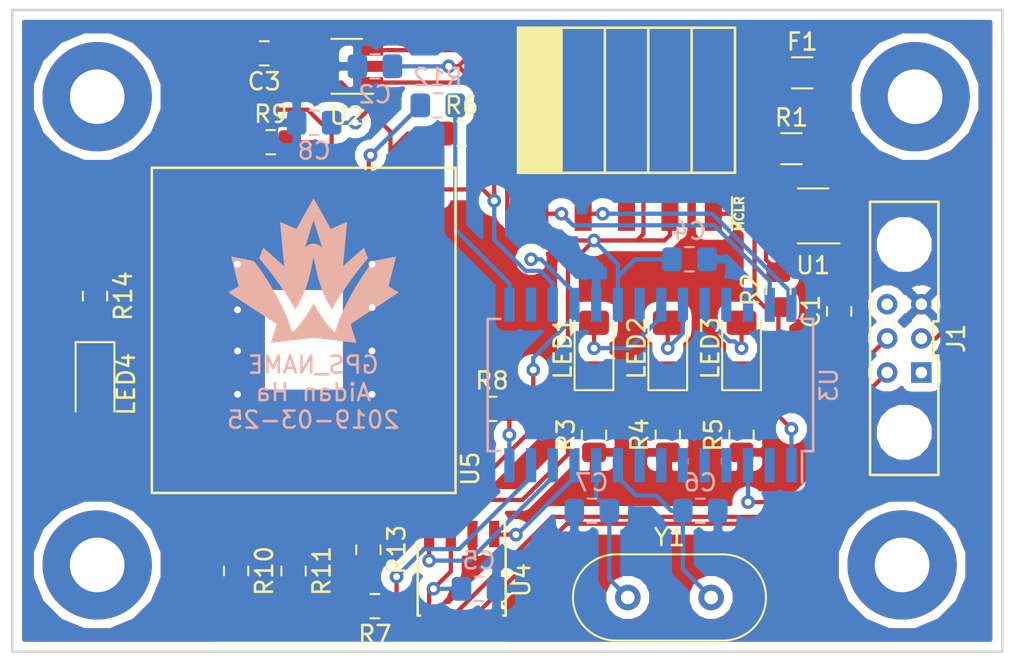
<source format=kicad_pcb>
(kicad_pcb (version 20171130) (host pcbnew "(5.0.0)")

  (general
    (thickness 1.6)
    (drawings 11)
    (tracks 278)
    (zones 0)
    (modules 40)
    (nets 57)
  )

  (page A4)
  (layers
    (0 F.Cu signal)
    (31 B.Cu signal)
    (32 B.Adhes user)
    (33 F.Adhes user hide)
    (34 B.Paste user)
    (35 F.Paste user)
    (36 B.SilkS user)
    (37 F.SilkS user)
    (38 B.Mask user)
    (39 F.Mask user)
    (40 Dwgs.User user)
    (41 Cmts.User user)
    (42 Eco1.User user)
    (43 Eco2.User user)
    (44 Edge.Cuts user)
    (45 Margin user)
    (46 B.CrtYd user)
    (47 F.CrtYd user)
    (48 B.Fab user hide)
    (49 F.Fab user hide)
  )

  (setup
    (last_trace_width 0.25)
    (user_trace_width 0.1524)
    (user_trace_width 0.254)
    (user_trace_width 0.381)
    (trace_clearance 0.1524)
    (zone_clearance 0.508)
    (zone_45_only no)
    (trace_min 0.1524)
    (segment_width 0.2)
    (edge_width 0.15)
    (via_size 0.8)
    (via_drill 0.4)
    (via_min_size 0.4)
    (via_min_drill 0.3)
    (uvia_size 0.3)
    (uvia_drill 0.1)
    (uvias_allowed no)
    (uvia_min_size 0.2)
    (uvia_min_drill 0.1)
    (pcb_text_width 0.3)
    (pcb_text_size 1.5 1.5)
    (mod_edge_width 0.15)
    (mod_text_size 1 1)
    (mod_text_width 0.15)
    (pad_size 1.15 1.4)
    (pad_drill 0)
    (pad_to_mask_clearance 0.051)
    (solder_mask_min_width 0.25)
    (aux_axis_origin 0 0)
    (visible_elements 7FFFF7FF)
    (pcbplotparams
      (layerselection 0x010fc_ffffffff)
      (usegerberextensions false)
      (usegerberattributes false)
      (usegerberadvancedattributes false)
      (creategerberjobfile false)
      (excludeedgelayer true)
      (linewidth 0.100000)
      (plotframeref false)
      (viasonmask false)
      (mode 1)
      (useauxorigin false)
      (hpglpennumber 1)
      (hpglpenspeed 20)
      (hpglpendiameter 15.000000)
      (psnegative false)
      (psa4output false)
      (plotreference true)
      (plotvalue true)
      (plotinvisibletext false)
      (padsonsilk false)
      (subtractmaskfromsilk false)
      (outputformat 1)
      (mirror false)
      (drillshape 1)
      (scaleselection 1)
      (outputdirectory ""))
  )

  (net 0 "")
  (net 1 "Net-(F1-Pad1)")
  (net 2 "Net-(J1-Pad1)")
  (net 3 GND)
  (net 4 CANL)
  (net 5 CANH)
  (net 6 +5V)
  (net 7 "Net-(F1-Pad2)")
  (net 8 +3V3)
  (net 9 "Net-(D4-Pad2)")
  (net 10 "Net-(D4-Pad1)")
  (net 11 "Net-(D1-Pad1)")
  (net 12 "Net-(D3-Pad1)")
  (net 13 "Net-(D2-Pad1)")
  (net 14 "Net-(R12-Pad2)")
  (net 15 "Net-(U2-Pad4)")
  (net 16 "Net-(U3-Pad2)")
  (net 17 "Net-(U3-Pad4)")
  (net 18 "Net-(U3-Pad6)")
  (net 19 "Net-(U3-Pad7)")
  (net 20 "Net-(U3-Pad16)")
  (net 21 "Net-(U3-Pad21)")
  (net 22 "Net-(D1-Pad2)")
  (net 23 "Net-(D2-Pad2)")
  (net 24 "Net-(D3-Pad2)")
  (net 25 "Net-(U3-Pad25)")
  (net 26 "Net-(U3-Pad26)")
  (net 27 /OSC1)
  (net 28 /OSC2)
  (net 29 /ICSPCLK)
  (net 30 /ICSPDAT)
  (net 31 /~MCLR)
  (net 32 /RESET)
  (net 33 "Net-(R7-Pad1)")
  (net 34 /ON_OFF)
  (net 35 /PIC_TX_GPS_RX)
  (net 36 "Net-(R8-Pad1)")
  (net 37 "Net-(R9-Pad1)")
  (net 38 /VOUT)
  (net 39 "Net-(R10-Pad1)")
  (net 40 "Net-(R11-Pad1)")
  (net 41 /WAKEUP)
  (net 42 /PIC_RX_GPS_TX)
  (net 43 "Net-(R13-Pad1)")
  (net 44 /POWER)
  (net 45 /CAN_RX)
  (net 46 /CAN_TX)
  (net 47 "Net-(U3-Pad5)")
  (net 48 "Net-(U5-Pad2)")
  (net 49 "Net-(U5-Pad8)")
  (net 50 "Net-(U5-Pad10)")
  (net 51 "Net-(U5-Pad11)")
  (net 52 "Net-(U5-Pad12)")
  (net 53 "Net-(U5-Pad13)")
  (net 54 "Net-(U5-Pad14)")
  (net 55 "Net-(U5-Pad15)")
  (net 56 "Net-(U5-Pad20)")

  (net_class Default "This is the default net class."
    (clearance 0.1524)
    (trace_width 0.25)
    (via_dia 0.8)
    (via_drill 0.4)
    (uvia_dia 0.3)
    (uvia_drill 0.1)
    (add_net +3V3)
    (add_net +5V)
    (add_net /CAN_RX)
    (add_net /CAN_TX)
    (add_net /ICSPCLK)
    (add_net /ICSPDAT)
    (add_net /ON_OFF)
    (add_net /OSC1)
    (add_net /OSC2)
    (add_net /PIC_RX_GPS_TX)
    (add_net /PIC_TX_GPS_RX)
    (add_net /POWER)
    (add_net /RESET)
    (add_net /VOUT)
    (add_net /WAKEUP)
    (add_net /~MCLR)
    (add_net CANH)
    (add_net CANL)
    (add_net GND)
    (add_net "Net-(D1-Pad1)")
    (add_net "Net-(D1-Pad2)")
    (add_net "Net-(D2-Pad1)")
    (add_net "Net-(D2-Pad2)")
    (add_net "Net-(D3-Pad1)")
    (add_net "Net-(D3-Pad2)")
    (add_net "Net-(D4-Pad1)")
    (add_net "Net-(D4-Pad2)")
    (add_net "Net-(F1-Pad1)")
    (add_net "Net-(F1-Pad2)")
    (add_net "Net-(J1-Pad1)")
    (add_net "Net-(R10-Pad1)")
    (add_net "Net-(R11-Pad1)")
    (add_net "Net-(R12-Pad2)")
    (add_net "Net-(R13-Pad1)")
    (add_net "Net-(R7-Pad1)")
    (add_net "Net-(R8-Pad1)")
    (add_net "Net-(R9-Pad1)")
    (add_net "Net-(U2-Pad4)")
    (add_net "Net-(U3-Pad16)")
    (add_net "Net-(U3-Pad2)")
    (add_net "Net-(U3-Pad21)")
    (add_net "Net-(U3-Pad25)")
    (add_net "Net-(U3-Pad26)")
    (add_net "Net-(U3-Pad4)")
    (add_net "Net-(U3-Pad5)")
    (add_net "Net-(U3-Pad6)")
    (add_net "Net-(U3-Pad7)")
    (add_net "Net-(U5-Pad10)")
    (add_net "Net-(U5-Pad11)")
    (add_net "Net-(U5-Pad12)")
    (add_net "Net-(U5-Pad13)")
    (add_net "Net-(U5-Pad14)")
    (add_net "Net-(U5-Pad15)")
    (add_net "Net-(U5-Pad2)")
    (add_net "Net-(U5-Pad20)")
    (add_net "Net-(U5-Pad8)")
  )

  (module Package_SO:SOIC-28W_7.5x18.7mm_P1.27mm (layer B.Cu) (tedit 5A02F2D3) (tstamp 5C68823A)
    (at 139.065 89.789 90)
    (descr "28-Lead Plastic Small Outline (SO) - Wide, 7.50 mm X 18.7 mm Body [SOIC] (https://www.akm.com/akm/en/file/datasheet/AK5394AVS.pdf)")
    (tags "SOIC 1.27")
    (path /5C99777C)
    (attr smd)
    (fp_text reference U3 (at 0 10.45 90) (layer B.SilkS)
      (effects (font (size 1 1) (thickness 0.15)) (justify mirror))
    )
    (fp_text value PIC18LF26K83 (at 0 -10.45 90) (layer B.Fab)
      (effects (font (size 1 1) (thickness 0.15)) (justify mirror))
    )
    (fp_line (start -3.875 8.875) (end -5.7 8.875) (layer B.SilkS) (width 0.15))
    (fp_line (start -3.875 -9.525) (end 3.875 -9.525) (layer B.SilkS) (width 0.15))
    (fp_line (start -3.875 9.525) (end 3.875 9.525) (layer B.SilkS) (width 0.15))
    (fp_line (start -3.875 -9.525) (end -3.875 -8.78) (layer B.SilkS) (width 0.15))
    (fp_line (start 3.875 -9.525) (end 3.875 -8.78) (layer B.SilkS) (width 0.15))
    (fp_line (start 3.875 9.525) (end 3.875 8.78) (layer B.SilkS) (width 0.15))
    (fp_line (start -3.875 9.525) (end -3.875 8.875) (layer B.SilkS) (width 0.15))
    (fp_line (start -5.95 -9.7) (end 5.95 -9.7) (layer B.CrtYd) (width 0.05))
    (fp_line (start -5.95 9.7) (end 5.95 9.7) (layer B.CrtYd) (width 0.05))
    (fp_line (start 5.95 9.7) (end 5.95 -9.7) (layer B.CrtYd) (width 0.05))
    (fp_line (start -5.95 9.7) (end -5.95 -9.7) (layer B.CrtYd) (width 0.05))
    (fp_line (start -3.75 8.35) (end -2.75 9.35) (layer B.Fab) (width 0.15))
    (fp_line (start -3.75 -9.35) (end -3.75 8.35) (layer B.Fab) (width 0.15))
    (fp_line (start 3.75 -9.35) (end -3.75 -9.35) (layer B.Fab) (width 0.15))
    (fp_line (start 3.75 9.35) (end 3.75 -9.35) (layer B.Fab) (width 0.15))
    (fp_line (start -2.75 9.35) (end 3.75 9.35) (layer B.Fab) (width 0.15))
    (fp_text user %R (at 0 0 90) (layer B.Fab)
      (effects (font (size 1 1) (thickness 0.15)) (justify mirror))
    )
    (pad 28 smd rect (at 4.7 8.255 90) (size 2 0.6) (layers B.Cu B.Paste B.Mask)
      (net 30 /ICSPDAT))
    (pad 27 smd rect (at 4.7 6.985 90) (size 2 0.6) (layers B.Cu B.Paste B.Mask)
      (net 29 /ICSPCLK))
    (pad 26 smd rect (at 4.7 5.715 90) (size 2 0.6) (layers B.Cu B.Paste B.Mask)
      (net 26 "Net-(U3-Pad26)"))
    (pad 25 smd rect (at 4.7 4.445 90) (size 2 0.6) (layers B.Cu B.Paste B.Mask)
      (net 25 "Net-(U3-Pad25)"))
    (pad 24 smd rect (at 4.7 3.175 90) (size 2 0.6) (layers B.Cu B.Paste B.Mask)
      (net 24 "Net-(D3-Pad2)"))
    (pad 23 smd rect (at 4.7 1.905 90) (size 2 0.6) (layers B.Cu B.Paste B.Mask)
      (net 23 "Net-(D2-Pad2)"))
    (pad 22 smd rect (at 4.7 0.635 90) (size 2 0.6) (layers B.Cu B.Paste B.Mask)
      (net 22 "Net-(D1-Pad2)"))
    (pad 21 smd rect (at 4.7 -0.635 90) (size 2 0.6) (layers B.Cu B.Paste B.Mask)
      (net 21 "Net-(U3-Pad21)"))
    (pad 20 smd rect (at 4.7 -1.905 90) (size 2 0.6) (layers B.Cu B.Paste B.Mask)
      (net 6 +5V))
    (pad 19 smd rect (at 4.7 -3.175 90) (size 2 0.6) (layers B.Cu B.Paste B.Mask)
      (net 3 GND))
    (pad 18 smd rect (at 4.7 -4.445 90) (size 2 0.6) (layers B.Cu B.Paste B.Mask)
      (net 42 /PIC_RX_GPS_TX))
    (pad 17 smd rect (at 4.7 -5.715 90) (size 2 0.6) (layers B.Cu B.Paste B.Mask)
      (net 32 /RESET))
    (pad 16 smd rect (at 4.7 -6.985 90) (size 2 0.6) (layers B.Cu B.Paste B.Mask)
      (net 20 "Net-(U3-Pad16)"))
    (pad 15 smd rect (at 4.7 -8.255 90) (size 2 0.6) (layers B.Cu B.Paste B.Mask)
      (net 41 /WAKEUP))
    (pad 14 smd rect (at -4.7 -8.255 90) (size 2 0.6) (layers B.Cu B.Paste B.Mask)
      (net 35 /PIC_TX_GPS_RX))
    (pad 13 smd rect (at -4.7 -6.985 90) (size 2 0.6) (layers B.Cu B.Paste B.Mask)
      (net 34 /ON_OFF))
    (pad 12 smd rect (at -4.7 -5.715 90) (size 2 0.6) (layers B.Cu B.Paste B.Mask)
      (net 45 /CAN_RX))
    (pad 11 smd rect (at -4.7 -4.445 90) (size 2 0.6) (layers B.Cu B.Paste B.Mask)
      (net 46 /CAN_TX))
    (pad 10 smd rect (at -4.7 -3.175 90) (size 2 0.6) (layers B.Cu B.Paste B.Mask)
      (net 28 /OSC2))
    (pad 9 smd rect (at -4.7 -1.905 90) (size 2 0.6) (layers B.Cu B.Paste B.Mask)
      (net 27 /OSC1))
    (pad 8 smd rect (at -4.7 -0.635 90) (size 2 0.6) (layers B.Cu B.Paste B.Mask)
      (net 3 GND))
    (pad 7 smd rect (at -4.7 0.635 90) (size 2 0.6) (layers B.Cu B.Paste B.Mask)
      (net 19 "Net-(U3-Pad7)"))
    (pad 6 smd rect (at -4.7 1.905 90) (size 2 0.6) (layers B.Cu B.Paste B.Mask)
      (net 18 "Net-(U3-Pad6)"))
    (pad 5 smd rect (at -4.7 3.175 90) (size 2 0.6) (layers B.Cu B.Paste B.Mask)
      (net 47 "Net-(U3-Pad5)"))
    (pad 4 smd rect (at -4.7 4.445 90) (size 2 0.6) (layers B.Cu B.Paste B.Mask)
      (net 17 "Net-(U3-Pad4)"))
    (pad 3 smd rect (at -4.7 5.715 90) (size 2 0.6) (layers B.Cu B.Paste B.Mask)
      (net 44 /POWER))
    (pad 2 smd rect (at -4.7 6.985 90) (size 2 0.6) (layers B.Cu B.Paste B.Mask)
      (net 16 "Net-(U3-Pad2)"))
    (pad 1 smd rect (at -4.7 8.255 90) (size 2 0.6) (layers B.Cu B.Paste B.Mask)
      (net 31 /~MCLR))
    (model ${KISYS3DMOD}/Package_SO.3dshapes/SOIC-28W_7.5x18.7mm_P1.27mm.wrl
      (at (xyz 0 0 0))
      (scale (xyz 1 1 1))
      (rotate (xyz 0 0 0))
    )
  )

  (module Resistor_SMD:R_0805_2012Metric_Pad1.15x1.40mm_HandSolder (layer F.Cu) (tedit 5C97C9EB) (tstamp 5C68F36B)
    (at 129.794 91.186)
    (descr "Resistor SMD 0805 (2012 Metric), square (rectangular) end terminal, IPC_7351 nominal with elongated pad for handsoldering. (Body size source: https://docs.google.com/spreadsheets/d/1BsfQQcO9C6DZCsRaXUlFlo91Tg2WpOkGARC1WS5S8t0/edit?usp=sharing), generated with kicad-footprint-generator")
    (tags "resistor handsolder")
    (path /5C9AF525)
    (attr smd)
    (fp_text reference R8 (at 0 -1.65) (layer F.SilkS)
      (effects (font (size 1 1) (thickness 0.15)))
    )
    (fp_text value 0 (at 0 1.65) (layer F.Fab)
      (effects (font (size 1 1) (thickness 0.15)))
    )
    (fp_text user %R (at 0 0) (layer F.Fab)
      (effects (font (size 0.5 0.5) (thickness 0.08)))
    )
    (fp_line (start 1.85 0.95) (end -1.85 0.95) (layer F.CrtYd) (width 0.05))
    (fp_line (start 1.85 -0.95) (end 1.85 0.95) (layer F.CrtYd) (width 0.05))
    (fp_line (start -1.85 -0.95) (end 1.85 -0.95) (layer F.CrtYd) (width 0.05))
    (fp_line (start -1.85 0.95) (end -1.85 -0.95) (layer F.CrtYd) (width 0.05))
    (fp_line (start -0.261252 0.71) (end 0.261252 0.71) (layer F.SilkS) (width 0.12))
    (fp_line (start -0.261252 -0.71) (end 0.261252 -0.71) (layer F.SilkS) (width 0.12))
    (fp_line (start 1 0.6) (end -1 0.6) (layer F.Fab) (width 0.1))
    (fp_line (start 1 -0.6) (end 1 0.6) (layer F.Fab) (width 0.1))
    (fp_line (start -1 -0.6) (end 1 -0.6) (layer F.Fab) (width 0.1))
    (fp_line (start -1 0.6) (end -1 -0.6) (layer F.Fab) (width 0.1))
    (pad 2 smd roundrect (at 1.025 0) (size 1.15 1.4) (layers F.Cu F.Paste F.Mask) (roundrect_rratio 0.217391)
      (net 35 /PIC_TX_GPS_RX))
    (pad 1 smd roundrect (at -1.025 0) (size 1.15 1.4) (layers F.Cu F.Paste F.Mask) (roundrect_rratio 0.217391)
      (net 36 "Net-(R8-Pad1)"))
    (model ${KISYS3DMOD}/Resistor_SMD.3dshapes/R_0805_2012Metric.wrl
      (at (xyz 0 0 0))
      (scale (xyz 1 1 1))
      (rotate (xyz 0 0 0))
    )
  )

  (module Package_TO_SOT_SMD:SOT-23-5_HandSoldering (layer F.Cu) (tedit 5A0AB76C) (tstamp 5C6881CF)
    (at 148.59 79.883 180)
    (descr "5-pin SOT23 package")
    (tags "SOT-23-5 hand-soldering")
    (path /5C99F0C5)
    (attr smd)
    (fp_text reference U1 (at 0 -2.9 180) (layer F.SilkS)
      (effects (font (size 1 1) (thickness 0.15)))
    )
    (fp_text value INA180 (at 0 2.9 180) (layer F.Fab)
      (effects (font (size 1 1) (thickness 0.15)))
    )
    (fp_line (start 2.38 1.8) (end -2.38 1.8) (layer F.CrtYd) (width 0.05))
    (fp_line (start 2.38 1.8) (end 2.38 -1.8) (layer F.CrtYd) (width 0.05))
    (fp_line (start -2.38 -1.8) (end -2.38 1.8) (layer F.CrtYd) (width 0.05))
    (fp_line (start -2.38 -1.8) (end 2.38 -1.8) (layer F.CrtYd) (width 0.05))
    (fp_line (start 0.9 -1.55) (end 0.9 1.55) (layer F.Fab) (width 0.1))
    (fp_line (start 0.9 1.55) (end -0.9 1.55) (layer F.Fab) (width 0.1))
    (fp_line (start -0.9 -0.9) (end -0.9 1.55) (layer F.Fab) (width 0.1))
    (fp_line (start 0.9 -1.55) (end -0.25 -1.55) (layer F.Fab) (width 0.1))
    (fp_line (start -0.9 -0.9) (end -0.25 -1.55) (layer F.Fab) (width 0.1))
    (fp_line (start 0.9 -1.61) (end -1.55 -1.61) (layer F.SilkS) (width 0.12))
    (fp_line (start -0.9 1.61) (end 0.9 1.61) (layer F.SilkS) (width 0.12))
    (fp_text user %R (at 0 0 -90) (layer F.Fab)
      (effects (font (size 0.5 0.5) (thickness 0.075)))
    )
    (pad 5 smd rect (at 1.35 -0.95 180) (size 1.56 0.65) (layers F.Cu F.Paste F.Mask)
      (net 6 +5V))
    (pad 4 smd rect (at 1.35 0.95 180) (size 1.56 0.65) (layers F.Cu F.Paste F.Mask)
      (net 6 +5V))
    (pad 3 smd rect (at -1.35 0.95 180) (size 1.56 0.65) (layers F.Cu F.Paste F.Mask)
      (net 7 "Net-(F1-Pad2)"))
    (pad 2 smd rect (at -1.35 0 180) (size 1.56 0.65) (layers F.Cu F.Paste F.Mask)
      (net 3 GND))
    (pad 1 smd rect (at -1.35 -0.95 180) (size 1.56 0.65) (layers F.Cu F.Paste F.Mask)
      (net 44 /POWER))
    (model ${KISYS3DMOD}/Package_TO_SOT_SMD.3dshapes/SOT-23-5.wrl
      (at (xyz 0 0 0))
      (scale (xyz 1 1 1))
      (rotate (xyz 0 0 0))
    )
  )

  (module MountingHole:MountingHole_3.2mm_M3_Pad (layer F.Cu) (tedit 5C97D876) (tstamp 5CAF1FC0)
    (at 106.68 72.898)
    (descr "Mounting Hole 3.2mm, M3")
    (tags "mounting hole 3.2mm m3")
    (attr virtual)
    (fp_text reference "" (at 0 -4.2) (layer F.SilkS)
      (effects (font (size 1 1) (thickness 0.15)))
    )
    (fp_text value MountingHole_3.2mm_M3_Pad (at 0 4.2) (layer F.Fab)
      (effects (font (size 1 1) (thickness 0.15)))
    )
    (fp_text user %R (at 0.3 0) (layer F.Fab)
      (effects (font (size 1 1) (thickness 0.15)))
    )
    (fp_circle (center 0 0) (end 3.2 0) (layer Cmts.User) (width 0.15))
    (fp_circle (center 0 0) (end 3.45 0) (layer F.CrtYd) (width 0.05))
    (pad 1 thru_hole circle (at 0 0) (size 6.4 6.4) (drill 3.2) (layers *.Cu *.Mask))
  )

  (module MountingHole:MountingHole_3.2mm_M3_Pad (layer F.Cu) (tedit 5C97D872) (tstamp 5CAF1F95)
    (at 106.68 100.33)
    (descr "Mounting Hole 3.2mm, M3")
    (tags "mounting hole 3.2mm m3")
    (attr virtual)
    (fp_text reference "" (at 0 -4.2) (layer F.SilkS)
      (effects (font (size 1 1) (thickness 0.15)))
    )
    (fp_text value MountingHole_3.2mm_M3_Pad (at 0 4.2) (layer F.Fab)
      (effects (font (size 1 1) (thickness 0.15)))
    )
    (fp_circle (center 0 0) (end 3.45 0) (layer F.CrtYd) (width 0.05))
    (fp_circle (center 0 0) (end 3.2 0) (layer Cmts.User) (width 0.15))
    (fp_text user %R (at 0.3 0) (layer F.Fab)
      (effects (font (size 1 1) (thickness 0.15)))
    )
    (pad 1 thru_hole circle (at 0 0) (size 6.4 6.4) (drill 3.2) (layers *.Cu *.Mask))
  )

  (module MountingHole:MountingHole_3.2mm_M3_Pad (layer F.Cu) (tedit 5C96EEA1) (tstamp 5CAF1F7E)
    (at 153.797 100.33)
    (descr "Mounting Hole 3.2mm, M3")
    (tags "mounting hole 3.2mm m3")
    (attr virtual)
    (fp_text reference "" (at 0 -4.2) (layer F.SilkS)
      (effects (font (size 1 1) (thickness 0.15)))
    )
    (fp_text value MountingHole_3.2mm_M3_Pad (at 0 4.2) (layer F.Fab)
      (effects (font (size 1 1) (thickness 0.15)))
    )
    (fp_text user %R (at 0.3 0) (layer F.Fab)
      (effects (font (size 1 1) (thickness 0.15)))
    )
    (fp_circle (center 0 0) (end 3.2 0) (layer Cmts.User) (width 0.15))
    (fp_circle (center 0 0) (end 3.45 0) (layer F.CrtYd) (width 0.05))
    (pad 1 thru_hole circle (at 0 0) (size 6.4 6.4) (drill 3.2) (layers *.Cu *.Mask))
  )

  (module Resistor_SMD:R_0805_2012Metric_Pad1.15x1.40mm_HandSolder (layer F.Cu) (tedit 5B36C52B) (tstamp 5C692384)
    (at 122.555 99.441 270)
    (descr "Resistor SMD 0805 (2012 Metric), square (rectangular) end terminal, IPC_7351 nominal with elongated pad for handsoldering. (Body size source: https://docs.google.com/spreadsheets/d/1BsfQQcO9C6DZCsRaXUlFlo91Tg2WpOkGARC1WS5S8t0/edit?usp=sharing), generated with kicad-footprint-generator")
    (tags "resistor handsolder")
    (path /5C9AF52C)
    (attr smd)
    (fp_text reference R13 (at 0 -1.65 270) (layer F.SilkS)
      (effects (font (size 1 1) (thickness 0.15)))
    )
    (fp_text value 0 (at 0 1.65 270) (layer F.Fab)
      (effects (font (size 1 1) (thickness 0.15)))
    )
    (fp_text user %R (at 0 0 270) (layer F.Fab)
      (effects (font (size 0.5 0.5) (thickness 0.08)))
    )
    (fp_line (start 1.85 0.95) (end -1.85 0.95) (layer F.CrtYd) (width 0.05))
    (fp_line (start 1.85 -0.95) (end 1.85 0.95) (layer F.CrtYd) (width 0.05))
    (fp_line (start -1.85 -0.95) (end 1.85 -0.95) (layer F.CrtYd) (width 0.05))
    (fp_line (start -1.85 0.95) (end -1.85 -0.95) (layer F.CrtYd) (width 0.05))
    (fp_line (start -0.261252 0.71) (end 0.261252 0.71) (layer F.SilkS) (width 0.12))
    (fp_line (start -0.261252 -0.71) (end 0.261252 -0.71) (layer F.SilkS) (width 0.12))
    (fp_line (start 1 0.6) (end -1 0.6) (layer F.Fab) (width 0.1))
    (fp_line (start 1 -0.6) (end 1 0.6) (layer F.Fab) (width 0.1))
    (fp_line (start -1 -0.6) (end 1 -0.6) (layer F.Fab) (width 0.1))
    (fp_line (start -1 0.6) (end -1 -0.6) (layer F.Fab) (width 0.1))
    (pad 2 smd roundrect (at 1.025 0 270) (size 1.15 1.4) (layers F.Cu F.Paste F.Mask) (roundrect_rratio 0.217391)
      (net 42 /PIC_RX_GPS_TX))
    (pad 1 smd roundrect (at -1.025 0 270) (size 1.15 1.4) (layers F.Cu F.Paste F.Mask) (roundrect_rratio 0.217391)
      (net 43 "Net-(R13-Pad1)"))
    (model ${KISYS3DMOD}/Resistor_SMD.3dshapes/R_0805_2012Metric.wrl
      (at (xyz 0 0 0))
      (scale (xyz 1 1 1))
      (rotate (xyz 0 0 0))
    )
  )

  (module Fuse:Fuse_1206_3216Metric_Pad1.42x1.75mm_HandSolder (layer F.Cu) (tedit 5C96EAF9) (tstamp 5C7808B1)
    (at 147.955 71.501 180)
    (descr "Fuse SMD 1206 (3216 Metric), square (rectangular) end terminal, IPC_7351 nominal with elongated pad for handsoldering. (Body size source: http://www.tortai-tech.com/upload/download/2011102023233369053.pdf), generated with kicad-footprint-generator")
    (tags "resistor handsolder")
    (path /5C99F0B9)
    (attr smd)
    (fp_text reference F1 (at 0 1.82 180) (layer F.SilkS)
      (effects (font (size 1 1) (thickness 0.15)))
    )
    (fp_text value Polyfuse (at 0 1.82 180) (layer F.Fab)
      (effects (font (size 1 1) (thickness 0.15)))
    )
    (fp_line (start -1.6 0.8) (end -1.6 -0.8) (layer F.Fab) (width 0.1))
    (fp_line (start -1.6 -0.8) (end 1.6 -0.8) (layer F.Fab) (width 0.1))
    (fp_line (start 1.6 -0.8) (end 1.6 0.8) (layer F.Fab) (width 0.1))
    (fp_line (start 1.6 0.8) (end -1.6 0.8) (layer F.Fab) (width 0.1))
    (fp_line (start -0.602064 -0.91) (end 0.602064 -0.91) (layer F.SilkS) (width 0.12))
    (fp_line (start -0.602064 0.91) (end 0.602064 0.91) (layer F.SilkS) (width 0.12))
    (fp_line (start -2.45 1.12) (end -2.45 -1.12) (layer F.CrtYd) (width 0.05))
    (fp_line (start -2.45 -1.12) (end 2.45 -1.12) (layer F.CrtYd) (width 0.05))
    (fp_line (start 2.45 -1.12) (end 2.45 1.12) (layer F.CrtYd) (width 0.05))
    (fp_line (start 2.45 1.12) (end -2.45 1.12) (layer F.CrtYd) (width 0.05))
    (fp_text user %R (at 0 0 180) (layer F.Fab)
      (effects (font (size 0.8 0.8) (thickness 0.12)))
    )
    (pad 1 smd roundrect (at -1.4875 0 180) (size 1.425 1.75) (layers F.Cu F.Paste F.Mask) (roundrect_rratio 0.175439)
      (net 1 "Net-(F1-Pad1)"))
    (pad 2 smd roundrect (at 1.4875 0 180) (size 1.425 1.75) (layers F.Cu F.Paste F.Mask) (roundrect_rratio 0.175439)
      (net 7 "Net-(F1-Pad2)"))
    (model ${KISYS3DMOD}/Fuse.3dshapes/Fuse_1206_3216Metric.wrl
      (at (xyz 0 0 0))
      (scale (xyz 1 1 1))
      (rotate (xyz 0 0 0))
    )
  )

  (module Capacitor_SMD:C_0805_2012Metric_Pad1.15x1.40mm_HandSolder (layer F.Cu) (tedit 5C8E7483) (tstamp 5C68FE88)
    (at 150.114 85.48 270)
    (descr "Capacitor SMD 0805 (2012 Metric), square (rectangular) end terminal, IPC_7351 nominal with elongated pad for handsoldering. (Body size source: https://docs.google.com/spreadsheets/d/1BsfQQcO9C6DZCsRaXUlFlo91Tg2WpOkGARC1WS5S8t0/edit?usp=sharing), generated with kicad-footprint-generator")
    (tags "capacitor handsolder")
    (path /5C99F0D2)
    (attr smd)
    (fp_text reference C1 (at 0 1.65 270) (layer F.SilkS)
      (effects (font (size 1 1) (thickness 0.15)))
    )
    (fp_text value 0.1µF (at 0 1.65 270) (layer F.Fab)
      (effects (font (size 1 1) (thickness 0.15)))
    )
    (fp_line (start -1 0.6) (end -1 -0.6) (layer F.Fab) (width 0.1))
    (fp_line (start -1 -0.6) (end 1 -0.6) (layer F.Fab) (width 0.1))
    (fp_line (start 1 -0.6) (end 1 0.6) (layer F.Fab) (width 0.1))
    (fp_line (start 1 0.6) (end -1 0.6) (layer F.Fab) (width 0.1))
    (fp_line (start -0.261252 -0.71) (end 0.261252 -0.71) (layer F.SilkS) (width 0.12))
    (fp_line (start -0.261252 0.71) (end 0.261252 0.71) (layer F.SilkS) (width 0.12))
    (fp_line (start -1.85 0.95) (end -1.85 -0.95) (layer F.CrtYd) (width 0.05))
    (fp_line (start -1.85 -0.95) (end 1.85 -0.95) (layer F.CrtYd) (width 0.05))
    (fp_line (start 1.85 -0.95) (end 1.85 0.95) (layer F.CrtYd) (width 0.05))
    (fp_line (start 1.85 0.95) (end -1.85 0.95) (layer F.CrtYd) (width 0.05))
    (fp_text user %R (at 0 0 270) (layer F.Fab)
      (effects (font (size 0.5 0.5) (thickness 0.08)))
    )
    (pad 1 smd roundrect (at -1.025 0 270) (size 1.15 1.4) (layers F.Cu F.Paste F.Mask) (roundrect_rratio 0.217391)
      (net 6 +5V))
    (pad 2 smd roundrect (at 1.025 0 270) (size 1.15 1.4) (layers F.Cu F.Paste F.Mask) (roundrect_rratio 0.217391)
      (net 3 GND))
    (model ${KISYS3DMOD}/Capacitor_SMD.3dshapes/C_0805_2012Metric.wrl
      (at (xyz 0 0 0))
      (scale (xyz 1 1 1))
      (rotate (xyz 0 0 0))
    )
  )

  (module Capacitor_SMD:C_0805_2012Metric_Pad1.15x1.40mm_HandSolder (layer B.Cu) (tedit 5C97D7DA) (tstamp 5C688336)
    (at 122.936 71.12 180)
    (descr "Capacitor SMD 0805 (2012 Metric), square (rectangular) end terminal, IPC_7351 nominal with elongated pad for handsoldering. (Body size source: https://docs.google.com/spreadsheets/d/1BsfQQcO9C6DZCsRaXUlFlo91Tg2WpOkGARC1WS5S8t0/edit?usp=sharing), generated with kicad-footprint-generator")
    (tags "capacitor handsolder")
    (path /5C99F0F8)
    (attr smd)
    (fp_text reference C2 (at 0 -1.65 180) (layer B.SilkS)
      (effects (font (size 1 1) (thickness 0.15)) (justify mirror))
    )
    (fp_text value 1µF (at 0 -1.65 180) (layer B.Fab)
      (effects (font (size 1 1) (thickness 0.15)) (justify mirror))
    )
    (fp_text user %R (at 0 0 180) (layer B.Fab)
      (effects (font (size 0.5 0.5) (thickness 0.08)) (justify mirror))
    )
    (fp_line (start 1.85 -0.95) (end -1.85 -0.95) (layer B.CrtYd) (width 0.05))
    (fp_line (start 1.85 0.95) (end 1.85 -0.95) (layer B.CrtYd) (width 0.05))
    (fp_line (start -1.85 0.95) (end 1.85 0.95) (layer B.CrtYd) (width 0.05))
    (fp_line (start -1.85 -0.95) (end -1.85 0.95) (layer B.CrtYd) (width 0.05))
    (fp_line (start -0.261252 -0.71) (end 0.261252 -0.71) (layer B.SilkS) (width 0.12))
    (fp_line (start -0.261252 0.71) (end 0.261252 0.71) (layer B.SilkS) (width 0.12))
    (fp_line (start 1 -0.6) (end -1 -0.6) (layer B.Fab) (width 0.1))
    (fp_line (start 1 0.6) (end 1 -0.6) (layer B.Fab) (width 0.1))
    (fp_line (start -1 0.6) (end 1 0.6) (layer B.Fab) (width 0.1))
    (fp_line (start -1 -0.6) (end -1 0.6) (layer B.Fab) (width 0.1))
    (pad 2 smd roundrect (at 1.025 0 180) (size 1.15 1.4) (layers B.Cu B.Paste B.Mask) (roundrect_rratio 0.217391)
      (net 3 GND))
    (pad 1 smd roundrect (at -1.025 0 180) (size 1.15 1.4) (layers B.Cu B.Paste B.Mask) (roundrect_rratio 0.217391)
      (net 6 +5V))
    (model ${KISYS3DMOD}/Capacitor_SMD.3dshapes/C_0805_2012Metric.wrl
      (at (xyz 0 0 0))
      (scale (xyz 1 1 1))
      (rotate (xyz 0 0 0))
    )
  )

  (module Capacitor_SMD:C_0805_2012Metric_Pad1.15x1.40mm_HandSolder (layer F.Cu) (tedit 5B36C52B) (tstamp 5C68A262)
    (at 116.459 70.358 180)
    (descr "Capacitor SMD 0805 (2012 Metric), square (rectangular) end terminal, IPC_7351 nominal with elongated pad for handsoldering. (Body size source: https://docs.google.com/spreadsheets/d/1BsfQQcO9C6DZCsRaXUlFlo91Tg2WpOkGARC1WS5S8t0/edit?usp=sharing), generated with kicad-footprint-generator")
    (tags "capacitor handsolder")
    (path /5C99F0FF)
    (attr smd)
    (fp_text reference C3 (at 0 -1.65 180) (layer F.SilkS)
      (effects (font (size 1 1) (thickness 0.15)))
    )
    (fp_text value 1µF (at 0 1.65 180) (layer F.Fab)
      (effects (font (size 1 1) (thickness 0.15)))
    )
    (fp_line (start -1 0.6) (end -1 -0.6) (layer F.Fab) (width 0.1))
    (fp_line (start -1 -0.6) (end 1 -0.6) (layer F.Fab) (width 0.1))
    (fp_line (start 1 -0.6) (end 1 0.6) (layer F.Fab) (width 0.1))
    (fp_line (start 1 0.6) (end -1 0.6) (layer F.Fab) (width 0.1))
    (fp_line (start -0.261252 -0.71) (end 0.261252 -0.71) (layer F.SilkS) (width 0.12))
    (fp_line (start -0.261252 0.71) (end 0.261252 0.71) (layer F.SilkS) (width 0.12))
    (fp_line (start -1.85 0.95) (end -1.85 -0.95) (layer F.CrtYd) (width 0.05))
    (fp_line (start -1.85 -0.95) (end 1.85 -0.95) (layer F.CrtYd) (width 0.05))
    (fp_line (start 1.85 -0.95) (end 1.85 0.95) (layer F.CrtYd) (width 0.05))
    (fp_line (start 1.85 0.95) (end -1.85 0.95) (layer F.CrtYd) (width 0.05))
    (fp_text user %R (at 0 0 180) (layer F.Fab)
      (effects (font (size 0.5 0.5) (thickness 0.08)))
    )
    (pad 1 smd roundrect (at -1.025 0 180) (size 1.15 1.4) (layers F.Cu F.Paste F.Mask) (roundrect_rratio 0.217391)
      (net 8 +3V3))
    (pad 2 smd roundrect (at 1.025 0 180) (size 1.15 1.4) (layers F.Cu F.Paste F.Mask) (roundrect_rratio 0.217391)
      (net 3 GND))
    (model ${KISYS3DMOD}/Capacitor_SMD.3dshapes/C_0805_2012Metric.wrl
      (at (xyz 0 0 0))
      (scale (xyz 1 1 1))
      (rotate (xyz 0 0 0))
    )
  )

  (module Capacitor_SMD:C_0805_2012Metric_Pad1.15x1.40mm_HandSolder (layer B.Cu) (tedit 5C97D482) (tstamp 5C688314)
    (at 141.351 82.423 180)
    (descr "Capacitor SMD 0805 (2012 Metric), square (rectangular) end terminal, IPC_7351 nominal with elongated pad for handsoldering. (Body size source: https://docs.google.com/spreadsheets/d/1BsfQQcO9C6DZCsRaXUlFlo91Tg2WpOkGARC1WS5S8t0/edit?usp=sharing), generated with kicad-footprint-generator")
    (tags "capacitor handsolder")
    (path /5C99769D)
    (attr smd)
    (fp_text reference C4 (at 0 1.65 180) (layer B.SilkS)
      (effects (font (size 1 1) (thickness 0.15)) (justify mirror))
    )
    (fp_text value 0.1µF (at 0 -1.65 180) (layer B.Fab)
      (effects (font (size 1 1) (thickness 0.15)) (justify mirror))
    )
    (fp_text user %R (at 0 0 180) (layer B.Fab)
      (effects (font (size 0.5 0.5) (thickness 0.08)) (justify mirror))
    )
    (fp_line (start 1.85 -0.95) (end -1.85 -0.95) (layer B.CrtYd) (width 0.05))
    (fp_line (start 1.85 0.95) (end 1.85 -0.95) (layer B.CrtYd) (width 0.05))
    (fp_line (start -1.85 0.95) (end 1.85 0.95) (layer B.CrtYd) (width 0.05))
    (fp_line (start -1.85 -0.95) (end -1.85 0.95) (layer B.CrtYd) (width 0.05))
    (fp_line (start -0.261252 -0.71) (end 0.261252 -0.71) (layer B.SilkS) (width 0.12))
    (fp_line (start -0.261252 0.71) (end 0.261252 0.71) (layer B.SilkS) (width 0.12))
    (fp_line (start 1 -0.6) (end -1 -0.6) (layer B.Fab) (width 0.1))
    (fp_line (start 1 0.6) (end 1 -0.6) (layer B.Fab) (width 0.1))
    (fp_line (start -1 0.6) (end 1 0.6) (layer B.Fab) (width 0.1))
    (fp_line (start -1 -0.6) (end -1 0.6) (layer B.Fab) (width 0.1))
    (pad 2 smd roundrect (at 1.025 0 180) (size 1.15 1.4) (layers B.Cu B.Paste B.Mask) (roundrect_rratio 0.217391)
      (net 6 +5V))
    (pad 1 smd roundrect (at -1.025 0 180) (size 1.15 1.4) (layers B.Cu B.Paste B.Mask) (roundrect_rratio 0.217391)
      (net 3 GND))
    (model ${KISYS3DMOD}/Capacitor_SMD.3dshapes/C_0805_2012Metric.wrl
      (at (xyz 0 0 0))
      (scale (xyz 1 1 1))
      (rotate (xyz 0 0 0))
    )
  )

  (module Capacitor_SMD:C_0805_2012Metric_Pad1.15x1.40mm_HandSolder (layer B.Cu) (tedit 5C8E7B9A) (tstamp 5C688303)
    (at 129.032 101.727)
    (descr "Capacitor SMD 0805 (2012 Metric), square (rectangular) end terminal, IPC_7351 nominal with elongated pad for handsoldering. (Body size source: https://docs.google.com/spreadsheets/d/1BsfQQcO9C6DZCsRaXUlFlo91Tg2WpOkGARC1WS5S8t0/edit?usp=sharing), generated with kicad-footprint-generator")
    (tags "capacitor handsolder")
    (path /5C99771A)
    (attr smd)
    (fp_text reference C5 (at 0 -1.65) (layer B.SilkS)
      (effects (font (size 1 1) (thickness 0.15)) (justify mirror))
    )
    (fp_text value 10uF (at 0 -1.65) (layer B.Fab)
      (effects (font (size 1 1) (thickness 0.15)) (justify mirror))
    )
    (fp_line (start -1 -0.6) (end -1 0.6) (layer B.Fab) (width 0.1))
    (fp_line (start -1 0.6) (end 1 0.6) (layer B.Fab) (width 0.1))
    (fp_line (start 1 0.6) (end 1 -0.6) (layer B.Fab) (width 0.1))
    (fp_line (start 1 -0.6) (end -1 -0.6) (layer B.Fab) (width 0.1))
    (fp_line (start -0.261252 0.71) (end 0.261252 0.71) (layer B.SilkS) (width 0.12))
    (fp_line (start -0.261252 -0.71) (end 0.261252 -0.71) (layer B.SilkS) (width 0.12))
    (fp_line (start -1.85 -0.95) (end -1.85 0.95) (layer B.CrtYd) (width 0.05))
    (fp_line (start -1.85 0.95) (end 1.85 0.95) (layer B.CrtYd) (width 0.05))
    (fp_line (start 1.85 0.95) (end 1.85 -0.95) (layer B.CrtYd) (width 0.05))
    (fp_line (start 1.85 -0.95) (end -1.85 -0.95) (layer B.CrtYd) (width 0.05))
    (fp_text user %R (at 0 0) (layer B.Fab)
      (effects (font (size 0.5 0.5) (thickness 0.08)) (justify mirror))
    )
    (pad 1 smd roundrect (at -1.025 0) (size 1.15 1.4) (layers B.Cu B.Paste B.Mask) (roundrect_rratio 0.217391)
      (net 6 +5V))
    (pad 2 smd roundrect (at 1.025 0) (size 1.15 1.4) (layers B.Cu B.Paste B.Mask) (roundrect_rratio 0.217391)
      (net 3 GND))
    (model ${KISYS3DMOD}/Capacitor_SMD.3dshapes/C_0805_2012Metric.wrl
      (at (xyz 0 0 0))
      (scale (xyz 1 1 1))
      (rotate (xyz 0 0 0))
    )
  )

  (module Capacitor_SMD:C_0805_2012Metric_Pad1.15x1.40mm_HandSolder (layer B.Cu) (tedit 5C8E7527) (tstamp 5C6882F2)
    (at 141.986 97.155)
    (descr "Capacitor SMD 0805 (2012 Metric), square (rectangular) end terminal, IPC_7351 nominal with elongated pad for handsoldering. (Body size source: https://docs.google.com/spreadsheets/d/1BsfQQcO9C6DZCsRaXUlFlo91Tg2WpOkGARC1WS5S8t0/edit?usp=sharing), generated with kicad-footprint-generator")
    (tags "capacitor handsolder")
    (path /5C99774D)
    (attr smd)
    (fp_text reference C6 (at 0 -1.65) (layer B.SilkS)
      (effects (font (size 1 1) (thickness 0.15)) (justify mirror))
    )
    (fp_text value 26pF (at 0 -1.65) (layer B.Fab)
      (effects (font (size 1 1) (thickness 0.15)) (justify mirror))
    )
    (fp_line (start -1 -0.6) (end -1 0.6) (layer B.Fab) (width 0.1))
    (fp_line (start -1 0.6) (end 1 0.6) (layer B.Fab) (width 0.1))
    (fp_line (start 1 0.6) (end 1 -0.6) (layer B.Fab) (width 0.1))
    (fp_line (start 1 -0.6) (end -1 -0.6) (layer B.Fab) (width 0.1))
    (fp_line (start -0.261252 0.71) (end 0.261252 0.71) (layer B.SilkS) (width 0.12))
    (fp_line (start -0.261252 -0.71) (end 0.261252 -0.71) (layer B.SilkS) (width 0.12))
    (fp_line (start -1.85 -0.95) (end -1.85 0.95) (layer B.CrtYd) (width 0.05))
    (fp_line (start -1.85 0.95) (end 1.85 0.95) (layer B.CrtYd) (width 0.05))
    (fp_line (start 1.85 0.95) (end 1.85 -0.95) (layer B.CrtYd) (width 0.05))
    (fp_line (start 1.85 -0.95) (end -1.85 -0.95) (layer B.CrtYd) (width 0.05))
    (fp_text user %R (at 0 0) (layer B.Fab)
      (effects (font (size 0.5 0.5) (thickness 0.08)) (justify mirror))
    )
    (pad 1 smd roundrect (at -1.025 0) (size 1.15 1.4) (layers B.Cu B.Paste B.Mask) (roundrect_rratio 0.217391)
      (net 27 /OSC1))
    (pad 2 smd roundrect (at 1.025 0) (size 1.15 1.4) (layers B.Cu B.Paste B.Mask) (roundrect_rratio 0.217391)
      (net 3 GND))
    (model ${KISYS3DMOD}/Capacitor_SMD.3dshapes/C_0805_2012Metric.wrl
      (at (xyz 0 0 0))
      (scale (xyz 1 1 1))
      (rotate (xyz 0 0 0))
    )
  )

  (module Capacitor_SMD:C_0805_2012Metric_Pad1.15x1.40mm_HandSolder (layer B.Cu) (tedit 5B36C52B) (tstamp 5C689D7A)
    (at 135.636 97.155 180)
    (descr "Capacitor SMD 0805 (2012 Metric), square (rectangular) end terminal, IPC_7351 nominal with elongated pad for handsoldering. (Body size source: https://docs.google.com/spreadsheets/d/1BsfQQcO9C6DZCsRaXUlFlo91Tg2WpOkGARC1WS5S8t0/edit?usp=sharing), generated with kicad-footprint-generator")
    (tags "capacitor handsolder")
    (path /5C997754)
    (attr smd)
    (fp_text reference C7 (at 0 1.65 180) (layer B.SilkS)
      (effects (font (size 1 1) (thickness 0.15)) (justify mirror))
    )
    (fp_text value 26pF (at 0 -1.65 180) (layer B.Fab)
      (effects (font (size 1 1) (thickness 0.15)) (justify mirror))
    )
    (fp_text user %R (at 0 0 180) (layer B.Fab)
      (effects (font (size 0.5 0.5) (thickness 0.08)) (justify mirror))
    )
    (fp_line (start 1.85 -0.95) (end -1.85 -0.95) (layer B.CrtYd) (width 0.05))
    (fp_line (start 1.85 0.95) (end 1.85 -0.95) (layer B.CrtYd) (width 0.05))
    (fp_line (start -1.85 0.95) (end 1.85 0.95) (layer B.CrtYd) (width 0.05))
    (fp_line (start -1.85 -0.95) (end -1.85 0.95) (layer B.CrtYd) (width 0.05))
    (fp_line (start -0.261252 -0.71) (end 0.261252 -0.71) (layer B.SilkS) (width 0.12))
    (fp_line (start -0.261252 0.71) (end 0.261252 0.71) (layer B.SilkS) (width 0.12))
    (fp_line (start 1 -0.6) (end -1 -0.6) (layer B.Fab) (width 0.1))
    (fp_line (start 1 0.6) (end 1 -0.6) (layer B.Fab) (width 0.1))
    (fp_line (start -1 0.6) (end 1 0.6) (layer B.Fab) (width 0.1))
    (fp_line (start -1 -0.6) (end -1 0.6) (layer B.Fab) (width 0.1))
    (pad 2 smd roundrect (at 1.025 0 180) (size 1.15 1.4) (layers B.Cu B.Paste B.Mask) (roundrect_rratio 0.217391)
      (net 3 GND))
    (pad 1 smd roundrect (at -1.025 0 180) (size 1.15 1.4) (layers B.Cu B.Paste B.Mask) (roundrect_rratio 0.217391)
      (net 28 /OSC2))
    (model ${KISYS3DMOD}/Capacitor_SMD.3dshapes/C_0805_2012Metric.wrl
      (at (xyz 0 0 0))
      (scale (xyz 1 1 1))
      (rotate (xyz 0 0 0))
    )
  )

  (module Capacitor_SMD:C_0805_2012Metric_Pad1.15x1.40mm_HandSolder (layer B.Cu) (tedit 5C8E7187) (tstamp 5C689DAA)
    (at 119.38 74.422 180)
    (descr "Capacitor SMD 0805 (2012 Metric), square (rectangular) end terminal, IPC_7351 nominal with elongated pad for handsoldering. (Body size source: https://docs.google.com/spreadsheets/d/1BsfQQcO9C6DZCsRaXUlFlo91Tg2WpOkGARC1WS5S8t0/edit?usp=sharing), generated with kicad-footprint-generator")
    (tags "capacitor handsolder")
    (path /5C9AF4C6)
    (attr smd)
    (fp_text reference C8 (at 0 -1.65 180) (layer B.SilkS)
      (effects (font (size 1 1) (thickness 0.15)) (justify mirror))
    )
    (fp_text value 0.1µF (at 0 -1.65 180) (layer B.Fab)
      (effects (font (size 1 1) (thickness 0.15)) (justify mirror))
    )
    (fp_line (start -1 -0.6) (end -1 0.6) (layer B.Fab) (width 0.1))
    (fp_line (start -1 0.6) (end 1 0.6) (layer B.Fab) (width 0.1))
    (fp_line (start 1 0.6) (end 1 -0.6) (layer B.Fab) (width 0.1))
    (fp_line (start 1 -0.6) (end -1 -0.6) (layer B.Fab) (width 0.1))
    (fp_line (start -0.261252 0.71) (end 0.261252 0.71) (layer B.SilkS) (width 0.12))
    (fp_line (start -0.261252 -0.71) (end 0.261252 -0.71) (layer B.SilkS) (width 0.12))
    (fp_line (start -1.85 -0.95) (end -1.85 0.95) (layer B.CrtYd) (width 0.05))
    (fp_line (start -1.85 0.95) (end 1.85 0.95) (layer B.CrtYd) (width 0.05))
    (fp_line (start 1.85 0.95) (end 1.85 -0.95) (layer B.CrtYd) (width 0.05))
    (fp_line (start 1.85 -0.95) (end -1.85 -0.95) (layer B.CrtYd) (width 0.05))
    (fp_text user %R (at 0 0 180) (layer B.Fab)
      (effects (font (size 0.5 0.5) (thickness 0.08)) (justify mirror))
    )
    (pad 1 smd roundrect (at -1.025 0 180) (size 1.15 1.4) (layers B.Cu B.Paste B.Mask) (roundrect_rratio 0.217391)
      (net 8 +3V3))
    (pad 2 smd roundrect (at 1.025 0 180) (size 1.15 1.4) (layers B.Cu B.Paste B.Mask) (roundrect_rratio 0.217391)
      (net 3 GND))
    (model ${KISYS3DMOD}/Capacitor_SMD.3dshapes/C_0805_2012Metric.wrl
      (at (xyz 0 0 0))
      (scale (xyz 1 1 1))
      (rotate (xyz 0 0 0))
    )
  )

  (module Crystal:Crystal_HC49-U_Vertical (layer F.Cu) (tedit 5C96EE5F) (tstamp 5C689D3E)
    (at 142.621 102.235 180)
    (descr "Crystal THT HC-49/U http://5hertz.com/pdfs/04404_D.pdf")
    (tags "THT crystalHC-49/U")
    (path /5C99773E)
    (fp_text reference Y1 (at 2.44 3.525 180) (layer F.SilkS)
      (effects (font (size 1 1) (thickness 0.15)))
    )
    (fp_text value Crystal (at 2.44 3.525 180) (layer F.Fab)
      (effects (font (size 1 1) (thickness 0.15)))
    )
    (fp_text user %R (at 2.44 0 180) (layer F.Fab)
      (effects (font (size 1 1) (thickness 0.15)))
    )
    (fp_line (start -0.685 -2.325) (end 5.565 -2.325) (layer F.Fab) (width 0.1))
    (fp_line (start -0.685 2.325) (end 5.565 2.325) (layer F.Fab) (width 0.1))
    (fp_line (start -0.56 -2) (end 5.44 -2) (layer F.Fab) (width 0.1))
    (fp_line (start -0.56 2) (end 5.44 2) (layer F.Fab) (width 0.1))
    (fp_line (start -0.685 -2.525) (end 5.565 -2.525) (layer F.SilkS) (width 0.12))
    (fp_line (start -0.685 2.525) (end 5.565 2.525) (layer F.SilkS) (width 0.12))
    (fp_line (start -3.5 -2.8) (end -3.5 2.8) (layer F.CrtYd) (width 0.05))
    (fp_line (start -3.5 2.8) (end 8.4 2.8) (layer F.CrtYd) (width 0.05))
    (fp_line (start 8.4 2.8) (end 8.4 -2.8) (layer F.CrtYd) (width 0.05))
    (fp_line (start 8.4 -2.8) (end -3.5 -2.8) (layer F.CrtYd) (width 0.05))
    (fp_arc (start -0.685 0) (end -0.685 -2.325) (angle -180) (layer F.Fab) (width 0.1))
    (fp_arc (start 5.565 0) (end 5.565 -2.325) (angle 180) (layer F.Fab) (width 0.1))
    (fp_arc (start -0.56 0) (end -0.56 -2) (angle -180) (layer F.Fab) (width 0.1))
    (fp_arc (start 5.44 0) (end 5.44 -2) (angle 180) (layer F.Fab) (width 0.1))
    (fp_arc (start -0.685 0) (end -0.685 -2.525) (angle -180) (layer F.SilkS) (width 0.12))
    (fp_arc (start 5.565 0) (end 5.565 -2.525) (angle 180) (layer F.SilkS) (width 0.12))
    (pad 1 thru_hole circle (at 0 0 180) (size 1.5 1.5) (drill 0.8) (layers *.Cu *.Mask)
      (net 27 /OSC1))
    (pad 2 thru_hole circle (at 4.88 0 180) (size 1.5 1.5) (drill 0.8) (layers *.Cu *.Mask)
      (net 28 /OSC2))
    (model ${KISYS3DMOD}/Crystal.3dshapes/Crystal_HC49-U_Vertical.wrl
      (at (xyz 0 0 0))
      (scale (xyz 1 1 1))
      (rotate (xyz 0 0 0))
    )
  )

  (module LED_SMD:LED_1206_3216Metric_Pad1.42x1.75mm_HandSolder (layer F.Cu) (tedit 5C995252) (tstamp 5C688286)
    (at 144.399 87.63 90)
    (descr "LED SMD 1206 (3216 Metric), square (rectangular) end terminal, IPC_7351 nominal, (Body size source: http://www.tortai-tech.com/upload/download/2011102023233369053.pdf), generated with kicad-footprint-generator")
    (tags "LED handsolder")
    (path /5C9976D5)
    (attr smd)
    (fp_text reference LED3 (at 0 -1.82 90) (layer F.SilkS)
      (effects (font (size 1 1) (thickness 0.15)))
    )
    (fp_text value LED (at 0 1.82 90) (layer F.Fab)
      (effects (font (size 1 1) (thickness 0.15)))
    )
    (fp_line (start 1.6 -0.8) (end -1.2 -0.8) (layer F.Fab) (width 0.1))
    (fp_line (start -1.2 -0.8) (end -1.6 -0.4) (layer F.Fab) (width 0.1))
    (fp_line (start -1.6 -0.4) (end -1.6 0.8) (layer F.Fab) (width 0.1))
    (fp_line (start -1.6 0.8) (end 1.6 0.8) (layer F.Fab) (width 0.1))
    (fp_line (start 1.6 0.8) (end 1.6 -0.8) (layer F.Fab) (width 0.1))
    (fp_line (start 1.6 -1.135) (end -2.46 -1.135) (layer F.SilkS) (width 0.12))
    (fp_line (start -2.46 -1.135) (end -2.46 1.135) (layer F.SilkS) (width 0.12))
    (fp_line (start -2.46 1.135) (end 1.6 1.135) (layer F.SilkS) (width 0.12))
    (fp_line (start -2.45 1.12) (end -2.45 -1.12) (layer F.CrtYd) (width 0.05))
    (fp_line (start -2.45 -1.12) (end 2.45 -1.12) (layer F.CrtYd) (width 0.05))
    (fp_line (start 2.45 -1.12) (end 2.45 1.12) (layer F.CrtYd) (width 0.05))
    (fp_line (start 2.45 1.12) (end -2.45 1.12) (layer F.CrtYd) (width 0.05))
    (fp_text user %R (at 0 0 90) (layer F.Fab)
      (effects (font (size 0.8 0.8) (thickness 0.12)))
    )
    (pad 1 smd roundrect (at -1.4875 0 90) (size 1.425 1.75) (layers F.Cu F.Paste F.Mask) (roundrect_rratio 0.175439)
      (net 12 "Net-(D3-Pad1)"))
    (pad 2 smd roundrect (at 1.4875 0 90) (size 1.425 1.75) (layers F.Cu F.Paste F.Mask) (roundrect_rratio 0.175439)
      (net 24 "Net-(D3-Pad2)"))
    (model ${KISYS3DMOD}/LED_SMD.3dshapes/LED_1206_3216Metric.wrl
      (at (xyz 0 0 0))
      (scale (xyz 1 1 1))
      (rotate (xyz 0 0 0))
    )
  )

  (module LED_SMD:LED_1206_3216Metric_Pad1.42x1.75mm_HandSolder (layer F.Cu) (tedit 5C99524F) (tstamp 5C688273)
    (at 140.081 87.63 90)
    (descr "LED SMD 1206 (3216 Metric), square (rectangular) end terminal, IPC_7351 nominal, (Body size source: http://www.tortai-tech.com/upload/download/2011102023233369053.pdf), generated with kicad-footprint-generator")
    (tags "LED handsolder")
    (path /5C9976CB)
    (attr smd)
    (fp_text reference LED2 (at 0 -1.82 90) (layer F.SilkS)
      (effects (font (size 1 1) (thickness 0.15)))
    )
    (fp_text value LED (at 0 1.82 90) (layer F.Fab)
      (effects (font (size 1 1) (thickness 0.15)))
    )
    (fp_text user %R (at 0 0 90) (layer F.Fab)
      (effects (font (size 0.8 0.8) (thickness 0.12)))
    )
    (fp_line (start 2.45 1.12) (end -2.45 1.12) (layer F.CrtYd) (width 0.05))
    (fp_line (start 2.45 -1.12) (end 2.45 1.12) (layer F.CrtYd) (width 0.05))
    (fp_line (start -2.45 -1.12) (end 2.45 -1.12) (layer F.CrtYd) (width 0.05))
    (fp_line (start -2.45 1.12) (end -2.45 -1.12) (layer F.CrtYd) (width 0.05))
    (fp_line (start -2.46 1.135) (end 1.6 1.135) (layer F.SilkS) (width 0.12))
    (fp_line (start -2.46 -1.135) (end -2.46 1.135) (layer F.SilkS) (width 0.12))
    (fp_line (start 1.6 -1.135) (end -2.46 -1.135) (layer F.SilkS) (width 0.12))
    (fp_line (start 1.6 0.8) (end 1.6 -0.8) (layer F.Fab) (width 0.1))
    (fp_line (start -1.6 0.8) (end 1.6 0.8) (layer F.Fab) (width 0.1))
    (fp_line (start -1.6 -0.4) (end -1.6 0.8) (layer F.Fab) (width 0.1))
    (fp_line (start -1.2 -0.8) (end -1.6 -0.4) (layer F.Fab) (width 0.1))
    (fp_line (start 1.6 -0.8) (end -1.2 -0.8) (layer F.Fab) (width 0.1))
    (pad 2 smd roundrect (at 1.4875 0 90) (size 1.425 1.75) (layers F.Cu F.Paste F.Mask) (roundrect_rratio 0.175439)
      (net 23 "Net-(D2-Pad2)"))
    (pad 1 smd roundrect (at -1.4875 0 90) (size 1.425 1.75) (layers F.Cu F.Paste F.Mask) (roundrect_rratio 0.175439)
      (net 13 "Net-(D2-Pad1)"))
    (model ${KISYS3DMOD}/LED_SMD.3dshapes/LED_1206_3216Metric.wrl
      (at (xyz 0 0 0))
      (scale (xyz 1 1 1))
      (rotate (xyz 0 0 0))
    )
  )

  (module LED_SMD:LED_1206_3216Metric_Pad1.42x1.75mm_HandSolder (layer F.Cu) (tedit 5C99524C) (tstamp 5C6891F6)
    (at 135.763 87.63 90)
    (descr "LED SMD 1206 (3216 Metric), square (rectangular) end terminal, IPC_7351 nominal, (Body size source: http://www.tortai-tech.com/upload/download/2011102023233369053.pdf), generated with kicad-footprint-generator")
    (tags "LED handsolder")
    (path /5C9976AF)
    (attr smd)
    (fp_text reference LED1 (at 0 -1.82 90) (layer F.SilkS)
      (effects (font (size 1 1) (thickness 0.15)))
    )
    (fp_text value LED (at 0 1.82 90) (layer F.Fab)
      (effects (font (size 1 1) (thickness 0.15)))
    )
    (fp_line (start 1.6 -0.8) (end -1.2 -0.8) (layer F.Fab) (width 0.1))
    (fp_line (start -1.2 -0.8) (end -1.6 -0.4) (layer F.Fab) (width 0.1))
    (fp_line (start -1.6 -0.4) (end -1.6 0.8) (layer F.Fab) (width 0.1))
    (fp_line (start -1.6 0.8) (end 1.6 0.8) (layer F.Fab) (width 0.1))
    (fp_line (start 1.6 0.8) (end 1.6 -0.8) (layer F.Fab) (width 0.1))
    (fp_line (start 1.6 -1.135) (end -2.46 -1.135) (layer F.SilkS) (width 0.12))
    (fp_line (start -2.46 -1.135) (end -2.46 1.135) (layer F.SilkS) (width 0.12))
    (fp_line (start -2.46 1.135) (end 1.6 1.135) (layer F.SilkS) (width 0.12))
    (fp_line (start -2.45 1.12) (end -2.45 -1.12) (layer F.CrtYd) (width 0.05))
    (fp_line (start -2.45 -1.12) (end 2.45 -1.12) (layer F.CrtYd) (width 0.05))
    (fp_line (start 2.45 -1.12) (end 2.45 1.12) (layer F.CrtYd) (width 0.05))
    (fp_line (start 2.45 1.12) (end -2.45 1.12) (layer F.CrtYd) (width 0.05))
    (fp_text user %R (at 0 0 90) (layer F.Fab)
      (effects (font (size 0.8 0.8) (thickness 0.12)))
    )
    (pad 1 smd roundrect (at -1.4875 0 90) (size 1.425 1.75) (layers F.Cu F.Paste F.Mask) (roundrect_rratio 0.175439)
      (net 11 "Net-(D1-Pad1)"))
    (pad 2 smd roundrect (at 1.4875 0 90) (size 1.425 1.75) (layers F.Cu F.Paste F.Mask) (roundrect_rratio 0.175439)
      (net 22 "Net-(D1-Pad2)"))
    (model ${KISYS3DMOD}/LED_SMD.3dshapes/LED_1206_3216Metric.wrl
      (at (xyz 0 0 0))
      (scale (xyz 1 1 1))
      (rotate (xyz 0 0 0))
    )
  )

  (module LED_SMD:LED_1206_3216Metric_Pad1.42x1.75mm_HandSolder (layer F.Cu) (tedit 5C9966AC) (tstamp 5C6907E0)
    (at 106.553 89.7382 270)
    (descr "LED SMD 1206 (3216 Metric), square (rectangular) end terminal, IPC_7351 nominal, (Body size source: http://www.tortai-tech.com/upload/download/2011102023233369053.pdf), generated with kicad-footprint-generator")
    (tags "LED handsolder")
    (path /5C9AF4D5)
    (attr smd)
    (fp_text reference LED4 (at 0 -1.82 270) (layer F.SilkS)
      (effects (font (size 1 1) (thickness 0.15)))
    )
    (fp_text value LED (at 0 1.82 270) (layer F.Fab)
      (effects (font (size 1 1) (thickness 0.15)))
    )
    (fp_text user %R (at 0 0 270) (layer F.Fab)
      (effects (font (size 0.8 0.8) (thickness 0.12)))
    )
    (fp_line (start 2.45 1.12) (end -2.45 1.12) (layer F.CrtYd) (width 0.05))
    (fp_line (start 2.45 -1.12) (end 2.45 1.12) (layer F.CrtYd) (width 0.05))
    (fp_line (start -2.45 -1.12) (end 2.45 -1.12) (layer F.CrtYd) (width 0.05))
    (fp_line (start -2.45 1.12) (end -2.45 -1.12) (layer F.CrtYd) (width 0.05))
    (fp_line (start -2.46 1.135) (end 1.6 1.135) (layer F.SilkS) (width 0.12))
    (fp_line (start -2.46 -1.135) (end -2.46 1.135) (layer F.SilkS) (width 0.12))
    (fp_line (start 1.6 -1.135) (end -2.46 -1.135) (layer F.SilkS) (width 0.12))
    (fp_line (start 1.6 0.8) (end 1.6 -0.8) (layer F.Fab) (width 0.1))
    (fp_line (start -1.6 0.8) (end 1.6 0.8) (layer F.Fab) (width 0.1))
    (fp_line (start -1.6 -0.4) (end -1.6 0.8) (layer F.Fab) (width 0.1))
    (fp_line (start -1.2 -0.8) (end -1.6 -0.4) (layer F.Fab) (width 0.1))
    (fp_line (start 1.6 -0.8) (end -1.2 -0.8) (layer F.Fab) (width 0.1))
    (pad 2 smd roundrect (at 1.4875 0 270) (size 1.425 1.75) (layers F.Cu F.Paste F.Mask) (roundrect_rratio 0.175439)
      (net 9 "Net-(D4-Pad2)"))
    (pad 1 smd roundrect (at -1.4875 0 270) (size 1.425 1.75) (layers F.Cu F.Paste F.Mask) (roundrect_rratio 0.175439)
      (net 10 "Net-(D4-Pad1)"))
    (model ${KISYS3DMOD}/LED_SMD.3dshapes/LED_1206_3216Metric.wrl
      (at (xyz 0 0 0))
      (scale (xyz 1 1 1))
      (rotate (xyz 0 0 0))
    )
  )

  (module Package_SO:SOIC-8_3.9x4.9mm_P1.27mm (layer F.Cu) (tedit 5C699736) (tstamp 5C688209)
    (at 128.016 101.219 270)
    (descr "8-Lead Plastic Small Outline (SN) - Narrow, 3.90 mm Body [SOIC] (see Microchip Packaging Specification http://ww1.microchip.com/downloads/en/PackagingSpec/00000049BQ.pdf)")
    (tags "SOIC 1.27")
    (path /5C997708)
    (attr smd)
    (fp_text reference U4 (at 0 -3.5 270) (layer F.SilkS)
      (effects (font (size 1 1) (thickness 0.15)))
    )
    (fp_text value MCP2562 (at 0 3.5 270) (layer F.Fab)
      (effects (font (size 1 1) (thickness 0.15)))
    )
    (fp_text user %R (at 0 0 270) (layer F.Fab)
      (effects (font (size 1 1) (thickness 0.15)))
    )
    (fp_line (start -0.95 -2.45) (end 1.95 -2.45) (layer F.Fab) (width 0.1))
    (fp_line (start 1.95 -2.45) (end 1.95 2.45) (layer F.Fab) (width 0.1))
    (fp_line (start 1.95 2.45) (end -1.95 2.45) (layer F.Fab) (width 0.1))
    (fp_line (start -1.95 2.45) (end -1.95 -1.45) (layer F.Fab) (width 0.1))
    (fp_line (start -1.95 -1.45) (end -0.95 -2.45) (layer F.Fab) (width 0.1))
    (fp_line (start -3.73 -2.7) (end -3.73 2.7) (layer F.CrtYd) (width 0.05))
    (fp_line (start 3.73 -2.7) (end 3.73 2.7) (layer F.CrtYd) (width 0.05))
    (fp_line (start -3.73 -2.7) (end 3.73 -2.7) (layer F.CrtYd) (width 0.05))
    (fp_line (start -3.73 2.7) (end 3.73 2.7) (layer F.CrtYd) (width 0.05))
    (fp_line (start -2.075 -2.575) (end -2.075 -2.525) (layer F.SilkS) (width 0.15))
    (fp_line (start 2.075 -2.575) (end 2.075 -2.43) (layer F.SilkS) (width 0.15))
    (fp_line (start 2.075 2.575) (end 2.075 2.43) (layer F.SilkS) (width 0.15))
    (fp_line (start -2.075 2.575) (end -2.075 2.43) (layer F.SilkS) (width 0.15))
    (fp_line (start -2.075 -2.575) (end 2.075 -2.575) (layer F.SilkS) (width 0.15))
    (fp_line (start -2.075 2.575) (end 2.075 2.575) (layer F.SilkS) (width 0.15))
    (fp_line (start -2.075 -2.525) (end -3.475 -2.525) (layer F.SilkS) (width 0.15))
    (pad 1 smd rect (at -2.7 -1.905 270) (size 1.55 0.6) (layers F.Cu F.Paste F.Mask)
      (net 46 /CAN_TX))
    (pad 2 smd rect (at -2.7 -0.635 270) (size 1.55 0.6) (layers F.Cu F.Paste F.Mask)
      (net 3 GND))
    (pad 3 smd rect (at -2.7 0.635 270) (size 1.55 0.6) (layers F.Cu F.Paste F.Mask)
      (net 6 +5V))
    (pad 4 smd rect (at -2.7 1.905 270) (size 1.55 0.6) (layers F.Cu F.Paste F.Mask)
      (net 45 /CAN_RX))
    (pad 5 smd rect (at 2.7 1.905 270) (size 1.55 0.6) (layers F.Cu F.Paste F.Mask)
      (net 6 +5V))
    (pad 6 smd rect (at 2.7 0.635 270) (size 1.55 0.6) (layers F.Cu F.Paste F.Mask)
      (net 4 CANL))
    (pad 7 smd rect (at 2.7 -0.635 270) (size 1.55 0.6) (layers F.Cu F.Paste F.Mask)
      (net 5 CANH))
    (pad 8 smd rect (at 2.7 -1.905 270) (size 1.55 0.6) (layers F.Cu F.Paste F.Mask)
      (net 3 GND))
    (model ${KISYS3DMOD}/Package_SO.3dshapes/SOIC-8_3.9x4.9mm_P1.27mm.wrl
      (at (xyz 0 0 0))
      (scale (xyz 1 1 1))
      (rotate (xyz 0 0 0))
    )
  )

  (module Package_TO_SOT_SMD:SOT-23-5_HandSoldering (layer F.Cu) (tedit 5A0AB76C) (tstamp 5C6881BA)
    (at 121.285 71.12 180)
    (descr "5-pin SOT23 package")
    (tags "SOT-23-5 hand-soldering")
    (path /5C99F11B)
    (attr smd)
    (fp_text reference U2 (at 0 -2.9 180) (layer F.SilkS)
      (effects (font (size 1 1) (thickness 0.15)))
    )
    (fp_text value MIC5504-3.3 (at 0 2.9 180) (layer F.Fab)
      (effects (font (size 1 1) (thickness 0.15)))
    )
    (fp_line (start 2.38 1.8) (end -2.38 1.8) (layer F.CrtYd) (width 0.05))
    (fp_line (start 2.38 1.8) (end 2.38 -1.8) (layer F.CrtYd) (width 0.05))
    (fp_line (start -2.38 -1.8) (end -2.38 1.8) (layer F.CrtYd) (width 0.05))
    (fp_line (start -2.38 -1.8) (end 2.38 -1.8) (layer F.CrtYd) (width 0.05))
    (fp_line (start 0.9 -1.55) (end 0.9 1.55) (layer F.Fab) (width 0.1))
    (fp_line (start 0.9 1.55) (end -0.9 1.55) (layer F.Fab) (width 0.1))
    (fp_line (start -0.9 -0.9) (end -0.9 1.55) (layer F.Fab) (width 0.1))
    (fp_line (start 0.9 -1.55) (end -0.25 -1.55) (layer F.Fab) (width 0.1))
    (fp_line (start -0.9 -0.9) (end -0.25 -1.55) (layer F.Fab) (width 0.1))
    (fp_line (start 0.9 -1.61) (end -1.55 -1.61) (layer F.SilkS) (width 0.12))
    (fp_line (start -0.9 1.61) (end 0.9 1.61) (layer F.SilkS) (width 0.12))
    (fp_text user %R (at 0 0 -90) (layer F.Fab)
      (effects (font (size 0.5 0.5) (thickness 0.075)))
    )
    (pad 5 smd rect (at 1.35 -0.95 180) (size 1.56 0.65) (layers F.Cu F.Paste F.Mask)
      (net 8 +3V3))
    (pad 4 smd rect (at 1.35 0.95 180) (size 1.56 0.65) (layers F.Cu F.Paste F.Mask)
      (net 15 "Net-(U2-Pad4)"))
    (pad 3 smd rect (at -1.35 0.95 180) (size 1.56 0.65) (layers F.Cu F.Paste F.Mask)
      (net 6 +5V))
    (pad 2 smd rect (at -1.35 0 180) (size 1.56 0.65) (layers F.Cu F.Paste F.Mask)
      (net 3 GND))
    (pad 1 smd rect (at -1.35 -0.95 180) (size 1.56 0.65) (layers F.Cu F.Paste F.Mask)
      (net 6 +5V))
    (model ${KISYS3DMOD}/Package_TO_SOT_SMD.3dshapes/SOT-23-5.wrl
      (at (xyz 0 0 0))
      (scale (xyz 1 1 1))
      (rotate (xyz 0 0 0))
    )
  )

  (module Resistor_SMD:R_0805_2012Metric_Pad1.15x1.40mm_HandSolder (layer B.Cu) (tedit 5B36C52B) (tstamp 5C68CAD7)
    (at 126.619 73.406 180)
    (descr "Resistor SMD 0805 (2012 Metric), square (rectangular) end terminal, IPC_7351 nominal with elongated pad for handsoldering. (Body size source: https://docs.google.com/spreadsheets/d/1BsfQQcO9C6DZCsRaXUlFlo91Tg2WpOkGARC1WS5S8t0/edit?usp=sharing), generated with kicad-footprint-generator")
    (tags "resistor handsolder")
    (path /5C9AF54D)
    (attr smd)
    (fp_text reference R12 (at 0 1.65 180) (layer B.SilkS)
      (effects (font (size 1 1) (thickness 0.15)) (justify mirror))
    )
    (fp_text value 0 (at 0 -1.65 180) (layer B.Fab)
      (effects (font (size 1 1) (thickness 0.15)) (justify mirror))
    )
    (fp_line (start -1 -0.6) (end -1 0.6) (layer B.Fab) (width 0.1))
    (fp_line (start -1 0.6) (end 1 0.6) (layer B.Fab) (width 0.1))
    (fp_line (start 1 0.6) (end 1 -0.6) (layer B.Fab) (width 0.1))
    (fp_line (start 1 -0.6) (end -1 -0.6) (layer B.Fab) (width 0.1))
    (fp_line (start -0.261252 0.71) (end 0.261252 0.71) (layer B.SilkS) (width 0.12))
    (fp_line (start -0.261252 -0.71) (end 0.261252 -0.71) (layer B.SilkS) (width 0.12))
    (fp_line (start -1.85 -0.95) (end -1.85 0.95) (layer B.CrtYd) (width 0.05))
    (fp_line (start -1.85 0.95) (end 1.85 0.95) (layer B.CrtYd) (width 0.05))
    (fp_line (start 1.85 0.95) (end 1.85 -0.95) (layer B.CrtYd) (width 0.05))
    (fp_line (start 1.85 -0.95) (end -1.85 -0.95) (layer B.CrtYd) (width 0.05))
    (fp_text user %R (at 0 0 180) (layer B.Fab)
      (effects (font (size 0.5 0.5) (thickness 0.08)) (justify mirror))
    )
    (pad 1 smd roundrect (at -1.025 0 180) (size 1.15 1.4) (layers B.Cu B.Paste B.Mask) (roundrect_rratio 0.217391)
      (net 41 /WAKEUP))
    (pad 2 smd roundrect (at 1.025 0 180) (size 1.15 1.4) (layers B.Cu B.Paste B.Mask) (roundrect_rratio 0.217391)
      (net 14 "Net-(R12-Pad2)"))
    (model ${KISYS3DMOD}/Resistor_SMD.3dshapes/R_0805_2012Metric.wrl
      (at (xyz 0 0 0))
      (scale (xyz 1 1 1))
      (rotate (xyz 0 0 0))
    )
  )

  (module Resistor_SMD:R_0805_2012Metric_Pad1.15x1.40mm_HandSolder (layer F.Cu) (tedit 5C996982) (tstamp 5C691B06)
    (at 106.553 84.582 90)
    (descr "Resistor SMD 0805 (2012 Metric), square (rectangular) end terminal, IPC_7351 nominal with elongated pad for handsoldering. (Body size source: https://docs.google.com/spreadsheets/d/1BsfQQcO9C6DZCsRaXUlFlo91Tg2WpOkGARC1WS5S8t0/edit?usp=sharing), generated with kicad-footprint-generator")
    (tags "resistor handsolder")
    (path /5C9AF4DC)
    (attr smd)
    (fp_text reference R14 (at 0 1.65 90) (layer F.SilkS)
      (effects (font (size 1 1) (thickness 0.15)))
    )
    (fp_text value 330 (at 0 1.65 90) (layer F.Fab)
      (effects (font (size 1 1) (thickness 0.15)))
    )
    (fp_line (start -1 0.6) (end -1 -0.6) (layer F.Fab) (width 0.1))
    (fp_line (start -1 -0.6) (end 1 -0.6) (layer F.Fab) (width 0.1))
    (fp_line (start 1 -0.6) (end 1 0.6) (layer F.Fab) (width 0.1))
    (fp_line (start 1 0.6) (end -1 0.6) (layer F.Fab) (width 0.1))
    (fp_line (start -0.261252 -0.71) (end 0.261252 -0.71) (layer F.SilkS) (width 0.12))
    (fp_line (start -0.261252 0.71) (end 0.261252 0.71) (layer F.SilkS) (width 0.12))
    (fp_line (start -1.85 0.95) (end -1.85 -0.95) (layer F.CrtYd) (width 0.05))
    (fp_line (start -1.85 -0.95) (end 1.85 -0.95) (layer F.CrtYd) (width 0.05))
    (fp_line (start 1.85 -0.95) (end 1.85 0.95) (layer F.CrtYd) (width 0.05))
    (fp_line (start 1.85 0.95) (end -1.85 0.95) (layer F.CrtYd) (width 0.05))
    (fp_text user %R (at 0 0 90) (layer F.Fab)
      (effects (font (size 0.5 0.5) (thickness 0.08)))
    )
    (pad 1 smd roundrect (at -1.025 0 90) (size 1.15 1.4) (layers F.Cu F.Paste F.Mask) (roundrect_rratio 0.217391)
      (net 10 "Net-(D4-Pad1)"))
    (pad 2 smd roundrect (at 1.025 0 90) (size 1.15 1.4) (layers F.Cu F.Paste F.Mask) (roundrect_rratio 0.217391)
      (net 3 GND))
    (model ${KISYS3DMOD}/Resistor_SMD.3dshapes/R_0805_2012Metric.wrl
      (at (xyz 0 0 0))
      (scale (xyz 1 1 1))
      (rotate (xyz 0 0 0))
    )
  )

  (module Resistor_SMD:R_0805_2012Metric_Pad1.15x1.40mm_HandSolder (layer F.Cu) (tedit 5C97CD5D) (tstamp 5C68812E)
    (at 140.081 92.71 270)
    (descr "Resistor SMD 0805 (2012 Metric), square (rectangular) end terminal, IPC_7351 nominal with elongated pad for handsoldering. (Body size source: https://docs.google.com/spreadsheets/d/1BsfQQcO9C6DZCsRaXUlFlo91Tg2WpOkGARC1WS5S8t0/edit?usp=sharing), generated with kicad-footprint-generator")
    (tags "resistor handsolder")
    (path /5C9976B6)
    (attr smd)
    (fp_text reference R4 (at 0 1.65 270) (layer F.SilkS)
      (effects (font (size 1 1) (thickness 0.15)))
    )
    (fp_text value 330 (at 0 1.65 270) (layer F.Fab)
      (effects (font (size 1 1) (thickness 0.15)))
    )
    (fp_text user %R (at 0 0 270) (layer F.Fab)
      (effects (font (size 0.5 0.5) (thickness 0.08)))
    )
    (fp_line (start 1.85 0.95) (end -1.85 0.95) (layer F.CrtYd) (width 0.05))
    (fp_line (start 1.85 -0.95) (end 1.85 0.95) (layer F.CrtYd) (width 0.05))
    (fp_line (start -1.85 -0.95) (end 1.85 -0.95) (layer F.CrtYd) (width 0.05))
    (fp_line (start -1.85 0.95) (end -1.85 -0.95) (layer F.CrtYd) (width 0.05))
    (fp_line (start -0.261252 0.71) (end 0.261252 0.71) (layer F.SilkS) (width 0.12))
    (fp_line (start -0.261252 -0.71) (end 0.261252 -0.71) (layer F.SilkS) (width 0.12))
    (fp_line (start 1 0.6) (end -1 0.6) (layer F.Fab) (width 0.1))
    (fp_line (start 1 -0.6) (end 1 0.6) (layer F.Fab) (width 0.1))
    (fp_line (start -1 -0.6) (end 1 -0.6) (layer F.Fab) (width 0.1))
    (fp_line (start -1 0.6) (end -1 -0.6) (layer F.Fab) (width 0.1))
    (pad 2 smd roundrect (at 1.025 0 270) (size 1.15 1.4) (layers F.Cu F.Paste F.Mask) (roundrect_rratio 0.217391)
      (net 3 GND))
    (pad 1 smd roundrect (at -1.025 0 270) (size 1.15 1.4) (layers F.Cu F.Paste F.Mask) (roundrect_rratio 0.217391)
      (net 13 "Net-(D2-Pad1)"))
    (model ${KISYS3DMOD}/Resistor_SMD.3dshapes/R_0805_2012Metric.wrl
      (at (xyz 0 0 0))
      (scale (xyz 1 1 1))
      (rotate (xyz 0 0 0))
    )
  )

  (module Resistor_SMD:R_0805_2012Metric_Pad1.15x1.40mm_HandSolder (layer F.Cu) (tedit 5B36C52B) (tstamp 5C68811D)
    (at 114.810689 100.681331 270)
    (descr "Resistor SMD 0805 (2012 Metric), square (rectangular) end terminal, IPC_7351 nominal with elongated pad for handsoldering. (Body size source: https://docs.google.com/spreadsheets/d/1BsfQQcO9C6DZCsRaXUlFlo91Tg2WpOkGARC1WS5S8t0/edit?usp=sharing), generated with kicad-footprint-generator")
    (tags "resistor handsolder")
    (path /5C9AF555)
    (attr smd)
    (fp_text reference R10 (at 0 -1.65 270) (layer F.SilkS)
      (effects (font (size 1 1) (thickness 0.15)))
    )
    (fp_text value 2.2K (at 0 1.65 270) (layer F.Fab)
      (effects (font (size 1 1) (thickness 0.15)))
    )
    (fp_line (start -1 0.6) (end -1 -0.6) (layer F.Fab) (width 0.1))
    (fp_line (start -1 -0.6) (end 1 -0.6) (layer F.Fab) (width 0.1))
    (fp_line (start 1 -0.6) (end 1 0.6) (layer F.Fab) (width 0.1))
    (fp_line (start 1 0.6) (end -1 0.6) (layer F.Fab) (width 0.1))
    (fp_line (start -0.261252 -0.71) (end 0.261252 -0.71) (layer F.SilkS) (width 0.12))
    (fp_line (start -0.261252 0.71) (end 0.261252 0.71) (layer F.SilkS) (width 0.12))
    (fp_line (start -1.85 0.95) (end -1.85 -0.95) (layer F.CrtYd) (width 0.05))
    (fp_line (start -1.85 -0.95) (end 1.85 -0.95) (layer F.CrtYd) (width 0.05))
    (fp_line (start 1.85 -0.95) (end 1.85 0.95) (layer F.CrtYd) (width 0.05))
    (fp_line (start 1.85 0.95) (end -1.85 0.95) (layer F.CrtYd) (width 0.05))
    (fp_text user %R (at 0 0 270) (layer F.Fab)
      (effects (font (size 0.5 0.5) (thickness 0.08)))
    )
    (pad 1 smd roundrect (at -1.025 0 270) (size 1.15 1.4) (layers F.Cu F.Paste F.Mask) (roundrect_rratio 0.217391)
      (net 39 "Net-(R10-Pad1)"))
    (pad 2 smd roundrect (at 1.025 0 270) (size 1.15 1.4) (layers F.Cu F.Paste F.Mask) (roundrect_rratio 0.217391)
      (net 38 /VOUT))
    (model ${KISYS3DMOD}/Resistor_SMD.3dshapes/R_0805_2012Metric.wrl
      (at (xyz 0 0 0))
      (scale (xyz 1 1 1))
      (rotate (xyz 0 0 0))
    )
  )

  (module Resistor_SMD:R_0805_2012Metric_Pad1.15x1.40mm_HandSolder (layer F.Cu) (tedit 5B36C52B) (tstamp 5C68810C)
    (at 118.174626 100.681331 270)
    (descr "Resistor SMD 0805 (2012 Metric), square (rectangular) end terminal, IPC_7351 nominal with elongated pad for handsoldering. (Body size source: https://docs.google.com/spreadsheets/d/1BsfQQcO9C6DZCsRaXUlFlo91Tg2WpOkGARC1WS5S8t0/edit?usp=sharing), generated with kicad-footprint-generator")
    (tags "resistor handsolder")
    (path /5C9AF55C)
    (attr smd)
    (fp_text reference R11 (at 0 -1.65 270) (layer F.SilkS)
      (effects (font (size 1 1) (thickness 0.15)))
    )
    (fp_text value 2.2K (at 0 1.65 270) (layer F.Fab)
      (effects (font (size 1 1) (thickness 0.15)))
    )
    (fp_line (start -1 0.6) (end -1 -0.6) (layer F.Fab) (width 0.1))
    (fp_line (start -1 -0.6) (end 1 -0.6) (layer F.Fab) (width 0.1))
    (fp_line (start 1 -0.6) (end 1 0.6) (layer F.Fab) (width 0.1))
    (fp_line (start 1 0.6) (end -1 0.6) (layer F.Fab) (width 0.1))
    (fp_line (start -0.261252 -0.71) (end 0.261252 -0.71) (layer F.SilkS) (width 0.12))
    (fp_line (start -0.261252 0.71) (end 0.261252 0.71) (layer F.SilkS) (width 0.12))
    (fp_line (start -1.85 0.95) (end -1.85 -0.95) (layer F.CrtYd) (width 0.05))
    (fp_line (start -1.85 -0.95) (end 1.85 -0.95) (layer F.CrtYd) (width 0.05))
    (fp_line (start 1.85 -0.95) (end 1.85 0.95) (layer F.CrtYd) (width 0.05))
    (fp_line (start 1.85 0.95) (end -1.85 0.95) (layer F.CrtYd) (width 0.05))
    (fp_text user %R (at 0 0 270) (layer F.Fab)
      (effects (font (size 0.5 0.5) (thickness 0.08)))
    )
    (pad 1 smd roundrect (at -1.025 0 270) (size 1.15 1.4) (layers F.Cu F.Paste F.Mask) (roundrect_rratio 0.217391)
      (net 40 "Net-(R11-Pad1)"))
    (pad 2 smd roundrect (at 1.025 0 270) (size 1.15 1.4) (layers F.Cu F.Paste F.Mask) (roundrect_rratio 0.217391)
      (net 38 /VOUT))
    (model ${KISYS3DMOD}/Resistor_SMD.3dshapes/R_0805_2012Metric.wrl
      (at (xyz 0 0 0))
      (scale (xyz 1 1 1))
      (rotate (xyz 0 0 0))
    )
  )

  (module Resistor_SMD:R_0805_2012Metric_Pad1.15x1.40mm_HandSolder (layer F.Cu) (tedit 5B36C52B) (tstamp 5C6880FB)
    (at 116.84 75.565)
    (descr "Resistor SMD 0805 (2012 Metric), square (rectangular) end terminal, IPC_7351 nominal with elongated pad for handsoldering. (Body size source: https://docs.google.com/spreadsheets/d/1BsfQQcO9C6DZCsRaXUlFlo91Tg2WpOkGARC1WS5S8t0/edit?usp=sharing), generated with kicad-footprint-generator")
    (tags "resistor handsolder")
    (path /5C9AF4EA)
    (attr smd)
    (fp_text reference R9 (at 0 -1.65) (layer F.SilkS)
      (effects (font (size 1 1) (thickness 0.15)))
    )
    (fp_text value 10K (at 0 1.65) (layer F.Fab)
      (effects (font (size 1 1) (thickness 0.15)))
    )
    (fp_line (start -1 0.6) (end -1 -0.6) (layer F.Fab) (width 0.1))
    (fp_line (start -1 -0.6) (end 1 -0.6) (layer F.Fab) (width 0.1))
    (fp_line (start 1 -0.6) (end 1 0.6) (layer F.Fab) (width 0.1))
    (fp_line (start 1 0.6) (end -1 0.6) (layer F.Fab) (width 0.1))
    (fp_line (start -0.261252 -0.71) (end 0.261252 -0.71) (layer F.SilkS) (width 0.12))
    (fp_line (start -0.261252 0.71) (end 0.261252 0.71) (layer F.SilkS) (width 0.12))
    (fp_line (start -1.85 0.95) (end -1.85 -0.95) (layer F.CrtYd) (width 0.05))
    (fp_line (start -1.85 -0.95) (end 1.85 -0.95) (layer F.CrtYd) (width 0.05))
    (fp_line (start 1.85 -0.95) (end 1.85 0.95) (layer F.CrtYd) (width 0.05))
    (fp_line (start 1.85 0.95) (end -1.85 0.95) (layer F.CrtYd) (width 0.05))
    (fp_text user %R (at 0 0) (layer F.Fab)
      (effects (font (size 0.5 0.5) (thickness 0.08)))
    )
    (pad 1 smd roundrect (at -1.025 0) (size 1.15 1.4) (layers F.Cu F.Paste F.Mask) (roundrect_rratio 0.217391)
      (net 37 "Net-(R9-Pad1)"))
    (pad 2 smd roundrect (at 1.025 0) (size 1.15 1.4) (layers F.Cu F.Paste F.Mask) (roundrect_rratio 0.217391)
      (net 38 /VOUT))
    (model ${KISYS3DMOD}/Resistor_SMD.3dshapes/R_0805_2012Metric.wrl
      (at (xyz 0 0 0))
      (scale (xyz 1 1 1))
      (rotate (xyz 0 0 0))
    )
  )

  (module Resistor_SMD:R_0805_2012Metric_Pad1.15x1.40mm_HandSolder (layer F.Cu) (tedit 5C996B42) (tstamp 5C68CAA7)
    (at 122.936 102.743)
    (descr "Resistor SMD 0805 (2012 Metric), square (rectangular) end terminal, IPC_7351 nominal with elongated pad for handsoldering. (Body size source: https://docs.google.com/spreadsheets/d/1BsfQQcO9C6DZCsRaXUlFlo91Tg2WpOkGARC1WS5S8t0/edit?usp=sharing), generated with kicad-footprint-generator")
    (tags "resistor handsolder")
    (path /5C9AF543)
    (attr smd)
    (fp_text reference R7 (at 0 1.65) (layer F.SilkS)
      (effects (font (size 1 1) (thickness 0.15)))
    )
    (fp_text value 0 (at 0 1.65) (layer F.Fab)
      (effects (font (size 1 1) (thickness 0.15)))
    )
    (fp_line (start -1 0.6) (end -1 -0.6) (layer F.Fab) (width 0.1))
    (fp_line (start -1 -0.6) (end 1 -0.6) (layer F.Fab) (width 0.1))
    (fp_line (start 1 -0.6) (end 1 0.6) (layer F.Fab) (width 0.1))
    (fp_line (start 1 0.6) (end -1 0.6) (layer F.Fab) (width 0.1))
    (fp_line (start -0.261252 -0.71) (end 0.261252 -0.71) (layer F.SilkS) (width 0.12))
    (fp_line (start -0.261252 0.71) (end 0.261252 0.71) (layer F.SilkS) (width 0.12))
    (fp_line (start -1.85 0.95) (end -1.85 -0.95) (layer F.CrtYd) (width 0.05))
    (fp_line (start -1.85 -0.95) (end 1.85 -0.95) (layer F.CrtYd) (width 0.05))
    (fp_line (start 1.85 -0.95) (end 1.85 0.95) (layer F.CrtYd) (width 0.05))
    (fp_line (start 1.85 0.95) (end -1.85 0.95) (layer F.CrtYd) (width 0.05))
    (fp_text user %R (at 0 0) (layer F.Fab)
      (effects (font (size 0.5 0.5) (thickness 0.08)))
    )
    (pad 1 smd roundrect (at -1.025 0) (size 1.15 1.4) (layers F.Cu F.Paste F.Mask) (roundrect_rratio 0.217391)
      (net 33 "Net-(R7-Pad1)"))
    (pad 2 smd roundrect (at 1.025 0) (size 1.15 1.4) (layers F.Cu F.Paste F.Mask) (roundrect_rratio 0.217391)
      (net 34 /ON_OFF))
    (model ${KISYS3DMOD}/Resistor_SMD.3dshapes/R_0805_2012Metric.wrl
      (at (xyz 0 0 0))
      (scale (xyz 1 1 1))
      (rotate (xyz 0 0 0))
    )
  )

  (module Resistor_SMD:R_0805_2012Metric_Pad1.15x1.40mm_HandSolder (layer F.Cu) (tedit 5C996325) (tstamp 5C68CB07)
    (at 128.016 75.057)
    (descr "Resistor SMD 0805 (2012 Metric), square (rectangular) end terminal, IPC_7351 nominal with elongated pad for handsoldering. (Body size source: https://docs.google.com/spreadsheets/d/1BsfQQcO9C6DZCsRaXUlFlo91Tg2WpOkGARC1WS5S8t0/edit?usp=sharing), generated with kicad-footprint-generator")
    (tags "resistor handsolder")
    (path /5C9AF4FB)
    (attr smd)
    (fp_text reference R6 (at 0 -1.65) (layer F.SilkS)
      (effects (font (size 1 1) (thickness 0.15)))
    )
    (fp_text value 10k (at 0 1.65) (layer F.Fab)
      (effects (font (size 1 1) (thickness 0.15)))
    )
    (fp_line (start -1 0.6) (end -1 -0.6) (layer F.Fab) (width 0.1))
    (fp_line (start -1 -0.6) (end 1 -0.6) (layer F.Fab) (width 0.1))
    (fp_line (start 1 -0.6) (end 1 0.6) (layer F.Fab) (width 0.1))
    (fp_line (start 1 0.6) (end -1 0.6) (layer F.Fab) (width 0.1))
    (fp_line (start -0.261252 -0.71) (end 0.261252 -0.71) (layer F.SilkS) (width 0.12))
    (fp_line (start -0.261252 0.71) (end 0.261252 0.71) (layer F.SilkS) (width 0.12))
    (fp_line (start -1.85 0.95) (end -1.85 -0.95) (layer F.CrtYd) (width 0.05))
    (fp_line (start -1.85 -0.95) (end 1.85 -0.95) (layer F.CrtYd) (width 0.05))
    (fp_line (start 1.85 -0.95) (end 1.85 0.95) (layer F.CrtYd) (width 0.05))
    (fp_line (start 1.85 0.95) (end -1.85 0.95) (layer F.CrtYd) (width 0.05))
    (fp_text user %R (at 0 0) (layer F.Fab)
      (effects (font (size 0.5 0.5) (thickness 0.08)))
    )
    (pad 1 smd roundrect (at -1.025 0) (size 1.15 1.4) (layers F.Cu F.Paste F.Mask) (roundrect_rratio 0.217391)
      (net 8 +3V3))
    (pad 2 smd roundrect (at 1.025 0) (size 1.15 1.4) (layers F.Cu F.Paste F.Mask) (roundrect_rratio 0.217391)
      (net 32 /RESET))
    (model ${KISYS3DMOD}/Resistor_SMD.3dshapes/R_0805_2012Metric.wrl
      (at (xyz 0 0 0))
      (scale (xyz 1 1 1))
      (rotate (xyz 0 0 0))
    )
  )

  (module Resistor_SMD:R_0805_2012Metric_Pad1.15x1.40mm_HandSolder (layer F.Cu) (tedit 5C8E726F) (tstamp 5C6880B7)
    (at 144.399 92.71 270)
    (descr "Resistor SMD 0805 (2012 Metric), square (rectangular) end terminal, IPC_7351 nominal with elongated pad for handsoldering. (Body size source: https://docs.google.com/spreadsheets/d/1BsfQQcO9C6DZCsRaXUlFlo91Tg2WpOkGARC1WS5S8t0/edit?usp=sharing), generated with kicad-footprint-generator")
    (tags "resistor handsolder")
    (path /5C9976C4)
    (attr smd)
    (fp_text reference R5 (at 0 1.65 270) (layer F.SilkS)
      (effects (font (size 1 1) (thickness 0.15)))
    )
    (fp_text value 330 (at 0 1.65 270) (layer F.Fab)
      (effects (font (size 1 1) (thickness 0.15)))
    )
    (fp_text user %R (at 0 0 270) (layer F.Fab)
      (effects (font (size 0.5 0.5) (thickness 0.08)))
    )
    (fp_line (start 1.85 0.95) (end -1.85 0.95) (layer F.CrtYd) (width 0.05))
    (fp_line (start 1.85 -0.95) (end 1.85 0.95) (layer F.CrtYd) (width 0.05))
    (fp_line (start -1.85 -0.95) (end 1.85 -0.95) (layer F.CrtYd) (width 0.05))
    (fp_line (start -1.85 0.95) (end -1.85 -0.95) (layer F.CrtYd) (width 0.05))
    (fp_line (start -0.261252 0.71) (end 0.261252 0.71) (layer F.SilkS) (width 0.12))
    (fp_line (start -0.261252 -0.71) (end 0.261252 -0.71) (layer F.SilkS) (width 0.12))
    (fp_line (start 1 0.6) (end -1 0.6) (layer F.Fab) (width 0.1))
    (fp_line (start 1 -0.6) (end 1 0.6) (layer F.Fab) (width 0.1))
    (fp_line (start -1 -0.6) (end 1 -0.6) (layer F.Fab) (width 0.1))
    (fp_line (start -1 0.6) (end -1 -0.6) (layer F.Fab) (width 0.1))
    (pad 2 smd roundrect (at 1.025 0 270) (size 1.15 1.4) (layers F.Cu F.Paste F.Mask) (roundrect_rratio 0.217391)
      (net 3 GND))
    (pad 1 smd roundrect (at -1.025 0 270) (size 1.15 1.4) (layers F.Cu F.Paste F.Mask) (roundrect_rratio 0.217391)
      (net 12 "Net-(D3-Pad1)"))
    (model ${KISYS3DMOD}/Resistor_SMD.3dshapes/R_0805_2012Metric.wrl
      (at (xyz 0 0 0))
      (scale (xyz 1 1 1))
      (rotate (xyz 0 0 0))
    )
  )

  (module Resistor_SMD:R_0805_2012Metric_Pad1.15x1.40mm_HandSolder (layer F.Cu) (tedit 5C8E7167) (tstamp 5C6880A6)
    (at 135.763 92.71 270)
    (descr "Resistor SMD 0805 (2012 Metric), square (rectangular) end terminal, IPC_7351 nominal with elongated pad for handsoldering. (Body size source: https://docs.google.com/spreadsheets/d/1BsfQQcO9C6DZCsRaXUlFlo91Tg2WpOkGARC1WS5S8t0/edit?usp=sharing), generated with kicad-footprint-generator")
    (tags "resistor handsolder")
    (path /5C9976BD)
    (attr smd)
    (fp_text reference R3 (at 0 1.65 270) (layer F.SilkS)
      (effects (font (size 1 1) (thickness 0.15)))
    )
    (fp_text value 330 (at 0 1.65 270) (layer F.Fab)
      (effects (font (size 1 1) (thickness 0.15)))
    )
    (fp_line (start -1 0.6) (end -1 -0.6) (layer F.Fab) (width 0.1))
    (fp_line (start -1 -0.6) (end 1 -0.6) (layer F.Fab) (width 0.1))
    (fp_line (start 1 -0.6) (end 1 0.6) (layer F.Fab) (width 0.1))
    (fp_line (start 1 0.6) (end -1 0.6) (layer F.Fab) (width 0.1))
    (fp_line (start -0.261252 -0.71) (end 0.261252 -0.71) (layer F.SilkS) (width 0.12))
    (fp_line (start -0.261252 0.71) (end 0.261252 0.71) (layer F.SilkS) (width 0.12))
    (fp_line (start -1.85 0.95) (end -1.85 -0.95) (layer F.CrtYd) (width 0.05))
    (fp_line (start -1.85 -0.95) (end 1.85 -0.95) (layer F.CrtYd) (width 0.05))
    (fp_line (start 1.85 -0.95) (end 1.85 0.95) (layer F.CrtYd) (width 0.05))
    (fp_line (start 1.85 0.95) (end -1.85 0.95) (layer F.CrtYd) (width 0.05))
    (fp_text user %R (at 0 0 270) (layer F.Fab)
      (effects (font (size 0.5 0.5) (thickness 0.08)))
    )
    (pad 1 smd roundrect (at -1.025 0 270) (size 1.15 1.4) (layers F.Cu F.Paste F.Mask) (roundrect_rratio 0.217391)
      (net 11 "Net-(D1-Pad1)"))
    (pad 2 smd roundrect (at 1.025 0 270) (size 1.15 1.4) (layers F.Cu F.Paste F.Mask) (roundrect_rratio 0.217391)
      (net 3 GND))
    (model ${KISYS3DMOD}/Resistor_SMD.3dshapes/R_0805_2012Metric.wrl
      (at (xyz 0 0 0))
      (scale (xyz 1 1 1))
      (rotate (xyz 0 0 0))
    )
  )

  (module Resistor_SMD:R_0805_2012Metric_Pad1.15x1.40mm_HandSolder (layer F.Cu) (tedit 5C8E7269) (tstamp 5C688095)
    (at 146.558 84.201 270)
    (descr "Resistor SMD 0805 (2012 Metric), square (rectangular) end terminal, IPC_7351 nominal with elongated pad for handsoldering. (Body size source: https://docs.google.com/spreadsheets/d/1BsfQQcO9C6DZCsRaXUlFlo91Tg2WpOkGARC1WS5S8t0/edit?usp=sharing), generated with kicad-footprint-generator")
    (tags "resistor handsolder")
    (path /5C997692)
    (attr smd)
    (fp_text reference R2 (at 0 1.65 270) (layer F.SilkS)
      (effects (font (size 1 1) (thickness 0.15)))
    )
    (fp_text value 10k (at 0 1.65 270) (layer F.Fab)
      (effects (font (size 1 1) (thickness 0.15)))
    )
    (fp_line (start -1 0.6) (end -1 -0.6) (layer F.Fab) (width 0.1))
    (fp_line (start -1 -0.6) (end 1 -0.6) (layer F.Fab) (width 0.1))
    (fp_line (start 1 -0.6) (end 1 0.6) (layer F.Fab) (width 0.1))
    (fp_line (start 1 0.6) (end -1 0.6) (layer F.Fab) (width 0.1))
    (fp_line (start -0.261252 -0.71) (end 0.261252 -0.71) (layer F.SilkS) (width 0.12))
    (fp_line (start -0.261252 0.71) (end 0.261252 0.71) (layer F.SilkS) (width 0.12))
    (fp_line (start -1.85 0.95) (end -1.85 -0.95) (layer F.CrtYd) (width 0.05))
    (fp_line (start -1.85 -0.95) (end 1.85 -0.95) (layer F.CrtYd) (width 0.05))
    (fp_line (start 1.85 -0.95) (end 1.85 0.95) (layer F.CrtYd) (width 0.05))
    (fp_line (start 1.85 0.95) (end -1.85 0.95) (layer F.CrtYd) (width 0.05))
    (fp_text user %R (at 0 0 270) (layer F.Fab)
      (effects (font (size 0.5 0.5) (thickness 0.08)))
    )
    (pad 1 smd roundrect (at -1.025 0 270) (size 1.15 1.4) (layers F.Cu F.Paste F.Mask) (roundrect_rratio 0.217391)
      (net 6 +5V))
    (pad 2 smd roundrect (at 1.025 0 270) (size 1.15 1.4) (layers F.Cu F.Paste F.Mask) (roundrect_rratio 0.217391)
      (net 31 /~MCLR))
    (model ${KISYS3DMOD}/Resistor_SMD.3dshapes/R_0805_2012Metric.wrl
      (at (xyz 0 0 0))
      (scale (xyz 1 1 1))
      (rotate (xyz 0 0 0))
    )
  )

  (module Resistor_SMD:R_1206_3216Metric_Pad1.42x1.75mm_HandSolder (layer F.Cu) (tedit 5C96EAF1) (tstamp 5C780F23)
    (at 147.32 75.946)
    (descr "Resistor SMD 1206 (3216 Metric), square (rectangular) end terminal, IPC_7351 nominal with elongated pad for handsoldering. (Body size source: http://www.tortai-tech.com/upload/download/2011102023233369053.pdf), generated with kicad-footprint-generator")
    (tags "resistor handsolder")
    (path /5C99F0A9)
    (attr smd)
    (fp_text reference R1 (at 0 -1.82) (layer F.SilkS)
      (effects (font (size 1 1) (thickness 0.15)))
    )
    (fp_text value 200mR (at 0 1.82) (layer F.Fab)
      (effects (font (size 1 1) (thickness 0.15)))
    )
    (fp_line (start -1.6 0.8) (end -1.6 -0.8) (layer F.Fab) (width 0.1))
    (fp_line (start -1.6 -0.8) (end 1.6 -0.8) (layer F.Fab) (width 0.1))
    (fp_line (start 1.6 -0.8) (end 1.6 0.8) (layer F.Fab) (width 0.1))
    (fp_line (start 1.6 0.8) (end -1.6 0.8) (layer F.Fab) (width 0.1))
    (fp_line (start -0.602064 -0.91) (end 0.602064 -0.91) (layer F.SilkS) (width 0.12))
    (fp_line (start -0.602064 0.91) (end 0.602064 0.91) (layer F.SilkS) (width 0.12))
    (fp_line (start -2.45 1.12) (end -2.45 -1.12) (layer F.CrtYd) (width 0.05))
    (fp_line (start -2.45 -1.12) (end 2.45 -1.12) (layer F.CrtYd) (width 0.05))
    (fp_line (start 2.45 -1.12) (end 2.45 1.12) (layer F.CrtYd) (width 0.05))
    (fp_line (start 2.45 1.12) (end -2.45 1.12) (layer F.CrtYd) (width 0.05))
    (fp_text user %R (at 0 0) (layer F.Fab)
      (effects (font (size 0.8 0.8) (thickness 0.12)))
    )
    (pad 1 smd roundrect (at -1.4875 0) (size 1.425 1.75) (layers F.Cu F.Paste F.Mask) (roundrect_rratio 0.175439)
      (net 6 +5V))
    (pad 2 smd roundrect (at 1.4875 0) (size 1.425 1.75) (layers F.Cu F.Paste F.Mask) (roundrect_rratio 0.175439)
      (net 7 "Net-(F1-Pad2)"))
    (model ${KISYS3DMOD}/Resistor_SMD.3dshapes/R_1206_3216Metric.wrl
      (at (xyz 0 0 0))
      (scale (xyz 1 1 1))
      (rotate (xyz 0 0 0))
    )
  )

  (module canhw_footprints:PinHeader_5x2.54_SMD_90deg_952-3198-1-ND (layer F.Cu) (tedit 5C96F69D) (tstamp 5C68F284)
    (at 132.588 79.756)
    (path /5C9976E1)
    (fp_text reference ~MCLR (at 11.684 0 90) (layer F.SilkS)
      (effects (font (size 0.5174 0.5174) (thickness 0.12935)))
    )
    (fp_text value "Programming Header" (at 0 -0.5) (layer F.Fab)
      (effects (font (size 1 1) (thickness 0.15)))
    )
    (fp_line (start -1.27 -2.4) (end 11.43 -2.4) (layer F.SilkS) (width 0.15))
    (fp_line (start -1.27 -10.9) (end 11.43 -10.9) (layer F.SilkS) (width 0.15))
    (fp_line (start -1.27 -2.4) (end -1.27 -10.9) (layer F.SilkS) (width 0.15))
    (fp_line (start 11.43 -2.4) (end 11.43 -10.9) (layer F.SilkS) (width 0.15))
    (fp_line (start 8.89 -2.4) (end 8.89 -10.9) (layer F.SilkS) (width 0.15))
    (fp_line (start 3.81 -2.4) (end 3.81 -10.9) (layer F.SilkS) (width 0.15))
    (fp_line (start 6.35 -2.4) (end 6.35 -10.9) (layer F.SilkS) (width 0.15))
    (fp_line (start 1.27 -2.4) (end 1.27 -10.9) (layer F.SilkS) (width 0.15))
    (fp_poly (pts (xy -1.2192 -10.8458) (xy 1.2192 -10.8458) (xy 1.2192 -2.4638) (xy -1.2192 -2.4638)) (layer F.SilkS) (width 0.15))
    (pad 1 smd rect (at 0 0) (size 1 2) (layers F.Cu F.Paste F.Mask)
      (net 29 /ICSPCLK))
    (pad 2 smd rect (at 2.54 0) (size 1 2) (layers F.Cu F.Paste F.Mask)
      (net 30 /ICSPDAT))
    (pad 3 smd rect (at 5.08 0) (size 1 2) (layers F.Cu F.Paste F.Mask)
      (net 3 GND))
    (pad 4 smd rect (at 7.62 0) (size 1 2) (layers F.Cu F.Paste F.Mask)
      (net 6 +5V))
    (pad 5 smd rect (at 10.16 0) (size 1 2) (layers F.Cu F.Paste F.Mask)
      (net 31 /~MCLR))
  )

  (module canhw_footprints:connector_Harwin_M80-5000642 (layer F.Cu) (tedit 5C8E7477) (tstamp 5C68A618)
    (at 153.924 87.0585 90)
    (path /5C99F0B2)
    (fp_text reference J1 (at 0 3.04 90) (layer F.SilkS)
      (effects (font (size 1 1) (thickness 0.15)))
    )
    (fp_text value "CAN Bus Conn" (at 0 -0.5 90) (layer F.Fab)
      (effects (font (size 1 1) (thickness 0.15)))
    )
    (fp_line (start -8 2) (end -1 2) (layer F.SilkS) (width 0.15))
    (fp_line (start -1 2) (end -1 1.7) (layer F.SilkS) (width 0.15))
    (fp_line (start -1 1.7) (end 1 1.7) (layer F.SilkS) (width 0.15))
    (fp_line (start 1 1.7) (end 1 2) (layer F.SilkS) (width 0.15))
    (fp_line (start 1 2) (end 8 2) (layer F.SilkS) (width 0.15))
    (fp_line (start 8 2) (end 8 -2) (layer F.SilkS) (width 0.15))
    (fp_line (start 8 -2) (end -8 -2) (layer F.SilkS) (width 0.15))
    (fp_line (start -8 -2) (end -8 2) (layer F.SilkS) (width 0.15))
    (pad 2 thru_hole circle (at 0 1 90) (size 1.2 1.2) (drill 0.68) (layers *.Cu *.Mask)
      (net 1 "Net-(F1-Pad1)"))
    (pad 1 thru_hole rect (at -2 1 90) (size 1.2 1.2) (drill 0.68) (layers *.Cu *.Mask)
      (net 2 "Net-(J1-Pad1)"))
    (pad 3 thru_hole circle (at 2 1 90) (size 1.2 1.2) (drill 0.68) (layers *.Cu *.Mask)
      (net 3 GND))
    (pad 6 thru_hole circle (at 2 -1 90) (size 1.2 1.2) (drill 0.68) (layers *.Cu *.Mask))
    (pad 5 thru_hole circle (at 0 -1 90) (size 1.2 1.2) (drill 0.68) (layers *.Cu *.Mask)
      (net 4 CANL))
    (pad 4 thru_hole circle (at -2 -1 90) (size 1.2 1.2) (drill 0.68) (layers *.Cu *.Mask)
      (net 5 CANH))
    (pad "" np_thru_hole circle (at 5.5 0 90) (size 2.2 2.2) (drill 2.2) (layers *.Cu *.Mask))
    (pad "" np_thru_hole circle (at -5.5 0 90) (size 2.2 2.2) (drill 2.2) (layers *.Cu *.Mask))
  )

  (module canhw_footprints:A2235_H (layer F.Cu) (tedit 5C679049) (tstamp 5CA325AB)
    (at 116.22907 85.952895 270)
    (path /5C9AF4B5)
    (attr smd)
    (fp_text reference U5 (at 8.742515 -12.291476 270) (layer F.SilkS)
      (effects (font (size 1 1) (thickness 0.15)))
    )
    (fp_text value A2235-H (at -2.54 -12.7 270) (layer F.Fab)
      (effects (font (size 1 1) (thickness 0.15)))
    )
    (fp_line (start -8.89 6.35) (end -8.89 -11.43) (layer F.SilkS) (width 0.15))
    (fp_line (start 10.16 6.35) (end -8.89 6.35) (layer F.SilkS) (width 0.15))
    (fp_line (start 10.16 -11.43) (end 10.16 6.35) (layer F.SilkS) (width 0.15))
    (fp_line (start -8.89 -11.43) (end 10.16 -11.43) (layer F.SilkS) (width 0.15))
    (pad 30 smd rect (at 4.445 3.175 270) (size 1.27 1.27) (layers F.Cu F.Paste F.Mask)
      (net 3 GND))
    (pad 29 smd rect (at 1.905 3.175 270) (size 1.27 1.27) (layers F.Cu F.Paste F.Mask)
      (net 3 GND))
    (pad 28 smd rect (at -0.635 3.175 270) (size 1.27 1.27) (layers F.Cu F.Paste F.Mask)
      (net 3 GND))
    (pad 27 smd rect (at -3.175 3.175 270) (size 1.27 1.27) (layers F.Cu F.Paste F.Mask)
      (net 3 GND))
    (pad 26 smd rect (at 4.445 -8.255 270) (size 1.27 1.27) (layers F.Cu F.Paste F.Mask)
      (net 3 GND))
    (pad 25 smd rect (at 1.905 -8.255 270) (size 1.27 1.27) (layers F.Cu F.Paste F.Mask)
      (net 3 GND))
    (pad 24 smd rect (at -0.635 -8.255 270) (size 1.27 1.27) (layers F.Cu F.Paste F.Mask)
      (net 3 GND))
    (pad 23 smd rect (at -3.175 -8.255 270) (size 1.27 1.27) (layers F.Cu F.Paste F.Mask)
      (net 3 GND))
    (pad 22 smd rect (at 8.89 -10.16 270) (size 1.2 0.9) (layers F.Cu F.Paste F.Mask)
      (net 36 "Net-(R8-Pad1)"))
    (pad 21 smd rect (at 8.89 -8.89 270) (size 1.2 0.9) (layers F.Cu F.Paste F.Mask)
      (net 43 "Net-(R13-Pad1)"))
    (pad 20 smd rect (at 8.89 -7.62 270) (size 1.2 0.9) (layers F.Cu F.Paste F.Mask)
      (net 56 "Net-(U5-Pad20)"))
    (pad 19 smd rect (at 8.89 -6.35 270) (size 1.2 0.9) (layers F.Cu F.Paste F.Mask)
      (net 33 "Net-(R7-Pad1)"))
    (pad 18 smd rect (at 8.89 -5.08 270) (size 1.2 0.9) (layers F.Cu F.Paste F.Mask)
      (net 40 "Net-(R11-Pad1)"))
    (pad 17 smd rect (at 8.89 -3.81 270) (size 1.2 0.9) (layers F.Cu F.Paste F.Mask)
      (net 39 "Net-(R10-Pad1)"))
    (pad 16 smd rect (at 8.89 -2.54 270) (size 1.2 0.9) (layers F.Cu F.Paste F.Mask)
      (net 9 "Net-(D4-Pad2)"))
    (pad 15 smd rect (at 8.89 -1.27 270) (size 1.2 0.9) (layers F.Cu F.Paste F.Mask)
      (net 55 "Net-(U5-Pad15)"))
    (pad 14 smd rect (at 8.89 0 270) (size 1.2 0.9) (layers F.Cu F.Paste F.Mask)
      (net 54 "Net-(U5-Pad14)"))
    (pad 13 smd rect (at 8.89 1.27 270) (size 1.2 0.9) (layers F.Cu F.Paste F.Mask)
      (net 53 "Net-(U5-Pad13)"))
    (pad 12 smd rect (at 8.89 2.54 270) (size 1.2 0.9) (layers F.Cu F.Paste F.Mask)
      (net 52 "Net-(U5-Pad12)"))
    (pad 11 smd rect (at 8.89 3.81 270) (size 1.2 0.9) (layers F.Cu F.Paste F.Mask)
      (net 51 "Net-(U5-Pad11)"))
    (pad 10 smd rect (at 8.89 5.08 270) (size 1.2 0.9) (layers F.Cu F.Paste F.Mask)
      (net 50 "Net-(U5-Pad10)"))
    (pad 9 smd rect (at -7.62 5.08 270) (size 1.2 0.9) (layers F.Cu F.Paste F.Mask)
      (net 3 GND))
    (pad 8 smd rect (at -7.62 3.81 270) (size 1.2 0.9) (layers F.Cu F.Paste F.Mask)
      (net 49 "Net-(U5-Pad8)"))
    (pad 7 smd rect (at -7.62 2.54 270) (size 1.2 0.9) (layers F.Cu F.Paste F.Mask)
      (net 37 "Net-(R9-Pad1)"))
    (pad 6 smd rect (at -7.62 -3.81 270) (size 1.2 0.9) (layers F.Cu F.Paste F.Mask)
      (net 3 GND))
    (pad 5 smd rect (at -7.62 -5.08 270) (size 1.2 0.9) (layers F.Cu F.Paste F.Mask)
      (net 38 /VOUT))
    (pad 4 smd rect (at -7.62 -6.35 270) (size 1.2 0.9) (layers F.Cu F.Paste F.Mask)
      (net 14 "Net-(R12-Pad2)"))
    (pad 3 smd rect (at -7.62 -7.62 270) (size 1.2 0.9) (layers F.Cu F.Paste F.Mask)
      (net 8 +3V3))
    (pad 2 smd rect (at -7.62 -8.89 270) (size 1.2 0.9) (layers F.Cu F.Paste F.Mask)
      (net 48 "Net-(U5-Pad2)"))
    (pad 1 smd rect (at -7.62 -10.16 270) (size 1.2 0.9) (layers F.Cu F.Paste F.Mask)
      (net 32 /RESET))
  )

  (module MountingHole:MountingHole_3.2mm_M3_Pad (layer F.Cu) (tedit 5C96EE94) (tstamp 5CAF1F7D)
    (at 154.559 72.898)
    (descr "Mounting Hole 3.2mm, M3")
    (tags "mounting hole 3.2mm m3")
    (attr virtual)
    (fp_text reference "" (at 0 -4.2) (layer F.SilkS)
      (effects (font (size 1 1) (thickness 0.15)))
    )
    (fp_text value MountingHole_3.2mm_M3_Pad (at 0 4.2) (layer F.Fab)
      (effects (font (size 1 1) (thickness 0.15)))
    )
    (fp_circle (center 0 0) (end 3.45 0) (layer F.CrtYd) (width 0.05))
    (fp_circle (center 0 0) (end 3.2 0) (layer Cmts.User) (width 0.15))
    (fp_text user %R (at 0.3 0) (layer F.Fab)
      (effects (font (size 1 1) (thickness 0.15)))
    )
    (pad 1 thru_hole circle (at 0 0) (size 6.4 6.4) (drill 3.2) (layers *.Cu *.Mask))
  )

  (module team_logo:Logo_SilkScreen_10mm (layer B.Cu) (tedit 0) (tstamp 5CD384A7)
    (at 119.3546 83.0834 180)
    (fp_text reference G*** (at 0 0 180) (layer B.SilkS) hide
      (effects (font (size 1.524 1.524) (thickness 0.3)) (justify mirror))
    )
    (fp_text value LOGO (at 0.75 0 180) (layer B.SilkS) hide
      (effects (font (size 1.524 1.524) (thickness 0.3)) (justify mirror))
    )
    (fp_poly (pts (xy -4.798607 0.812061) (xy -4.759934 0.805201) (xy -4.699296 0.79394) (xy -4.619362 0.77879)
      (xy -4.522802 0.760258) (xy -4.412283 0.738856) (xy -4.290476 0.715091) (xy -4.160049 0.689474)
      (xy -4.157812 0.689033) (xy -3.996646 0.657053) (xy -3.86105 0.629637) (xy -3.749208 0.60637)
      (xy -3.659305 0.586841) (xy -3.589522 0.570635) (xy -3.538044 0.55734) (xy -3.503053 0.546543)
      (xy -3.482735 0.537831) (xy -3.477796 0.534392) (xy -3.452853 0.507547) (xy -3.414548 0.460689)
      (xy -3.365107 0.396868) (xy -3.306753 0.319134) (xy -3.241712 0.230537) (xy -3.172208 0.134126)
      (xy -3.100467 0.032952) (xy -3.028712 -0.069937) (xy -2.95917 -0.17149) (xy -2.915454 -0.236467)
      (xy -2.708917 -0.554668) (xy -2.506563 -0.883552) (xy -2.310692 -1.218858) (xy -2.123603 -1.556325)
      (xy -1.947597 -1.891694) (xy -1.784974 -2.220703) (xy -1.638032 -2.539092) (xy -1.510437 -2.839233)
      (xy -1.478268 -2.92126) (xy -1.443301 -3.014875) (xy -1.407179 -3.115236) (xy -1.37154 -3.217498)
      (xy -1.338027 -3.316817) (xy -1.30828 -3.408352) (xy -1.28394 -3.487258) (xy -1.266648 -3.548691)
      (xy -1.259223 -3.580744) (xy -1.250707 -3.61403) (xy -1.24176 -3.631689) (xy -1.239847 -3.632548)
      (xy -1.226492 -3.622468) (xy -1.197856 -3.594284) (xy -1.156709 -3.551081) (xy -1.105824 -3.495946)
      (xy -1.047969 -3.431962) (xy -0.985916 -3.362216) (xy -0.922436 -3.289793) (xy -0.860298 -3.217778)
      (xy -0.802273 -3.149256) (xy -0.759902 -3.098079) (xy -0.630138 -2.93428) (xy -0.510641 -2.772245)
      (xy -0.397166 -2.605624) (xy -0.285465 -2.428069) (xy -0.171293 -2.233229) (xy -0.118377 -2.138942)
      (xy -0.078974 -2.069513) (xy -0.043669 -2.010332) (xy -0.01476 -1.96501) (xy 0.005455 -1.937158)
      (xy 0.014518 -1.930175) (xy 0.025052 -1.946292) (xy 0.045685 -1.981695) (xy 0.07341 -2.031112)
      (xy 0.104356 -2.087672) (xy 0.258177 -2.359432) (xy 0.414493 -2.609619) (xy 0.57742 -2.84445)
      (xy 0.751074 -3.070139) (xy 0.772674 -3.096713) (xy 0.825561 -3.160421) (xy 0.884768 -3.23008)
      (xy 0.947533 -3.302611) (xy 1.01109 -3.374936) (xy 1.072678 -3.443977) (xy 1.129532 -3.506657)
      (xy 1.178889 -3.559896) (xy 1.217984 -3.600618) (xy 1.244055 -3.625743) (xy 1.253765 -3.632548)
      (xy 1.262257 -3.620361) (xy 1.271219 -3.590137) (xy 1.273141 -3.580744) (xy 1.283971 -3.535851)
      (xy 1.303097 -3.4698) (xy 1.328879 -3.387434) (xy 1.359676 -3.293597) (xy 1.393847 -3.193133)
      (xy 1.429751 -3.090886) (xy 1.465746 -2.991697) (xy 1.500193 -2.900412) (xy 1.524355 -2.839233)
      (xy 1.650984 -2.541402) (xy 1.795317 -2.228521) (xy 1.955035 -1.904883) (xy 2.127823 -1.574779)
      (xy 2.311365 -1.242501) (xy 2.503344 -0.912342) (xy 2.701444 -0.588592) (xy 2.903349 -0.275543)
      (xy 2.92799 -0.238501) (xy 2.994755 -0.139644) (xy 3.065222 -0.037388) (xy 3.137169 0.065222)
      (xy 3.208376 0.165141) (xy 3.276624 0.259322) (xy 3.33969 0.344722) (xy 3.395356 0.418293)
      (xy 3.4414 0.476992) (xy 3.475603 0.517772) (xy 3.491106 0.533842) (xy 3.505812 0.541779)
      (xy 3.535581 0.551868) (xy 3.582113 0.564496) (xy 3.647103 0.580047) (xy 3.732248 0.598906)
      (xy 3.839247 0.621459) (xy 3.969795 0.648091) (xy 4.12559 0.679187) (xy 4.171122 0.688184)
      (xy 4.301732 0.713873) (xy 4.423767 0.737727) (xy 4.534562 0.759237) (xy 4.631447 0.77789)
      (xy 4.711755 0.793176) (xy 4.772818 0.804585) (xy 4.81197 0.811605) (xy 4.826541 0.813726)
      (xy 4.826563 0.813714) (xy 4.823741 0.800314) (xy 4.814714 0.762709) (xy 4.800183 0.703658)
      (xy 4.780847 0.625923) (xy 4.757407 0.532262) (xy 4.730564 0.425437) (xy 4.701017 0.308206)
      (xy 4.669466 0.183332) (xy 4.636613 0.053573) (xy 4.603157 -0.07831) (xy 4.569798 -0.209557)
      (xy 4.537237 -0.337407) (xy 4.506174 -0.459102) (xy 4.47731 -0.57188) (xy 4.451344 -0.672981)
      (xy 4.428976 -0.759645) (xy 4.410908 -0.829113) (xy 4.397839 -0.878623) (xy 4.390469 -0.905416)
      (xy 4.390151 -0.906481) (xy 4.39353 -0.917082) (xy 4.410135 -0.933195) (xy 4.442117 -0.956232)
      (xy 4.49163 -0.987607) (xy 4.560826 -1.028732) (xy 4.651858 -1.081021) (xy 4.68293 -1.098633)
      (xy 4.765389 -1.14568) (xy 4.839168 -1.18857) (xy 4.900988 -1.225331) (xy 4.947572 -1.253994)
      (xy 4.975641 -1.272588) (xy 4.982575 -1.278799) (xy 4.971149 -1.287622) (xy 4.937818 -1.310694)
      (xy 4.884005 -1.347075) (xy 4.811133 -1.395826) (xy 4.720623 -1.456007) (xy 4.613899 -1.52668)
      (xy 4.492383 -1.606904) (xy 4.357497 -1.69574) (xy 4.210663 -1.792249) (xy 4.053305 -1.895492)
      (xy 3.886845 -2.004528) (xy 3.712704 -2.118419) (xy 3.577038 -2.20703) (xy 3.398018 -2.324004)
      (xy 3.2256 -2.436882) (xy 3.06121 -2.54472) (xy 2.906271 -2.646575) (xy 2.762205 -2.741504)
      (xy 2.630436 -2.828564) (xy 2.512387 -2.906813) (xy 2.409481 -2.975307) (xy 2.323143 -3.033102)
      (xy 2.254795 -3.079257) (xy 2.20586 -3.112828) (xy 2.177762 -3.132872) (xy 2.171218 -3.138466)
      (xy 2.175233 -3.15437) (xy 2.18681 -3.193896) (xy 2.205054 -3.254145) (xy 2.229073 -3.332218)
      (xy 2.257973 -3.425218) (xy 2.29086 -3.530245) (xy 2.326841 -3.6444) (xy 2.339797 -3.685334)
      (xy 2.376373 -3.801683) (xy 2.409781 -3.909715) (xy 2.439176 -4.006568) (xy 2.463716 -4.089382)
      (xy 2.482557 -4.155297) (xy 2.494856 -4.201452) (xy 2.49977 -4.224987) (xy 2.499579 -4.227362)
      (xy 2.484731 -4.227074) (xy 2.444222 -4.223633) (xy 2.380023 -4.217262) (xy 2.294104 -4.20818)
      (xy 2.188433 -4.196609) (xy 2.064982 -4.182769) (xy 1.925721 -4.166882) (xy 1.772618 -4.149167)
      (xy 1.607645 -4.129847) (xy 1.432771 -4.109142) (xy 1.249966 -4.087273) (xy 1.248729 -4.087124)
      (xy 0.006959 -3.937808) (xy -1.209364 -4.084411) (xy -1.390959 -4.106254) (xy -1.565083 -4.127114)
      (xy -1.729692 -4.146748) (xy -1.882745 -4.164919) (xy -2.022197 -4.181387) (xy -2.146006 -4.195911)
      (xy -2.25213 -4.208251) (xy -2.338524 -4.218169) (xy -2.403146 -4.225423) (xy -2.443953 -4.229775)
      (xy -2.458488 -4.231014) (xy -2.483686 -4.226837) (xy -2.491288 -4.219463) (xy -2.487212 -4.204076)
      (xy -2.475584 -4.165068) (xy -2.457304 -4.105338) (xy -2.433273 -4.027788) (xy -2.404389 -3.935316)
      (xy -2.371554 -3.830824) (xy -2.335666 -3.71721) (xy -2.324274 -3.681261) (xy -2.287615 -3.565287)
      (xy -2.253743 -3.457408) (xy -2.223559 -3.360546) (xy -2.197965 -3.277627) (xy -2.177861 -3.211575)
      (xy -2.164149 -3.165316) (xy -2.15773 -3.141773) (xy -2.157361 -3.139579) (xy -2.168803 -3.130202)
      (xy -2.202154 -3.10659) (xy -2.255993 -3.069688) (xy -2.328894 -3.020439) (xy -2.419435 -2.959787)
      (xy -2.526194 -2.888679) (xy -2.647747 -2.808056) (xy -2.782671 -2.718865) (xy -2.929543 -2.622049)
      (xy -3.08694 -2.518552) (xy -3.253438 -2.409319) (xy -3.427616 -2.295295) (xy -3.563059 -2.20679)
      (xy -3.742051 -2.089835) (xy -3.914438 -1.977031) (xy -4.078797 -1.869315) (xy -4.233705 -1.767627)
      (xy -4.377741 -1.672907) (xy -4.509483 -1.586094) (xy -4.627508 -1.508127) (xy -4.730394 -1.439944)
      (xy -4.816718 -1.382487) (xy -4.885059 -1.336692) (xy -4.933994 -1.303501) (xy -4.962101 -1.283852)
      (xy -4.968657 -1.278559) (xy -4.957049 -1.269112) (xy -4.924407 -1.248074) (xy -4.874011 -1.217414)
      (xy -4.809137 -1.179099) (xy -4.733064 -1.135097) (xy -4.669012 -1.098633) (xy -4.571185 -1.042812)
      (xy -4.495823 -0.998567) (xy -4.440774 -0.964486) (xy -4.403886 -0.939155) (xy -4.383006 -0.921163)
      (xy -4.37598 -0.909095) (xy -4.376233 -0.906481) (xy -4.383168 -0.881447) (xy -4.395853 -0.833491)
      (xy -4.413587 -0.765374) (xy -4.43567 -0.679855) (xy -4.461402 -0.579697) (xy -4.490082 -0.467658)
      (xy -4.521011 -0.3465) (xy -4.553488 -0.218983) (xy -4.586814 -0.087868) (xy -4.620287 0.044086)
      (xy -4.653208 0.174118) (xy -4.684876 0.299466) (xy -4.714591 0.417372) (xy -4.741654 0.525074)
      (xy -4.765363 0.619812) (xy -4.785019 0.698825) (xy -4.799921 0.759353) (xy -4.80937 0.798636)
      (xy -4.812665 0.813913) (xy -4.812646 0.814013) (xy -4.798607 0.812061)) (layer B.SilkS) (width 0.01))
    (fp_poly (pts (xy 0.015828 4.20419) (xy 0.037031 4.169862) (xy 0.069466 4.115012) (xy 0.112034 4.04157)
      (xy 0.163634 3.951463) (xy 0.223166 3.84662) (xy 0.28953 3.728971) (xy 0.361626 3.600444)
      (xy 0.438352 3.462967) (xy 0.504894 3.343213) (xy 0.584738 3.199267) (xy 0.660795 3.062211)
      (xy 0.731965 2.934024) (xy 0.797147 2.816689) (xy 0.855238 2.712184) (xy 0.905138 2.622491)
      (xy 0.945745 2.54959) (xy 0.975959 2.495461) (xy 0.994678 2.462084) (xy 1.000667 2.451606)
      (xy 1.009114 2.448799) (xy 1.028819 2.4521) (xy 1.061826 2.462298) (xy 1.11018 2.480183)
      (xy 1.175923 2.506544) (xy 1.261102 2.542169) (xy 1.36776 2.587848) (xy 1.481565 2.63723)
      (xy 1.588458 2.683481) (xy 1.687265 2.725604) (xy 1.775109 2.76242) (xy 1.849113 2.79275)
      (xy 1.906398 2.815415) (xy 1.944086 2.829237) (xy 1.959301 2.833036) (xy 1.959399 2.832966)
      (xy 1.95936 2.818154) (xy 1.95679 2.777584) (xy 1.951859 2.713202) (xy 1.944742 2.626956)
      (xy 1.93561 2.520791) (xy 1.924635 2.396654) (xy 1.91199 2.256491) (xy 1.897848 2.102249)
      (xy 1.88238 1.935873) (xy 1.86576 1.75931) (xy 1.848159 1.574507) (xy 1.845212 1.543774)
      (xy 1.827441 1.357885) (xy 1.810564 1.179973) (xy 1.794758 1.01198) (xy 1.780198 0.855846)
      (xy 1.767063 0.713512) (xy 1.755528 0.586918) (xy 1.745769 0.478005) (xy 1.737965 0.388715)
      (xy 1.732291 0.320987) (xy 1.728923 0.276762) (xy 1.72804 0.257981) (xy 1.728145 0.257462)
      (xy 1.739303 0.265379) (xy 1.769375 0.290227) (xy 1.816513 0.330395) (xy 1.878867 0.384274)
      (xy 1.954591 0.450255) (xy 2.041835 0.526728) (xy 2.138751 0.612082) (xy 2.24349 0.704709)
      (xy 2.336122 0.786921) (xy 2.446216 0.884613) (xy 2.550199 0.976554) (xy 2.6462 1.06111)
      (xy 2.732348 1.136648) (xy 2.806769 1.201535) (xy 2.867594 1.254139) (xy 2.912949 1.292826)
      (xy 2.940964 1.315965) (xy 2.949706 1.322191) (xy 2.953955 1.319075) (xy 2.960484 1.308184)
      (xy 2.970198 1.287205) (xy 2.984002 1.253823) (xy 3.002801 1.205724) (xy 3.027501 1.140596)
      (xy 3.059006 1.056123) (xy 3.098222 0.949993) (xy 3.143506 0.826834) (xy 3.184853 0.714216)
      (xy 3.066252 0.577396) (xy 2.913232 0.396389) (xy 2.752733 0.19821) (xy 2.587007 -0.01392)
      (xy 2.418306 -0.236782) (xy 2.248879 -0.467156) (xy 2.080979 -0.701821) (xy 1.916857 -0.937558)
      (xy 1.758764 -1.171146) (xy 1.608952 -1.399366) (xy 1.469672 -1.618997) (xy 1.343174 -1.826819)
      (xy 1.231711 -2.019613) (xy 1.164384 -2.142873) (xy 1.088801 -2.285245) (xy 1.042889 -2.218515)
      (xy 0.955367 -2.08179) (xy 0.864677 -1.922444) (xy 0.772999 -1.745174) (xy 0.682514 -1.554674)
      (xy 0.595404 -1.355642) (xy 0.513849 -1.152774) (xy 0.440031 -0.950765) (xy 0.403615 -0.842028)
      (xy 0.337949 -0.62796) (xy 0.272222 -0.392794) (xy 0.208089 -0.143211) (xy 0.147209 0.114104)
      (xy 0.091237 0.372469) (xy 0.047692 0.593606) (xy 0.008258 0.804473) (xy -0.063393 0.447469)
      (xy -0.142574 0.075696) (xy -0.225986 -0.27058) (xy -0.31438 -0.593476) (xy -0.408506 -0.895112)
      (xy -0.509115 -1.177606) (xy -0.616957 -1.443077) (xy -0.732782 -1.693644) (xy -0.85734 -1.931427)
      (xy -0.979463 -2.139377) (xy -1.012713 -2.192208) (xy -1.041137 -2.235711) (xy -1.061286 -2.264711)
      (xy -1.069108 -2.273978) (xy -1.079439 -2.265278) (xy -1.098669 -2.236679) (xy -1.123527 -2.193318)
      (xy -1.138075 -2.165697) (xy -1.21897 -2.014968) (xy -1.316218 -1.846122) (xy -1.427842 -1.66199)
      (xy -1.551868 -1.465403) (xy -1.686319 -1.259194) (xy -1.829219 -1.046193) (xy -1.978592 -0.829232)
      (xy -2.132462 -0.611144) (xy -2.288853 -0.394758) (xy -2.445789 -0.182908) (xy -2.601294 0.021575)
      (xy -2.753392 0.215861) (xy -2.900107 0.397116) (xy -3.039463 0.562511) (xy -3.052334 0.577396)
      (xy -3.170935 0.714216) (xy -3.129588 0.826834) (xy -3.082192 0.955729) (xy -3.043369 1.060764)
      (xy -3.012217 1.144252) (xy -2.987831 1.208505) (xy -2.969307 1.255836) (xy -2.955741 1.288557)
      (xy -2.946229 1.30898) (xy -2.939867 1.319418) (xy -2.935936 1.322191) (xy -2.923756 1.313199)
      (xy -2.892673 1.287311) (xy -2.844561 1.246159) (xy -2.78129 1.191374) (xy -2.704733 1.124589)
      (xy -2.616761 1.047435) (xy -2.519245 0.961545) (xy -2.414058 0.868549) (xy -2.322198 0.787076)
      (xy -2.212273 0.689619) (xy -2.108627 0.598076) (xy -2.013108 0.514055) (xy -1.927564 0.439165)
      (xy -1.853844 0.375017) (xy -1.793796 0.32322) (xy -1.749268 0.285382) (xy -1.72211 0.263113)
      (xy -1.714072 0.257617) (xy -1.714551 0.271982) (xy -1.717541 0.312113) (xy -1.722867 0.376068)
      (xy -1.73035 0.461907) (xy -1.739814 0.567691) (xy -1.751083 0.691478) (xy -1.763979 0.831328)
      (xy -1.778325 0.985301) (xy -1.793946 1.151457) (xy -1.810663 1.327854) (xy -1.812823 1.350483)
      (xy -0.498761 1.350483) (xy -0.493675 1.348998) (xy -0.473224 1.36406) (xy -0.441665 1.392473)
      (xy -0.437581 1.396389) (xy -0.388345 1.437374) (xy -0.327164 1.479385) (xy -0.271397 1.511143)
      (xy -0.147176 1.558313) (xy -0.021078 1.578452) (xy 0.104146 1.57198) (xy 0.225743 1.539315)
      (xy 0.340961 1.480875) (xy 0.440904 1.402894) (xy 0.476523 1.371162) (xy 0.501807 1.351752)
      (xy 0.512583 1.347753) (xy 0.512361 1.350027) (xy 0.506993 1.366766) (xy 0.494093 1.407698)
      (xy 0.474407 1.470438) (xy 0.448681 1.552604) (xy 0.417659 1.651809) (xy 0.382088 1.765672)
      (xy 0.342713 1.891807) (xy 0.30028 2.027831) (xy 0.257759 2.164219) (xy 0.213294 2.3068)
      (xy 0.171315 2.441258) (xy 0.132546 2.565278) (xy 0.097713 2.676544) (xy 0.067542 2.772744)
      (xy 0.04276 2.851562) (xy 0.024091 2.910684) (xy 0.012262 2.947795) (xy 0.008008 2.960576)
      (xy 0.003539 2.948225) (xy -0.00847 2.91158) (xy -0.027297 2.852928) (xy -0.052218 2.774556)
      (xy -0.082511 2.678752) (xy -0.117452 2.567801) (xy -0.156318 2.443991) (xy -0.198386 2.309609)
      (xy -0.242834 2.167261) (xy -0.287598 2.023783) (xy -0.330019 1.887936) (xy -0.369353 1.762099)
      (xy -0.404854 1.648647) (xy -0.435777 1.549958) (xy -0.461378 1.46841) (xy -0.480913 1.406379)
      (xy -0.493635 1.366243) (xy -0.498761 1.350483) (xy -1.812823 1.350483) (xy -1.8283 1.512553)
      (xy -1.831294 1.543774) (xy -1.849037 1.729738) (xy -1.865825 1.90778) (xy -1.881486 2.075955)
      (xy -1.895848 2.232315) (xy -1.908738 2.374914) (xy -1.919984 2.501805) (xy -1.929414 2.611042)
      (xy -1.936856 2.700678) (xy -1.942138 2.768767) (xy -1.945087 2.813361) (xy -1.945531 2.832516)
      (xy -1.945354 2.833093) (xy -1.931029 2.829744) (xy -1.894125 2.816337) (xy -1.837528 2.794052)
      (xy -1.764125 2.764068) (xy -1.676803 2.727565) (xy -1.57845 2.685723) (xy -1.471952 2.639722)
      (xy -1.469751 2.638764) (xy -1.363229 2.59246) (xy -1.264989 2.549862) (xy -1.177895 2.512203)
      (xy -1.104808 2.480716) (xy -1.04859 2.456634) (xy -1.012103 2.441191) (xy -0.99821 2.435618)
      (xy -0.998182 2.435616) (xy -0.990831 2.447479) (xy -0.971081 2.481794) (xy -0.939996 2.536656)
      (xy -0.898646 2.610157) (xy -0.848096 2.700388) (xy -0.789414 2.805443) (xy -0.723667 2.923414)
      (xy -0.651921 3.052393) (xy -0.575245 3.190474) (xy -0.500178 3.325868) (xy -0.419703 3.470788)
      (xy -0.342937 3.608378) (xy -0.270968 3.736729) (xy -0.204884 3.853928) (xy -0.145774 3.958067)
      (xy -0.094725 4.047236) (xy -0.052826 4.119524) (xy -0.021165 4.173022) (xy -0.000831 4.205818)
      (xy 0.006959 4.216067) (xy 0.015828 4.20419)) (layer B.SilkS) (width 0.01))
  )

  (gr_line (start 159.6517 67.818) (end 158.75 67.818) (layer Edge.Cuts) (width 0.15))
  (gr_line (start 159.6644 105.41) (end 158.7627 105.41) (layer Edge.Cuts) (width 0.15))
  (gr_line (start 159.6644 68.58) (end 159.6644 67.818) (layer Edge.Cuts) (width 0.15))
  (gr_line (start 101.7016 68.5673) (end 101.7016 67.818) (layer Edge.Cuts) (width 0.15))
  (gr_line (start 102.743 67.818) (end 101.7016 67.818) (layer Edge.Cuts) (width 0.15))
  (gr_line (start 158.75 67.818) (end 102.743 67.818) (layer Edge.Cuts) (width 0.15))
  (gr_line (start 159.6644 105.41) (end 159.6644 68.58) (layer Edge.Cuts) (width 0.15))
  (gr_line (start 158.75 105.41) (end 102.743 105.41) (layer Edge.Cuts) (width 0.15))
  (gr_line (start 101.7016 105.3846) (end 101.7016 68.58) (layer Edge.Cuts) (width 0.15))
  (gr_line (start 101.727 105.41) (end 102.743 105.41) (layer Edge.Cuts) (width 0.15))
  (gr_text "GPS_NAME\nAidan Ha\n2019-03-25" (at 119.3292 90.2208) (layer B.SilkS)
    (effects (font (size 1 1) (thickness 0.15)) (justify mirror))
  )

  (segment (start 155.772528 87.0585) (end 154.924 87.0585) (width 0.25) (layer F.Cu) (net 1))
  (segment (start 149.4425 72.476) (end 150.876 73.9095) (width 0.25) (layer F.Cu) (net 1))
  (segment (start 156.718 78.867) (end 156.718 86.113028) (width 0.25) (layer F.Cu) (net 1))
  (segment (start 149.4425 71.501) (end 149.4425 72.476) (width 0.25) (layer F.Cu) (net 1))
  (segment (start 150.876 73.9095) (end 150.876 76.2) (width 0.25) (layer F.Cu) (net 1))
  (segment (start 150.876 76.2) (end 152.781 78.105) (width 0.25) (layer F.Cu) (net 1))
  (segment (start 156.718 86.113028) (end 155.772528 87.0585) (width 0.25) (layer F.Cu) (net 1))
  (segment (start 152.781 78.105) (end 155.956 78.105) (width 0.25) (layer F.Cu) (net 1))
  (segment (start 155.956 78.105) (end 156.718 78.867) (width 0.25) (layer F.Cu) (net 1))
  (via (at 122.76957 82.714395) (size 0.8) (drill 0.4) (layers F.Cu B.Cu) (net 3))
  (via (at 122.76957 85.254395) (size 0.8) (drill 0.4) (layers F.Cu B.Cu) (net 3))
  (via (at 122.76957 87.794395) (size 0.8) (drill 0.4) (layers F.Cu B.Cu) (net 3))
  (via (at 122.76957 90.334395) (size 0.8) (drill 0.4) (layers F.Cu B.Cu) (net 3))
  (via (at 114.89557 82.714395) (size 0.8) (drill 0.4) (layers F.Cu B.Cu) (net 3))
  (via (at 114.89557 85.381395) (size 0.8) (drill 0.4) (layers F.Cu B.Cu) (net 3))
  (via (at 114.89557 87.794395) (size 0.8) (drill 0.4) (layers F.Cu B.Cu) (net 3))
  (via (at 114.89557 90.334395) (size 0.8) (drill 0.4) (layers F.Cu B.Cu) (net 3))
  (segment (start 127.381 103.444) (end 127.381 103.919) (width 0.25) (layer F.Cu) (net 4))
  (segment (start 133.31041 97.51459) (end 127.381 103.444) (width 0.25) (layer F.Cu) (net 4))
  (segment (start 147.97641 97.51459) (end 133.31041 97.51459) (width 0.25) (layer F.Cu) (net 4))
  (segment (start 150.622 94.869) (end 147.97641 97.51459) (width 0.25) (layer F.Cu) (net 4))
  (segment (start 150.622 89.3605) (end 150.622 94.869) (width 0.25) (layer F.Cu) (net 4))
  (segment (start 152.924 87.0585) (end 150.622 89.3605) (width 0.25) (layer F.Cu) (net 4))
  (segment (start 128.651 103.444) (end 128.651 103.919) (width 0.25) (layer F.Cu) (net 5))
  (segment (start 134.178 97.917) (end 128.651 103.444) (width 0.25) (layer F.Cu) (net 5))
  (segment (start 148.143093 97.917) (end 134.178 97.917) (width 0.25) (layer F.Cu) (net 5))
  (segment (start 151.02441 95.035683) (end 148.143093 97.917) (width 0.25) (layer F.Cu) (net 5))
  (segment (start 151.02441 90.95809) (end 151.02441 95.035683) (width 0.25) (layer F.Cu) (net 5))
  (segment (start 152.924 89.0585) (end 151.02441 90.95809) (width 0.25) (layer F.Cu) (net 5))
  (segment (start 147.293 81.092) (end 147.748 81.092) (width 0.25) (layer F.Cu) (net 6))
  (segment (start 146.785 78.933) (end 147.24 78.933) (width 0.25) (layer F.Cu) (net 6))
  (segment (start 145.8325 77.9805) (end 146.785 78.933) (width 0.25) (layer F.Cu) (net 6))
  (segment (start 145.8325 75.946) (end 145.8325 77.9805) (width 0.25) (layer F.Cu) (net 6))
  (segment (start 145.8325 80.4555) (end 145.8325 77.9805) (width 0.25) (layer F.Cu) (net 6))
  (segment (start 146.21 80.833) (end 145.8325 80.4555) (width 0.25) (layer F.Cu) (net 6))
  (segment (start 147.24 80.833) (end 146.21 80.833) (width 0.25) (layer F.Cu) (net 6))
  (segment (start 141.4835 77.9805) (end 140.208 79.256) (width 0.25) (layer F.Cu) (net 6))
  (segment (start 140.208 79.256) (end 140.208 79.756) (width 0.25) (layer F.Cu) (net 6))
  (segment (start 145.8325 77.9805) (end 141.4835 77.9805) (width 0.25) (layer F.Cu) (net 6))
  (segment (start 139.9515 77.9805) (end 139.949 77.978) (width 0.25) (layer F.Cu) (net 6))
  (segment (start 141.4835 77.9805) (end 139.9515 77.9805) (width 0.25) (layer F.Cu) (net 6))
  (segment (start 147.24 81.408) (end 148.001 82.169) (width 0.25) (layer F.Cu) (net 6))
  (segment (start 147.24 80.833) (end 147.24 81.408) (width 0.25) (layer F.Cu) (net 6))
  (segment (start 148.001 82.169) (end 148.844 82.169) (width 0.25) (layer F.Cu) (net 6))
  (segment (start 145.8325 82.4505) (end 146.558 83.176) (width 0.25) (layer F.Cu) (net 6))
  (segment (start 145.8325 80.4555) (end 145.8325 82.4505) (width 0.25) (layer F.Cu) (net 6))
  (segment (start 150.114 83.439) (end 148.844 82.169) (width 0.25) (layer F.Cu) (net 6))
  (segment (start 150.114 84.455) (end 150.114 83.439) (width 0.25) (layer F.Cu) (net 6))
  (segment (start 127.381 98.044) (end 127.381 98.519) (width 0.25) (layer F.Cu) (net 6))
  (segment (start 128.905 96.52) (end 127.381 98.044) (width 0.25) (layer F.Cu) (net 6))
  (segment (start 131.572 96.52) (end 128.905 96.52) (width 0.25) (layer F.Cu) (net 6))
  (via (at 126.365 101.727) (size 0.8) (drill 0.4) (layers F.Cu B.Cu) (net 6))
  (segment (start 126.111 103.919) (end 126.111 101.981) (width 0.25) (layer F.Cu) (net 6))
  (segment (start 126.111 101.981) (end 126.365 101.727) (width 0.25) (layer F.Cu) (net 6))
  (segment (start 126.365 101.727) (end 128.007 101.727) (width 0.25) (layer B.Cu) (net 6))
  (segment (start 127.381 100.711) (end 126.365 101.727) (width 0.25) (layer F.Cu) (net 6))
  (segment (start 127.381 98.519) (end 127.381 100.711) (width 0.25) (layer F.Cu) (net 6))
  (segment (start 138.176 82.423) (end 140.326 82.423) (width 0.25) (layer B.Cu) (net 6))
  (segment (start 137.16 85.089) (end 137.16 83.439) (width 0.25) (layer B.Cu) (net 6))
  (segment (start 137.16 83.439) (end 138.176 82.423) (width 0.25) (layer B.Cu) (net 6))
  (segment (start 132.155078 81.3224) (end 130.683 79.850322) (width 0.25) (layer F.Cu) (net 6))
  (segment (start 130.683 79.850322) (end 130.683 73.533) (width 0.25) (layer F.Cu) (net 6))
  (segment (start 130.683 73.533) (end 129.22 72.07) (width 0.25) (layer F.Cu) (net 6))
  (via (at 127.254 71.12) (size 0.8) (drill 0.4) (layers F.Cu B.Cu) (net 6))
  (segment (start 123.961 71.12) (end 127.254 71.12) (width 0.25) (layer B.Cu) (net 6))
  (segment (start 128.397 70.542685) (end 128.397 70.17) (width 0.25) (layer F.Cu) (net 6))
  (segment (start 127.254 71.12) (end 127.819685 71.12) (width 0.25) (layer F.Cu) (net 6))
  (segment (start 128.397 70.17) (end 122.635 70.17) (width 0.25) (layer F.Cu) (net 6))
  (segment (start 129.22 72.07) (end 128.397 72.07) (width 0.25) (layer F.Cu) (net 6))
  (segment (start 128.397 72.07) (end 122.635 72.07) (width 0.25) (layer F.Cu) (net 6))
  (segment (start 128.397 70.542685) (end 127.819685 71.12) (width 0.25) (layer F.Cu) (net 6))
  (segment (start 128.397 71.697315) (end 127.819685 71.12) (width 0.25) (layer F.Cu) (net 6))
  (segment (start 128.397 72.07) (end 128.397 71.697315) (width 0.25) (layer F.Cu) (net 6))
  (segment (start 134.239 82.8464) (end 135.763 81.3224) (width 0.25) (layer F.Cu) (net 6))
  (segment (start 134.239 93.853) (end 134.239 82.8464) (width 0.25) (layer F.Cu) (net 6))
  (segment (start 131.572 96.52) (end 134.239 93.853) (width 0.25) (layer F.Cu) (net 6))
  (segment (start 132.155078 81.3224) (end 135.763 81.3224) (width 0.25) (layer F.Cu) (net 6))
  (segment (start 135.763 81.3224) (end 135.763 81.3224) (width 0.25) (layer F.Cu) (net 6) (tstamp 5CD3C3A6))
  (via (at 135.763 81.3224) (size 0.8) (drill 0.4) (layers F.Cu B.Cu) (net 6))
  (segment (start 138.2733 81.3224) (end 135.763 81.3224) (width 0.25) (layer F.Cu) (net 6))
  (segment (start 138.6586 80.9371) (end 138.2733 81.3224) (width 0.25) (layer F.Cu) (net 6))
  (segment (start 138.6586 78.32088) (end 138.6586 80.9371) (width 0.25) (layer F.Cu) (net 6))
  (segment (start 139.9515 77.9805) (end 138.99898 77.9805) (width 0.25) (layer F.Cu) (net 6))
  (segment (start 138.99898 77.9805) (end 138.6586 78.32088) (width 0.25) (layer F.Cu) (net 6))
  (segment (start 139.8916 81.3224) (end 138.2733 81.3224) (width 0.25) (layer F.Cu) (net 6))
  (segment (start 140.208 81.006) (end 139.8916 81.3224) (width 0.25) (layer F.Cu) (net 6))
  (segment (start 140.208 79.756) (end 140.208 81.006) (width 0.25) (layer F.Cu) (net 6))
  (segment (start 137.16 82.7194) (end 135.763 81.3224) (width 0.25) (layer B.Cu) (net 6))
  (segment (start 137.16 83.439) (end 137.16 82.7194) (width 0.25) (layer B.Cu) (net 6))
  (segment (start 130.683 73.533) (end 130.683 70.9676) (width 0.25) (layer F.Cu) (net 6))
  (segment (start 129.8854 70.17) (end 128.397 70.17) (width 0.25) (layer F.Cu) (net 6))
  (segment (start 130.683 70.9676) (end 129.8854 70.17) (width 0.25) (layer F.Cu) (net 6))
  (segment (start 146.4675 73.606) (end 148.8075 75.946) (width 0.25) (layer F.Cu) (net 7))
  (segment (start 146.4675 71.501) (end 146.4675 73.606) (width 0.25) (layer F.Cu) (net 7))
  (segment (start 149.94 77.0785) (end 148.8075 75.946) (width 0.25) (layer F.Cu) (net 7))
  (segment (start 149.94 78.933) (end 149.94 77.0785) (width 0.25) (layer F.Cu) (net 7))
  (segment (start 123.84907 77.482895) (end 123.84907 78.332895) (width 0.25) (layer F.Cu) (net 8))
  (segment (start 119.935 72.07) (end 120.965 72.07) (width 0.25) (layer F.Cu) (net 8))
  (segment (start 124.86507 75.057) (end 123.84907 76.073) (width 0.25) (layer F.Cu) (net 8))
  (segment (start 126.991 75.057) (end 124.86507 75.057) (width 0.25) (layer F.Cu) (net 8))
  (segment (start 123.84907 74.95407) (end 123.84907 76.073) (width 0.25) (layer F.Cu) (net 8))
  (segment (start 123.84907 76.073) (end 123.84907 77.482895) (width 0.25) (layer F.Cu) (net 8))
  (segment (start 118.107372 70.981372) (end 117.484 70.358) (width 0.25) (layer F.Cu) (net 8))
  (segment (start 119.196 72.07) (end 118.107372 70.981372) (width 0.25) (layer F.Cu) (net 8))
  (segment (start 119.935 72.07) (end 119.196 72.07) (width 0.25) (layer F.Cu) (net 8))
  (via (at 121.793 74.422) (size 0.8) (drill 0.4) (layers F.Cu B.Cu) (net 8))
  (segment (start 120.405 74.422) (end 121.793 74.422) (width 0.25) (layer B.Cu) (net 8))
  (segment (start 122.192999 74.022001) (end 122.555 73.66) (width 0.25) (layer F.Cu) (net 8))
  (segment (start 121.793 74.422) (end 122.192999 74.022001) (width 0.25) (layer F.Cu) (net 8))
  (segment (start 120.965 72.07) (end 122.555 73.66) (width 0.25) (layer F.Cu) (net 8))
  (segment (start 122.555 73.66) (end 123.84907 74.95407) (width 0.25) (layer F.Cu) (net 8))
  (segment (start 118.76907 95.122217) (end 117.244287 96.647) (width 0.25) (layer F.Cu) (net 9))
  (segment (start 118.76907 94.842895) (end 118.76907 95.122217) (width 0.25) (layer F.Cu) (net 9))
  (segment (start 117.244287 96.647) (end 109.3724 96.647) (width 0.25) (layer F.Cu) (net 9))
  (segment (start 106.553 93.8276) (end 106.553 91.2257) (width 0.25) (layer F.Cu) (net 9))
  (segment (start 109.3724 96.647) (end 106.553 93.8276) (width 0.25) (layer F.Cu) (net 9))
  (segment (start 106.553 86.282) (end 106.553 88.2507) (width 0.25) (layer F.Cu) (net 10))
  (segment (start 106.553 85.607) (end 106.553 86.282) (width 0.25) (layer F.Cu) (net 10))
  (segment (start 135.763 89.93) (end 135.763 91.685) (width 0.25) (layer F.Cu) (net 11))
  (segment (start 135.763 89.1175) (end 135.763 89.93) (width 0.25) (layer F.Cu) (net 11))
  (segment (start 144.399 89.93) (end 144.399 91.685) (width 0.25) (layer F.Cu) (net 12))
  (segment (start 144.399 89.1175) (end 144.399 89.93) (width 0.25) (layer F.Cu) (net 12))
  (segment (start 140.081 89.93) (end 140.081 91.685) (width 0.25) (layer F.Cu) (net 13))
  (segment (start 140.081 89.1175) (end 140.081 89.93) (width 0.25) (layer F.Cu) (net 13))
  (via (at 122.682 76.327) (size 0.8) (drill 0.4) (layers F.Cu B.Cu) (net 14))
  (segment (start 122.57907 78.332895) (end 122.57907 76.42993) (width 0.25) (layer F.Cu) (net 14))
  (segment (start 122.57907 76.42993) (end 122.682 76.327) (width 0.25) (layer F.Cu) (net 14))
  (segment (start 125.594 73.415) (end 125.594 73.406) (width 0.25) (layer B.Cu) (net 14))
  (segment (start 122.682 76.327) (end 125.594 73.415) (width 0.25) (layer B.Cu) (net 14))
  (via (at 135.763 87.63) (size 0.8) (drill 0.4) (layers F.Cu B.Cu) (net 22))
  (segment (start 136.328685 87.63) (end 135.763 87.63) (width 0.25) (layer B.Cu) (net 22))
  (segment (start 137.859 87.63) (end 136.328685 87.63) (width 0.25) (layer B.Cu) (net 22))
  (segment (start 139.7 85.789) (end 137.859 87.63) (width 0.25) (layer B.Cu) (net 22))
  (segment (start 139.7 85.089) (end 139.7 85.789) (width 0.25) (layer B.Cu) (net 22))
  (segment (start 135.763 86.1425) (end 135.763 87.63) (width 0.25) (layer F.Cu) (net 22))
  (via (at 140.081 87.63) (size 0.8) (drill 0.4) (layers F.Cu B.Cu) (net 23))
  (segment (start 140.97 86.741) (end 140.081 87.63) (width 0.25) (layer B.Cu) (net 23))
  (segment (start 140.97 85.089) (end 140.97 86.741) (width 0.25) (layer B.Cu) (net 23))
  (segment (start 140.081 86.1425) (end 140.081 87.63) (width 0.25) (layer F.Cu) (net 23))
  (via (at 144.399 87.63) (size 0.8) (drill 0.4) (layers F.Cu B.Cu) (net 24))
  (segment (start 143.999001 87.230001) (end 144.399 87.63) (width 0.25) (layer B.Cu) (net 24))
  (segment (start 143.681001 87.230001) (end 143.999001 87.230001) (width 0.25) (layer B.Cu) (net 24))
  (segment (start 142.24 85.789) (end 143.681001 87.230001) (width 0.25) (layer B.Cu) (net 24))
  (segment (start 142.24 85.089) (end 142.24 85.789) (width 0.25) (layer B.Cu) (net 24))
  (segment (start 144.399 86.1425) (end 144.399 87.63) (width 0.25) (layer F.Cu) (net 24))
  (segment (start 140.286 97.155) (end 139.397 96.266) (width 0.25) (layer B.Cu) (net 27))
  (segment (start 140.961 97.155) (end 140.286 97.155) (width 0.25) (layer B.Cu) (net 27))
  (segment (start 137.16 95.189) (end 137.16 94.489) (width 0.25) (layer B.Cu) (net 27))
  (segment (start 138.237 96.266) (end 137.16 95.189) (width 0.25) (layer B.Cu) (net 27))
  (segment (start 139.397 96.266) (end 138.237 96.266) (width 0.25) (layer B.Cu) (net 27))
  (segment (start 140.961 100.575) (end 142.621 102.235) (width 0.25) (layer B.Cu) (net 27))
  (segment (start 140.961 97.155) (end 140.961 100.575) (width 0.25) (layer B.Cu) (net 27))
  (segment (start 135.89 96.384) (end 136.661 97.155) (width 0.25) (layer B.Cu) (net 28))
  (segment (start 135.89 94.489) (end 135.89 96.384) (width 0.25) (layer B.Cu) (net 28))
  (segment (start 136.661 101.155) (end 137.741 102.235) (width 0.25) (layer B.Cu) (net 28))
  (segment (start 136.661 97.155) (end 136.661 101.155) (width 0.25) (layer B.Cu) (net 28))
  (via (at 133.858 79.756) (size 0.8) (drill 0.4) (layers F.Cu B.Cu) (net 29))
  (segment (start 132.588 79.756) (end 133.858 79.756) (width 0.25) (layer F.Cu) (net 29))
  (segment (start 134.535401 80.433401) (end 133.858 79.756) (width 0.25) (layer B.Cu) (net 29))
  (segment (start 142.790401 80.433401) (end 134.535401 80.433401) (width 0.25) (layer B.Cu) (net 29))
  (segment (start 146.05 85.089) (end 146.05 83.693) (width 0.25) (layer B.Cu) (net 29))
  (segment (start 146.05 83.693) (end 142.790401 80.433401) (width 0.25) (layer B.Cu) (net 29))
  (via (at 136.271 79.756) (size 0.8) (drill 0.4) (layers F.Cu B.Cu) (net 30))
  (segment (start 135.128 79.756) (end 136.271 79.756) (width 0.25) (layer F.Cu) (net 30))
  (segment (start 147.32 84.389) (end 147.32 85.089) (width 0.25) (layer B.Cu) (net 30))
  (segment (start 142.687 79.756) (end 147.32 84.389) (width 0.25) (layer B.Cu) (net 30))
  (segment (start 136.271 79.756) (end 142.687 79.756) (width 0.25) (layer B.Cu) (net 30))
  (segment (start 144.272 79.756) (end 142.748 79.756) (width 0.25) (layer F.Cu) (net 31))
  (segment (start 145.161 80.645) (end 144.272 79.756) (width 0.25) (layer F.Cu) (net 31))
  (segment (start 145.161 84.629) (end 145.161 80.645) (width 0.25) (layer F.Cu) (net 31))
  (segment (start 145.758 85.226) (end 145.161 84.629) (width 0.25) (layer F.Cu) (net 31))
  (segment (start 146.558 85.226) (end 145.758 85.226) (width 0.25) (layer F.Cu) (net 31))
  (via (at 147.32 92.3544) (size 0.8) (drill 0.4) (layers F.Cu B.Cu) (net 31))
  (segment (start 147.32 94.489) (end 147.32 92.3544) (width 0.25) (layer B.Cu) (net 31))
  (segment (start 146.558 91.5924) (end 146.558 85.226) (width 0.25) (layer F.Cu) (net 31))
  (segment (start 147.32 92.3544) (end 146.558 91.5924) (width 0.25) (layer F.Cu) (net 31))
  (segment (start 133.35 84.389) (end 133.35 85.089) (width 0.25) (layer B.Cu) (net 32))
  (segment (start 131.754847 83.100401) (end 129.921 81.266554) (width 0.25) (layer B.Cu) (net 32))
  (segment (start 132.611401 83.100401) (end 131.754847 83.100401) (width 0.25) (layer B.Cu) (net 32))
  (segment (start 133.35 85.089) (end 133.35 83.839) (width 0.25) (layer B.Cu) (net 32))
  (segment (start 133.35 83.839) (end 132.611401 83.100401) (width 0.25) (layer B.Cu) (net 32))
  (via (at 129.921 78.994) (size 0.8) (drill 0.4) (layers F.Cu B.Cu) (net 32))
  (segment (start 129.921 81.266554) (end 129.921 78.994) (width 0.25) (layer B.Cu) (net 32))
  (segment (start 129.259895 78.332895) (end 126.38907 78.332895) (width 0.25) (layer F.Cu) (net 32))
  (segment (start 129.921 78.994) (end 129.259895 78.332895) (width 0.25) (layer F.Cu) (net 32))
  (segment (start 129.921 75.937) (end 129.921 78.994) (width 0.25) (layer F.Cu) (net 32))
  (segment (start 129.041 75.057) (end 129.921 75.937) (width 0.25) (layer F.Cu) (net 32))
  (segment (start 122.555 94.866965) (end 122.57907 94.842895) (width 0.25) (layer F.Cu) (net 33))
  (segment (start 121.236 102.743) (end 120.8804 102.3874) (width 0.25) (layer F.Cu) (net 33))
  (segment (start 121.911 102.743) (end 121.236 102.743) (width 0.25) (layer F.Cu) (net 33))
  (segment (start 122.57907 95.692895) (end 122.57907 94.842895) (width 0.25) (layer F.Cu) (net 33))
  (segment (start 120.8804 97.391565) (end 122.57907 95.692895) (width 0.25) (layer F.Cu) (net 33))
  (segment (start 120.8804 102.3874) (end 120.8804 97.391565) (width 0.25) (layer F.Cu) (net 33))
  (segment (start 127.870401 99.398599) (end 125.785847 99.398599) (width 0.25) (layer B.Cu) (net 34))
  (segment (start 132.08 95.189) (end 127.870401 99.398599) (width 0.25) (layer B.Cu) (net 34))
  (segment (start 132.08 94.489) (end 132.08 95.189) (width 0.25) (layer B.Cu) (net 34))
  (via (at 124.206 101.0158) (size 0.8) (drill 0.4) (layers F.Cu B.Cu) (net 34))
  (segment (start 125.785847 99.398599) (end 125.785847 99.435953) (width 0.25) (layer B.Cu) (net 34))
  (segment (start 125.785847 99.435953) (end 124.206 101.0158) (width 0.25) (layer B.Cu) (net 34))
  (segment (start 124.206 102.498) (end 123.961 102.743) (width 0.25) (layer F.Cu) (net 34))
  (segment (start 124.206 101.0158) (end 124.206 102.498) (width 0.25) (layer F.Cu) (net 34))
  (via (at 130.81 92.71) (size 0.8) (drill 0.4) (layers F.Cu B.Cu) (net 35))
  (segment (start 130.81 94.489) (end 130.81 92.71) (width 0.25) (layer B.Cu) (net 35))
  (segment (start 130.81 91.195) (end 130.819 91.186) (width 0.25) (layer F.Cu) (net 35))
  (segment (start 130.81 92.71) (end 130.81 91.195) (width 0.25) (layer F.Cu) (net 35))
  (segment (start 127.08907 94.842895) (end 126.38907 94.842895) (width 0.25) (layer F.Cu) (net 36))
  (segment (start 128.769 93.162965) (end 127.08907 94.842895) (width 0.25) (layer F.Cu) (net 36))
  (segment (start 128.769 91.186) (end 128.769 93.162965) (width 0.25) (layer F.Cu) (net 36))
  (segment (start 113.68907 77.482895) (end 113.68907 78.332895) (width 0.25) (layer F.Cu) (net 37))
  (segment (start 113.68907 77.01593) (end 113.68907 77.482895) (width 0.25) (layer F.Cu) (net 37))
  (segment (start 115.14 75.565) (end 113.68907 77.01593) (width 0.25) (layer F.Cu) (net 37))
  (segment (start 115.815 75.565) (end 115.14 75.565) (width 0.25) (layer F.Cu) (net 37))
  (segment (start 118.54 75.565) (end 117.865 75.565) (width 0.25) (layer F.Cu) (net 38))
  (segment (start 119.391175 75.565) (end 118.54 75.565) (width 0.25) (layer F.Cu) (net 38))
  (segment (start 121.30907 78.332895) (end 121.30907 77.482895) (width 0.25) (layer F.Cu) (net 38))
  (segment (start 120.407175 76.581) (end 119.391175 75.565) (width 0.25) (layer F.Cu) (net 38))
  (segment (start 121.30907 77.482895) (end 120.407175 76.581) (width 0.25) (layer F.Cu) (net 38))
  (segment (start 120.407175 75.068175) (end 120.407175 76.581) (width 0.25) (layer F.Cu) (net 38))
  (segment (start 118.999 73.66) (end 120.407175 75.068175) (width 0.25) (layer F.Cu) (net 38))
  (segment (start 112.651042 100.687642) (end 104.267 92.3036) (width 0.25) (layer F.Cu) (net 38))
  (segment (start 118.174626 101.706331) (end 115.7478 104.133157) (width 0.25) (layer F.Cu) (net 38))
  (segment (start 115.7478 104.133157) (end 113.734357 104.133157) (width 0.25) (layer F.Cu) (net 38))
  (segment (start 113.734357 104.133157) (end 112.651042 103.049842) (width 0.25) (layer F.Cu) (net 38))
  (segment (start 112.651042 100.687642) (end 112.651042 103.049842) (width 0.25) (layer F.Cu) (net 38))
  (segment (start 112.651042 100.687642) (end 112.651042 101.017842) (width 0.25) (layer F.Cu) (net 38))
  (segment (start 113.339531 101.706331) (end 114.810689 101.706331) (width 0.25) (layer F.Cu) (net 38))
  (segment (start 112.651042 101.017842) (end 113.339531 101.706331) (width 0.25) (layer F.Cu) (net 38))
  (segment (start 104.267 92.3036) (end 104.267 82.931) (width 0.25) (layer F.Cu) (net 38))
  (segment (start 113.538 73.66) (end 118.999 73.66) (width 0.25) (layer F.Cu) (net 38))
  (segment (start 104.267 82.931) (end 113.538 73.66) (width 0.25) (layer F.Cu) (net 38))
  (segment (start 120.03907 95.692895) (end 120.03907 94.842895) (width 0.25) (layer F.Cu) (net 39))
  (segment (start 116.699006 99.032959) (end 120.03907 95.692895) (width 0.25) (layer F.Cu) (net 39))
  (segment (start 115.434061 99.032959) (end 116.699006 99.032959) (width 0.25) (layer F.Cu) (net 39))
  (segment (start 114.810689 99.656331) (end 115.434061 99.032959) (width 0.25) (layer F.Cu) (net 39))
  (segment (start 118.174626 98.981331) (end 118.174626 99.656331) (width 0.25) (layer F.Cu) (net 40))
  (segment (start 121.30907 94.842895) (end 121.30907 95.846887) (width 0.25) (layer F.Cu) (net 40))
  (segment (start 121.30907 95.846887) (end 118.174626 98.981331) (width 0.25) (layer F.Cu) (net 40))
  (segment (start 127.644 74.206) (end 127.644 73.406) (width 0.25) (layer B.Cu) (net 41))
  (segment (start 127.644 80.673) (end 127.644 74.206) (width 0.25) (layer B.Cu) (net 41))
  (segment (start 130.81 83.839) (end 127.644 80.673) (width 0.25) (layer B.Cu) (net 41))
  (segment (start 130.81 85.089) (end 130.81 83.839) (width 0.25) (layer B.Cu) (net 41))
  (via (at 132.08 82.423) (size 0.8) (drill 0.4) (layers F.Cu B.Cu) (net 42))
  (segment (start 132.654 82.423) (end 132.08 82.423) (width 0.25) (layer B.Cu) (net 42))
  (segment (start 134.62 85.089) (end 134.62 84.389) (width 0.25) (layer B.Cu) (net 42))
  (segment (start 134.62 84.389) (end 132.654 82.423) (width 0.25) (layer B.Cu) (net 42))
  (via (at 132.207 88.9) (size 0.8) (drill 0.4) (layers F.Cu B.Cu) (net 42))
  (segment (start 132.207 88.202) (end 132.207 88.9) (width 0.25) (layer B.Cu) (net 42))
  (segment (start 134.62 85.089) (end 134.62 85.789) (width 0.25) (layer B.Cu) (net 42))
  (segment (start 134.62 85.789) (end 132.207 88.202) (width 0.25) (layer B.Cu) (net 42))
  (segment (start 132.207 92.315554) (end 127.621554 96.901) (width 0.25) (layer F.Cu) (net 42))
  (segment (start 132.207 88.9) (end 132.207 92.315554) (width 0.25) (layer F.Cu) (net 42))
  (segment (start 122.555 100.466) (end 124.587 98.434) (width 0.25) (layer F.Cu) (net 42))
  (segment (start 124.587 98.434) (end 124.587 97.282) (width 0.25) (layer F.Cu) (net 42))
  (segment (start 124.968 96.901) (end 127.621554 96.901) (width 0.25) (layer F.Cu) (net 42))
  (segment (start 124.587 97.282) (end 124.968 96.901) (width 0.25) (layer F.Cu) (net 42))
  (segment (start 125.11907 95.85193) (end 125.11907 94.842895) (width 0.25) (layer F.Cu) (net 43))
  (segment (start 122.555 98.416) (end 125.11907 95.85193) (width 0.25) (layer F.Cu) (net 43))
  (segment (start 150.97 80.833) (end 151.384 81.247) (width 0.25) (layer F.Cu) (net 44))
  (segment (start 149.94 80.833) (end 150.97 80.833) (width 0.25) (layer F.Cu) (net 44))
  (segment (start 151.384 81.247) (end 151.384 87.63) (width 0.25) (layer F.Cu) (net 44))
  (segment (start 151.384 87.63) (end 149.987 89.027) (width 0.25) (layer F.Cu) (net 44))
  (segment (start 149.987 89.027) (end 149.987 94.488) (width 0.25) (layer F.Cu) (net 44))
  (via (at 144.78 96.647) (size 0.8) (drill 0.4) (layers F.Cu B.Cu) (net 44))
  (segment (start 149.987 94.488) (end 147.828 96.647) (width 0.25) (layer F.Cu) (net 44))
  (segment (start 147.828 96.647) (end 144.78 96.647) (width 0.25) (layer F.Cu) (net 44))
  (segment (start 144.78 96.647) (end 144.78 94.489) (width 0.25) (layer B.Cu) (net 44))
  (segment (start 126.111 98.519) (end 126.111 98.044) (width 0.25) (layer F.Cu) (net 45))
  (via (at 126.111 100.076) (size 0.8) (drill 0.4) (layers F.Cu B.Cu) (net 45))
  (segment (start 128.463 100.076) (end 126.111 100.076) (width 0.25) (layer B.Cu) (net 45))
  (segment (start 133.35 94.489) (end 133.35 95.189) (width 0.25) (layer B.Cu) (net 45))
  (segment (start 133.35 95.189) (end 128.463 100.076) (width 0.25) (layer B.Cu) (net 45))
  (segment (start 126.111 100.076) (end 126.111 98.519) (width 0.25) (layer F.Cu) (net 45))
  (via (at 131.191 98.552) (size 0.8) (drill 0.4) (layers F.Cu B.Cu) (net 46))
  (segment (start 131.257 98.552) (end 131.191 98.552) (width 0.25) (layer B.Cu) (net 46))
  (segment (start 134.62 94.489) (end 134.62 95.189) (width 0.25) (layer B.Cu) (net 46))
  (segment (start 134.62 95.189) (end 131.257 98.552) (width 0.25) (layer B.Cu) (net 46))
  (segment (start 129.954 98.552) (end 129.921 98.519) (width 0.25) (layer F.Cu) (net 46))
  (segment (start 131.191 98.552) (end 129.954 98.552) (width 0.25) (layer F.Cu) (net 46))

  (zone (net 0) (net_name "") (layers F&B.Cu) (tstamp 0) (hatch edge 0.508)
    (connect_pads (clearance 0.508))
    (min_thickness 0.254)
    (keepout (tracks not_allowed) (vias allowed) (copperpour allowed))
    (fill (arc_segments 16) (thermal_gap 0.508) (thermal_bridge_width 0.508))
    (polygon
      (pts
        (xy 126.654152 80.15334) (xy 126.654152 93.36134) (xy 110.906152 93.36134) (xy 110.906152 80.20414)
      )
    )
  )
  (zone (net 0) (net_name "") (layers F&B.Cu) (tstamp 0) (hatch edge 0.508)
    (connect_pads (clearance 0.508))
    (min_thickness 0.254)
    (keepout (tracks not_allowed) (vias not_allowed) (copperpour not_allowed))
    (fill (arc_segments 16) (thermal_gap 0.508) (thermal_bridge_width 0.508))
    (polygon
      (pts
        (xy 121.066152 84.21734) (xy 121.066152 90.05934) (xy 116.494152 90.05934) (xy 116.494152 84.21734)
      )
    )
  )
  (zone (net 3) (net_name GND) (layer F.Cu) (tstamp 0) (hatch edge 0.508)
    (connect_pads (clearance 0.508))
    (min_thickness 0.254)
    (fill yes (arc_segments 16) (thermal_gap 0.508) (thermal_bridge_width 0.508))
    (polygon
      (pts
        (xy 160.9471 67.2465) (xy 100.9904 67.2465) (xy 101.0412 106.6038) (xy 160.7058 106.2482)
      )
    )
    (filled_polygon
      (pts
        (xy 158.9544 68.649925) (xy 158.954401 68.64993) (xy 158.9544 104.7) (xy 130.856 104.7) (xy 130.856 104.20475)
        (xy 130.69725 104.046) (xy 130.048 104.046) (xy 130.048 104.066) (xy 129.794 104.066) (xy 129.794 104.046)
        (xy 129.774 104.046) (xy 129.774 103.792) (xy 129.794 103.792) (xy 129.794 103.772) (xy 130.048 103.772)
        (xy 130.048 103.792) (xy 130.69725 103.792) (xy 130.856 103.63325) (xy 130.856 103.017691) (xy 130.759327 102.784302)
        (xy 130.580699 102.605673) (xy 130.568982 102.60082) (xy 131.210296 101.959506) (xy 136.356 101.959506) (xy 136.356 102.510494)
        (xy 136.566853 103.01954) (xy 136.95646 103.409147) (xy 137.465506 103.62) (xy 138.016494 103.62) (xy 138.52554 103.409147)
        (xy 138.915147 103.01954) (xy 139.126 102.510494) (xy 139.126 101.959506) (xy 141.236 101.959506) (xy 141.236 102.510494)
        (xy 141.446853 103.01954) (xy 141.83646 103.409147) (xy 142.345506 103.62) (xy 142.896494 103.62) (xy 143.40554 103.409147)
        (xy 143.795147 103.01954) (xy 144.006 102.510494) (xy 144.006 101.959506) (xy 143.795147 101.45046) (xy 143.40554 101.060853)
        (xy 142.896494 100.85) (xy 142.345506 100.85) (xy 141.83646 101.060853) (xy 141.446853 101.45046) (xy 141.236 101.959506)
        (xy 139.126 101.959506) (xy 138.915147 101.45046) (xy 138.52554 101.060853) (xy 138.016494 100.85) (xy 137.465506 100.85)
        (xy 136.95646 101.060853) (xy 136.566853 101.45046) (xy 136.356 101.959506) (xy 131.210296 101.959506) (xy 133.602631 99.567171)
        (xy 149.962 99.567171) (xy 149.962 101.092829) (xy 150.545844 102.502353) (xy 151.624647 103.581156) (xy 153.034171 104.165)
        (xy 154.559829 104.165) (xy 155.969353 103.581156) (xy 157.048156 102.502353) (xy 157.632 101.092829) (xy 157.632 99.567171)
        (xy 157.048156 98.157647) (xy 155.969353 97.078844) (xy 154.559829 96.495) (xy 153.034171 96.495) (xy 151.624647 97.078844)
        (xy 150.545844 98.157647) (xy 149.962 99.567171) (xy 133.602631 99.567171) (xy 134.492803 98.677) (xy 148.068246 98.677)
        (xy 148.143093 98.691888) (xy 148.21794 98.677) (xy 148.217945 98.677) (xy 148.43963 98.632904) (xy 148.691022 98.464929)
        (xy 148.733424 98.40147) (xy 151.508883 95.626012) (xy 151.572339 95.583612) (xy 151.740314 95.33222) (xy 151.78441 95.110535)
        (xy 151.78441 95.110531) (xy 151.799298 95.035683) (xy 151.78441 94.960835) (xy 151.78441 92.213387) (xy 152.189 92.213387)
        (xy 152.189 92.903613) (xy 152.453138 93.541299) (xy 152.941201 94.029362) (xy 153.578887 94.2935) (xy 154.269113 94.2935)
        (xy 154.906799 94.029362) (xy 155.394862 93.541299) (xy 155.659 92.903613) (xy 155.659 92.213387) (xy 155.394862 91.575701)
        (xy 154.906799 91.087638) (xy 154.269113 90.8235) (xy 153.578887 90.8235) (xy 152.941201 91.087638) (xy 152.453138 91.575701)
        (xy 152.189 92.213387) (xy 151.78441 92.213387) (xy 151.78441 91.272891) (xy 152.763802 90.2935) (xy 153.169657 90.2935)
        (xy 153.623571 90.105482) (xy 153.764674 89.964379) (xy 153.866191 90.116309) (xy 154.076235 90.256657) (xy 154.324 90.30594)
        (xy 155.524 90.30594) (xy 155.771765 90.256657) (xy 155.981809 90.116309) (xy 156.122157 89.906265) (xy 156.17144 89.6585)
        (xy 156.17144 88.4585) (xy 156.122157 88.210735) (xy 155.981809 88.000691) (xy 155.829879 87.899174) (xy 155.926239 87.802814)
        (xy 156.069065 87.774404) (xy 156.320457 87.606429) (xy 156.362859 87.542971) (xy 157.202475 86.703355) (xy 157.265929 86.660957)
        (xy 157.308327 86.597504) (xy 157.308329 86.597502) (xy 157.394745 86.468171) (xy 157.433904 86.409565) (xy 157.478 86.18788)
        (xy 157.478 86.187876) (xy 157.492888 86.113029) (xy 157.478 86.038182) (xy 157.478 78.941848) (xy 157.492888 78.867)
        (xy 157.478 78.792152) (xy 157.478 78.792148) (xy 157.433904 78.570463) (xy 157.433904 78.570462) (xy 157.308329 78.382527)
        (xy 157.265929 78.319071) (xy 157.202473 78.276671) (xy 156.546331 77.62053) (xy 156.503929 77.557071) (xy 156.252537 77.389096)
        (xy 156.030852 77.345) (xy 156.030847 77.345) (xy 155.956 77.330112) (xy 155.881153 77.345) (xy 153.095802 77.345)
        (xy 151.636 75.885199) (xy 151.636 75.398509) (xy 152.386647 76.149156) (xy 153.796171 76.733) (xy 155.321829 76.733)
        (xy 156.731353 76.149156) (xy 157.810156 75.070353) (xy 158.394 73.660829) (xy 158.394 72.135171) (xy 157.810156 70.725647)
        (xy 156.731353 69.646844) (xy 155.321829 69.063) (xy 153.796171 69.063) (xy 152.386647 69.646844) (xy 151.307844 70.725647)
        (xy 150.80244 71.9458) (xy 150.80244 70.876) (xy 150.734126 70.532565) (xy 150.539586 70.241414) (xy 150.248435 70.046874)
        (xy 149.905 69.97856) (xy 148.98 69.97856) (xy 148.636565 70.046874) (xy 148.345414 70.241414) (xy 148.150874 70.532565)
        (xy 148.08256 70.876) (xy 148.08256 72.126) (xy 148.150874 72.469435) (xy 148.345414 72.760586) (xy 148.636565 72.955126)
        (xy 148.881101 73.003768) (xy 148.894572 73.023929) (xy 148.958028 73.066329) (xy 150.116 74.224302) (xy 150.116001 75.062398)
        (xy 150.099126 74.977565) (xy 149.904586 74.686414) (xy 149.613435 74.491874) (xy 149.27 74.42356) (xy 148.359862 74.42356)
        (xy 147.2275 73.291199) (xy 147.2275 72.964263) (xy 147.273435 72.955126) (xy 147.564586 72.760586) (xy 147.759126 72.469435)
        (xy 147.82744 72.126) (xy 147.82744 70.876) (xy 147.759126 70.532565) (xy 147.564586 70.241414) (xy 147.273435 70.046874)
        (xy 146.93 69.97856) (xy 146.005 69.97856) (xy 145.661565 70.046874) (xy 145.370414 70.241414) (xy 145.175874 70.532565)
        (xy 145.10756 70.876) (xy 145.10756 72.126) (xy 145.175874 72.469435) (xy 145.370414 72.760586) (xy 145.661565 72.955126)
        (xy 145.707501 72.964263) (xy 145.707501 73.531148) (xy 145.692612 73.606) (xy 145.707501 73.680852) (xy 145.751597 73.902537)
        (xy 145.919572 74.153929) (xy 145.983028 74.196329) (xy 146.210259 74.42356) (xy 145.37 74.42356) (xy 145.026565 74.491874)
        (xy 144.735414 74.686414) (xy 144.540874 74.977565) (xy 144.47256 75.321) (xy 144.47256 76.571) (xy 144.540874 76.914435)
        (xy 144.735414 77.205586) (xy 144.757734 77.2205) (xy 141.558346 77.2205) (xy 141.483499 77.205612) (xy 141.408652 77.2205)
        (xy 140.036415 77.2205) (xy 139.949 77.203112) (xy 139.861585 77.2205) (xy 139.073826 77.2205) (xy 138.998979 77.205612)
        (xy 138.924132 77.2205) (xy 138.924128 77.2205) (xy 138.702443 77.264596) (xy 138.451051 77.432571) (xy 138.408649 77.49603)
        (xy 138.17413 77.730549) (xy 138.110671 77.772951) (xy 137.942696 78.024344) (xy 137.915951 78.158799) (xy 137.795 78.27975)
        (xy 137.795 79.629) (xy 137.815 79.629) (xy 137.815 79.883) (xy 137.795 79.883) (xy 137.795 79.903)
        (xy 137.541 79.903) (xy 137.541 79.883) (xy 137.521 79.883) (xy 137.521 79.629) (xy 137.541 79.629)
        (xy 137.541 78.27975) (xy 137.38225 78.121) (xy 137.041691 78.121) (xy 136.808302 78.217673) (xy 136.629673 78.396301)
        (xy 136.533 78.62969) (xy 136.533 78.744248) (xy 136.476874 78.721) (xy 136.268478 78.721) (xy 136.226157 78.508235)
        (xy 136.085809 78.298191) (xy 135.875765 78.157843) (xy 135.628 78.10856) (xy 134.628 78.10856) (xy 134.380235 78.157843)
        (xy 134.170191 78.298191) (xy 134.029843 78.508235) (xy 133.987522 78.721) (xy 133.728478 78.721) (xy 133.686157 78.508235)
        (xy 133.545809 78.298191) (xy 133.335765 78.157843) (xy 133.088 78.10856) (xy 132.088 78.10856) (xy 131.840235 78.157843)
        (xy 131.630191 78.298191) (xy 131.489843 78.508235) (xy 131.443 78.743733) (xy 131.443 73.607846) (xy 131.457888 73.532999)
        (xy 131.443 73.458152) (xy 131.443 71.042448) (xy 131.457888 70.9676) (xy 131.443 70.892752) (xy 131.443 70.892748)
        (xy 131.408226 70.717929) (xy 131.398904 70.671062) (xy 131.273329 70.483127) (xy 131.230929 70.419671) (xy 131.167473 70.377271)
        (xy 130.475731 69.68553) (xy 130.433329 69.622071) (xy 130.181937 69.454096) (xy 129.960252 69.41) (xy 129.960247 69.41)
        (xy 129.8854 69.395112) (xy 129.810553 69.41) (xy 128.471852 69.41) (xy 128.397 69.395111) (xy 128.322148 69.41)
        (xy 123.88805 69.41) (xy 123.872809 69.387191) (xy 123.662765 69.246843) (xy 123.415 69.19756) (xy 121.855 69.19756)
        (xy 121.607235 69.246843) (xy 121.397191 69.387191) (xy 121.285 69.555095) (xy 121.172809 69.387191) (xy 120.962765 69.246843)
        (xy 120.715 69.19756) (xy 119.155 69.19756) (xy 118.907235 69.246843) (xy 118.697191 69.387191) (xy 118.6084 69.520075)
        (xy 118.443586 69.273414) (xy 118.152436 69.078873) (xy 117.809001 69.01056) (xy 117.158999 69.01056) (xy 116.815564 69.078873)
        (xy 116.524414 69.273414) (xy 116.523623 69.274597) (xy 116.368698 69.119673) (xy 116.135309 69.023) (xy 115.71975 69.023)
        (xy 115.561 69.18175) (xy 115.561 70.231) (xy 115.581 70.231) (xy 115.581 70.485) (xy 115.561 70.485)
        (xy 115.561 71.53425) (xy 115.71975 71.693) (xy 116.135309 71.693) (xy 116.368698 71.596327) (xy 116.523623 71.441403)
        (xy 116.524414 71.442586) (xy 116.815564 71.637127) (xy 117.158999 71.70544) (xy 117.756639 71.70544) (xy 118.522796 72.471599)
        (xy 118.556843 72.642765) (xy 118.697191 72.852809) (xy 118.767817 72.9) (xy 113.612847 72.9) (xy 113.538 72.885112)
        (xy 113.463153 72.9) (xy 113.463148 72.9) (xy 113.241463 72.944096) (xy 112.990071 73.112071) (xy 112.947671 73.175527)
        (xy 103.782528 82.340671) (xy 103.719072 82.383071) (xy 103.676672 82.446527) (xy 103.676671 82.446528) (xy 103.551097 82.634463)
        (xy 103.492112 82.931) (xy 103.507001 83.005852) (xy 103.507 92.228753) (xy 103.492112 92.3036) (xy 103.507 92.378447)
        (xy 103.507 92.378451) (xy 103.551096 92.600136) (xy 103.719071 92.851529) (xy 103.78253 92.893931) (xy 107.383599 96.495)
        (xy 105.917171 96.495) (xy 104.507647 97.078844) (xy 103.428844 98.157647) (xy 102.845 99.567171) (xy 102.845 101.092829)
        (xy 103.428844 102.502353) (xy 104.507647 103.581156) (xy 105.917171 104.165) (xy 107.442829 104.165) (xy 108.852353 103.581156)
        (xy 109.931156 102.502353) (xy 110.515 101.092829) (xy 110.515 99.626402) (xy 111.881179 100.992581) (xy 111.876154 101.017842)
        (xy 111.891042 101.09269) (xy 111.891043 102.97499) (xy 111.876154 103.049842) (xy 111.935139 103.346379) (xy 111.982496 103.417253)
        (xy 112.103114 103.597771) (xy 112.16657 103.640171) (xy 113.144028 104.61763) (xy 113.186428 104.681086) (xy 113.214735 104.7)
        (xy 102.4116 104.7) (xy 102.4116 72.135171) (xy 102.845 72.135171) (xy 102.845 73.660829) (xy 103.428844 75.070353)
        (xy 104.507647 76.149156) (xy 105.917171 76.733) (xy 107.442829 76.733) (xy 108.852353 76.149156) (xy 109.931156 75.070353)
        (xy 110.515 73.660829) (xy 110.515 72.135171) (xy 109.931156 70.725647) (xy 109.849259 70.64375) (xy 114.224 70.64375)
        (xy 114.224 71.18431) (xy 114.320673 71.417699) (xy 114.499302 71.596327) (xy 114.732691 71.693) (xy 115.14825 71.693)
        (xy 115.307 71.53425) (xy 115.307 70.485) (xy 114.38275 70.485) (xy 114.224 70.64375) (xy 109.849259 70.64375)
        (xy 108.852353 69.646844) (xy 108.574347 69.53169) (xy 114.224 69.53169) (xy 114.224 70.07225) (xy 114.38275 70.231)
        (xy 115.307 70.231) (xy 115.307 69.18175) (xy 115.14825 69.023) (xy 114.732691 69.023) (xy 114.499302 69.119673)
        (xy 114.320673 69.298301) (xy 114.224 69.53169) (xy 108.574347 69.53169) (xy 107.442829 69.063) (xy 105.917171 69.063)
        (xy 104.507647 69.646844) (xy 103.428844 70.725647) (xy 102.845 72.135171) (xy 102.4116 72.135171) (xy 102.4116 68.528)
        (xy 158.9544 68.528)
      )
    )
    (filled_polygon
      (pts
        (xy 128.778 98.392) (xy 128.798 98.392) (xy 128.798 98.646) (xy 128.778 98.646) (xy 128.778 99.77025)
        (xy 128.93675 99.929) (xy 129.07731 99.929) (xy 129.294028 99.839232) (xy 129.373235 99.892157) (xy 129.621 99.94144)
        (xy 129.808758 99.94144) (xy 127.253639 102.49656) (xy 127.081 102.49656) (xy 127.053726 102.501985) (xy 127.242431 102.31328)
        (xy 127.4 101.932874) (xy 127.4 101.766801) (xy 127.865473 101.301329) (xy 127.928929 101.258929) (xy 128.096904 101.007537)
        (xy 128.141 100.785852) (xy 128.141 100.785847) (xy 128.155888 100.711) (xy 128.141 100.636153) (xy 128.141 99.894334)
        (xy 128.22469 99.929) (xy 128.36525 99.929) (xy 128.524 99.77025) (xy 128.524 98.646) (xy 128.504 98.646)
        (xy 128.504 98.392) (xy 128.524 98.392) (xy 128.524 98.372) (xy 128.778 98.372)
      )
    )
    (filled_polygon
      (pts
        (xy 141.60056 80.756) (xy 141.649843 81.003765) (xy 141.790191 81.213809) (xy 142.000235 81.354157) (xy 142.248 81.40344)
        (xy 143.248 81.40344) (xy 143.495765 81.354157) (xy 143.705809 81.213809) (xy 143.846157 81.003765) (xy 143.89544 80.756)
        (xy 143.89544 80.516) (xy 143.957199 80.516) (xy 144.401001 80.959803) (xy 144.401 84.554153) (xy 144.386112 84.629)
        (xy 144.401 84.703847) (xy 144.401 84.703851) (xy 144.416656 84.78256) (xy 143.774 84.78256) (xy 143.430565 84.850874)
        (xy 143.139414 85.045414) (xy 142.944874 85.336565) (xy 142.87656 85.68) (xy 142.87656 86.605) (xy 142.944874 86.948435)
        (xy 143.139414 87.239586) (xy 143.375185 87.397123) (xy 143.364 87.424126) (xy 143.364 87.835874) (xy 143.375185 87.862877)
        (xy 143.139414 88.020414) (xy 142.944874 88.311565) (xy 142.87656 88.655) (xy 142.87656 89.58) (xy 142.944874 89.923435)
        (xy 143.139414 90.214586) (xy 143.430565 90.409126) (xy 143.639 90.450587) (xy 143.639 90.524222) (xy 143.605564 90.530873)
        (xy 143.314414 90.725414) (xy 143.119873 91.016564) (xy 143.05156 91.359999) (xy 143.05156 92.010001) (xy 143.119873 92.353436)
        (xy 143.314414 92.644586) (xy 143.315597 92.645377) (xy 143.160673 92.800302) (xy 143.064 93.033691) (xy 143.064 93.44925)
        (xy 143.22275 93.608) (xy 144.272 93.608) (xy 144.272 93.588) (xy 144.526 93.588) (xy 144.526 93.608)
        (xy 145.57525 93.608) (xy 145.734 93.44925) (xy 145.734 93.033691) (xy 145.637327 92.800302) (xy 145.482403 92.645377)
        (xy 145.483586 92.644586) (xy 145.678127 92.353436) (xy 145.74644 92.010001) (xy 145.74644 91.359999) (xy 145.678127 91.016564)
        (xy 145.483586 90.725414) (xy 145.192436 90.530873) (xy 145.159 90.524222) (xy 145.159 90.450587) (xy 145.367435 90.409126)
        (xy 145.658586 90.214586) (xy 145.798 90.005937) (xy 145.798 91.517553) (xy 145.783112 91.5924) (xy 145.798 91.667247)
        (xy 145.798 91.667251) (xy 145.842096 91.888936) (xy 146.010071 92.140329) (xy 146.07353 92.182731) (xy 146.285 92.394201)
        (xy 146.285 92.560274) (xy 146.442569 92.94068) (xy 146.73372 93.231831) (xy 147.114126 93.3894) (xy 147.525874 93.3894)
        (xy 147.90628 93.231831) (xy 148.197431 92.94068) (xy 148.355 92.560274) (xy 148.355 92.148526) (xy 148.197431 91.76812)
        (xy 147.90628 91.476969) (xy 147.525874 91.3194) (xy 147.359801 91.3194) (xy 147.318 91.277599) (xy 147.318 86.79075)
        (xy 148.779 86.79075) (xy 148.779 87.206309) (xy 148.875673 87.439698) (xy 149.054301 87.618327) (xy 149.28769 87.715)
        (xy 149.82825 87.715) (xy 149.987 87.55625) (xy 149.987 86.632) (xy 148.93775 86.632) (xy 148.779 86.79075)
        (xy 147.318 86.79075) (xy 147.318 86.386778) (xy 147.351436 86.380127) (xy 147.642586 86.185586) (xy 147.837127 85.894436)
        (xy 147.90544 85.551001) (xy 147.90544 84.900999) (xy 147.837127 84.557564) (xy 147.642586 84.266414) (xy 147.544687 84.201)
        (xy 147.642586 84.135586) (xy 147.837127 83.844436) (xy 147.90544 83.501001) (xy 147.90544 82.924881) (xy 147.926148 82.929)
        (xy 147.926152 82.929) (xy 148.001 82.943888) (xy 148.075848 82.929) (xy 148.529199 82.929) (xy 149.069097 83.468899)
        (xy 149.029414 83.495414) (xy 148.834873 83.786564) (xy 148.76656 84.129999) (xy 148.76656 84.780001) (xy 148.834873 85.123436)
        (xy 149.029414 85.414586) (xy 149.030597 85.415377) (xy 148.875673 85.570302) (xy 148.779 85.803691) (xy 148.779 86.21925)
        (xy 148.93775 86.378) (xy 149.987 86.378) (xy 149.987 86.358) (xy 150.241 86.358) (xy 150.241 86.378)
        (xy 150.261 86.378) (xy 150.261 86.632) (xy 150.241 86.632) (xy 150.241 87.55625) (xy 150.311974 87.627224)
        (xy 149.50253 88.436669) (xy 149.439071 88.479071) (xy 149.271096 88.730464) (xy 149.227 88.952149) (xy 149.227 88.952153)
        (xy 149.212112 89.027) (xy 149.227 89.101847) (xy 149.227001 94.173197) (xy 147.513199 95.887) (xy 145.483711 95.887)
        (xy 145.36628 95.769569) (xy 144.985874 95.612) (xy 144.574126 95.612) (xy 144.19372 95.769569) (xy 143.902569 96.06072)
        (xy 143.745 96.441126) (xy 143.745 96.75459) (xy 133.385256 96.75459) (xy 133.310409 96.739702) (xy 133.235562 96.75459)
        (xy 133.235558 96.75459) (xy 133.013873 96.798686) (xy 132.762481 96.966661) (xy 132.720081 97.030117) (xy 131.926455 97.823744)
        (xy 131.77728 97.674569) (xy 131.396874 97.517) (xy 130.985126 97.517) (xy 130.835606 97.578933) (xy 130.819157 97.496235)
        (xy 130.678809 97.286191) (xy 130.669544 97.28) (xy 131.497153 97.28) (xy 131.572 97.294888) (xy 131.646847 97.28)
        (xy 131.646852 97.28) (xy 131.868537 97.235904) (xy 132.119929 97.067929) (xy 132.162331 97.00447) (xy 134.516598 94.650204)
        (xy 134.524673 94.669698) (xy 134.703301 94.848327) (xy 134.93669 94.945) (xy 135.47725 94.945) (xy 135.636 94.78625)
        (xy 135.636 93.862) (xy 135.89 93.862) (xy 135.89 94.78625) (xy 136.04875 94.945) (xy 136.58931 94.945)
        (xy 136.822699 94.848327) (xy 137.001327 94.669698) (xy 137.098 94.436309) (xy 137.098 94.02075) (xy 138.746 94.02075)
        (xy 138.746 94.436309) (xy 138.842673 94.669698) (xy 139.021301 94.848327) (xy 139.25469 94.945) (xy 139.79525 94.945)
        (xy 139.954 94.78625) (xy 139.954 93.862) (xy 140.208 93.862) (xy 140.208 94.78625) (xy 140.36675 94.945)
        (xy 140.90731 94.945) (xy 141.140699 94.848327) (xy 141.319327 94.669698) (xy 141.416 94.436309) (xy 141.416 94.02075)
        (xy 143.064 94.02075) (xy 143.064 94.436309) (xy 143.160673 94.669698) (xy 143.339301 94.848327) (xy 143.57269 94.945)
        (xy 144.11325 94.945) (xy 144.272 94.78625) (xy 144.272 93.862) (xy 144.526 93.862) (xy 144.526 94.78625)
        (xy 144.68475 94.945) (xy 145.22531 94.945) (xy 145.458699 94.848327) (xy 145.637327 94.669698) (xy 145.734 94.436309)
        (xy 145.734 94.02075) (xy 145.57525 93.862) (xy 144.526 93.862) (xy 144.272 93.862) (xy 143.22275 93.862)
        (xy 143.064 94.02075) (xy 141.416 94.02075) (xy 141.25725 93.862) (xy 140.208 93.862) (xy 139.954 93.862)
        (xy 138.90475 93.862) (xy 138.746 94.02075) (xy 137.098 94.02075) (xy 136.93925 93.862) (xy 135.89 93.862)
        (xy 135.636 93.862) (xy 135.616 93.862) (xy 135.616 93.608) (xy 135.636 93.608) (xy 135.636 93.588)
        (xy 135.89 93.588) (xy 135.89 93.608) (xy 136.93925 93.608) (xy 137.098 93.44925) (xy 137.098 93.033691)
        (xy 137.001327 92.800302) (xy 136.846403 92.645377) (xy 136.847586 92.644586) (xy 137.042127 92.353436) (xy 137.11044 92.010001)
        (xy 137.11044 91.359999) (xy 137.042127 91.016564) (xy 136.847586 90.725414) (xy 136.556436 90.530873) (xy 136.523 90.524222)
        (xy 136.523 90.450587) (xy 136.731435 90.409126) (xy 137.022586 90.214586) (xy 137.217126 89.923435) (xy 137.28544 89.58)
        (xy 137.28544 88.655) (xy 137.217126 88.311565) (xy 137.022586 88.020414) (xy 136.786815 87.862877) (xy 136.798 87.835874)
        (xy 136.798 87.424126) (xy 136.786815 87.397123) (xy 137.022586 87.239586) (xy 137.217126 86.948435) (xy 137.28544 86.605)
        (xy 137.28544 85.68) (xy 138.55856 85.68) (xy 138.55856 86.605) (xy 138.626874 86.948435) (xy 138.821414 87.239586)
        (xy 139.057185 87.397123) (xy 139.046 87.424126) (xy 139.046 87.835874) (xy 139.057185 87.862877) (xy 138.821414 88.020414)
        (xy 138.626874 88.311565) (xy 138.55856 88.655) (xy 138.55856 89.58) (xy 138.626874 89.923435) (xy 138.821414 90.214586)
        (xy 139.112565 90.409126) (xy 139.321 90.450587) (xy 139.321 90.524222) (xy 139.287564 90.530873) (xy 138.996414 90.725414)
        (xy 138.801873 91.016564) (xy 138.73356 91.359999) (xy 138.73356 92.010001) (xy 138.801873 92.353436) (xy 138.996414 92.644586)
        (xy 138.997597 92.645377) (xy 138.842673 92.800302) (xy 138.746 93.033691) (xy 138.746 93.44925) (xy 138.90475 93.608)
        (xy 139.954 93.608) (xy 139.954 93.588) (xy 140.208 93.588) (xy 140.208 93.608) (xy 141.25725 93.608)
        (xy 141.416 93.44925) (xy 141.416 93.033691) (xy 141.319327 92.800302) (xy 141.164403 92.645377) (xy 141.165586 92.644586)
        (xy 141.360127 92.353436) (xy 141.42844 92.010001) (xy 141.42844 91.359999) (xy 141.360127 91.016564) (xy 141.165586 90.725414)
        (xy 140.874436 90.530873) (xy 140.841 90.524222) (xy 140.841 90.450587) (xy 141.049435 90.409126) (xy 141.340586 90.214586)
        (xy 141.535126 89.923435) (xy 141.60344 89.58) (xy 141.60344 88.655) (xy 141.535126 88.311565) (xy 141.340586 88.020414)
        (xy 141.104815 87.862877) (xy 141.116 87.835874) (xy 141.116 87.424126) (xy 141.104815 87.397123) (xy 141.340586 87.239586)
        (xy 141.535126 86.948435) (xy 141.60344 86.605) (xy 141.60344 85.68) (xy 141.535126 85.336565) (xy 141.340586 85.045414)
        (xy 141.049435 84.850874) (xy 140.706 84.78256) (xy 139.456 84.78256) (xy 139.112565 84.850874) (xy 138.821414 85.045414)
        (xy 138.626874 85.336565) (xy 138.55856 85.68) (xy 137.28544 85.68) (xy 137.217126 85.336565) (xy 137.022586 85.045414)
        (xy 136.731435 84.850874) (xy 136.388 84.78256) (xy 135.138 84.78256) (xy 134.999 84.810209) (xy 134.999 83.161201)
        (xy 135.802802 82.3574) (xy 135.968874 82.3574) (xy 136.34928 82.199831) (xy 136.466711 82.0824) (xy 138.198453 82.0824)
        (xy 138.2733 82.097288) (xy 138.348147 82.0824) (xy 139.816753 82.0824) (xy 139.8916 82.097288) (xy 139.966447 82.0824)
        (xy 139.966452 82.0824) (xy 140.188137 82.038304) (xy 140.439529 81.870329) (xy 140.481931 81.80687) (xy 140.69247 81.596331)
        (xy 140.755929 81.553929) (xy 140.879242 81.369378) (xy 140.955765 81.354157) (xy 141.165809 81.213809) (xy 141.306157 81.003765)
        (xy 141.35544 80.756) (xy 141.35544 79.183362) (xy 141.60056 78.938242)
      )
    )
    (filled_polygon
      (pts
        (xy 119.816849 77.065476) (xy 119.859247 77.128929) (xy 119.912068 77.164223) (xy 119.912068 77.256643) (xy 119.75332 77.097895)
        (xy 119.46276 77.097895) (xy 119.229371 77.194568) (xy 119.050743 77.373197) (xy 118.95407 77.606586) (xy 118.95407 78.047145)
        (xy 119.11282 78.205895) (xy 119.91207 78.205895) (xy 119.91207 78.185895) (xy 120.16607 78.185895) (xy 120.16607 78.205895)
        (xy 120.18607 78.205895) (xy 120.18607 78.459895) (xy 120.16607 78.459895) (xy 120.16607 79.409145) (xy 120.32482 79.567895)
        (xy 120.61538 79.567895) (xy 120.674149 79.543552) (xy 120.85907 79.580335) (xy 121.75907 79.580335) (xy 121.94407 79.543537)
        (xy 122.12907 79.580335) (xy 123.02907 79.580335) (xy 123.21407 79.543537) (xy 123.39907 79.580335) (xy 124.29907 79.580335)
        (xy 124.48407 79.543537) (xy 124.66907 79.580335) (xy 125.56907 79.580335) (xy 125.75407 79.543537) (xy 125.93907 79.580335)
        (xy 126.83907 79.580335) (xy 127.086835 79.531052) (xy 127.296879 79.390704) (xy 127.437227 79.18066) (xy 127.454684 79.092895)
        (xy 128.886 79.092895) (xy 128.886 79.199874) (xy 129.043569 79.58028) (xy 129.33472 79.871431) (xy 129.715126 80.029)
        (xy 129.943653 80.029) (xy 129.967096 80.146858) (xy 130.135071 80.398251) (xy 130.19853 80.440653) (xy 131.398583 81.640706)
        (xy 131.202569 81.83672) (xy 131.045 82.217126) (xy 131.045 82.628874) (xy 131.202569 83.00928) (xy 131.49372 83.300431)
        (xy 131.874126 83.458) (xy 132.285874 83.458) (xy 132.66628 83.300431) (xy 132.957431 83.00928) (xy 133.115 82.628874)
        (xy 133.115 82.217126) (xy 133.059195 82.0824) (xy 133.928199 82.0824) (xy 133.754528 82.256071) (xy 133.691072 82.298471)
        (xy 133.648672 82.361927) (xy 133.648671 82.361928) (xy 133.523097 82.549863) (xy 133.464112 82.8464) (xy 133.479001 82.921252)
        (xy 133.479 93.538198) (xy 131.257199 95.76) (xy 129.837355 95.76) (xy 132.691473 92.905883) (xy 132.754929 92.863483)
        (xy 132.922904 92.612091) (xy 132.967 92.390406) (xy 132.967 92.390401) (xy 132.981888 92.315554) (xy 132.967 92.240707)
        (xy 132.967 89.603711) (xy 133.084431 89.48628) (xy 133.242 89.105874) (xy 133.242 88.694126) (xy 133.084431 88.31372)
        (xy 132.79328 88.022569) (xy 132.412874 87.865) (xy 132.001126 87.865) (xy 131.62072 88.022569) (xy 131.329569 88.31372)
        (xy 131.172 88.694126) (xy 131.172 89.105874) (xy 131.329569 89.48628) (xy 131.447 89.603711) (xy 131.447 89.89883)
        (xy 131.144001 89.83856) (xy 130.493999 89.83856) (xy 130.150564 89.906873) (xy 129.859414 90.101414) (xy 129.794 90.199313)
        (xy 129.728586 90.101414) (xy 129.437436 89.906873) (xy 129.094001 89.83856) (xy 128.443999 89.83856) (xy 128.100564 89.906873)
        (xy 127.809414 90.101414) (xy 127.614873 90.392564) (xy 127.54656 90.735999) (xy 127.54656 91.636001) (xy 127.614873 91.979436)
        (xy 127.809414 92.270586) (xy 128.009001 92.403946) (xy 128.009001 92.848162) (xy 127.162121 93.695043) (xy 127.086835 93.644738)
        (xy 126.83907 93.595455) (xy 125.93907 93.595455) (xy 125.75407 93.632253) (xy 125.56907 93.595455) (xy 124.66907 93.595455)
        (xy 124.48407 93.632253) (xy 124.29907 93.595455) (xy 123.39907 93.595455) (xy 123.21407 93.632253) (xy 123.02907 93.595455)
        (xy 122.12907 93.595455) (xy 121.94407 93.632253) (xy 121.75907 93.595455) (xy 120.85907 93.595455) (xy 120.67407 93.632253)
        (xy 120.48907 93.595455) (xy 119.58907 93.595455) (xy 119.40407 93.632253) (xy 119.21907 93.595455) (xy 118.31907 93.595455)
        (xy 118.13407 93.632253) (xy 117.94907 93.595455) (xy 117.04907 93.595455) (xy 116.86407 93.632253) (xy 116.67907 93.595455)
        (xy 115.77907 93.595455) (xy 115.59407 93.632253) (xy 115.40907 93.595455) (xy 114.50907 93.595455) (xy 114.32407 93.632253)
        (xy 114.13907 93.595455) (xy 113.23907 93.595455) (xy 113.05407 93.632253) (xy 112.86907 93.595455) (xy 111.96907 93.595455)
        (xy 111.78407 93.632253) (xy 111.59907 93.595455) (xy 110.69907 93.595455) (xy 110.451305 93.644738) (xy 110.241261 93.785086)
        (xy 110.100913 93.99513) (xy 110.05163 94.242895) (xy 110.05163 95.442895) (xy 110.100913 95.69066) (xy 110.232104 95.887)
        (xy 109.687202 95.887) (xy 107.313 93.512799) (xy 107.313 92.558787) (xy 107.521435 92.517326) (xy 107.812586 92.322786)
        (xy 108.007126 92.031635) (xy 108.07544 91.6882) (xy 108.07544 90.7632) (xy 108.059616 90.683645) (xy 111.78407 90.683645)
        (xy 111.78407 91.159204) (xy 111.880743 91.392593) (xy 112.059371 91.571222) (xy 112.29276 91.667895) (xy 112.76832 91.667895)
        (xy 112.92707 91.509145) (xy 112.92707 90.524895) (xy 113.18107 90.524895) (xy 113.18107 91.509145) (xy 113.33982 91.667895)
        (xy 113.81538 91.667895) (xy 114.048769 91.571222) (xy 114.227397 91.392593) (xy 114.32407 91.159204) (xy 114.32407 90.683645)
        (xy 123.21407 90.683645) (xy 123.21407 91.159204) (xy 123.310743 91.392593) (xy 123.489371 91.571222) (xy 123.72276 91.667895)
        (xy 124.19832 91.667895) (xy 124.35707 91.509145) (xy 124.35707 90.524895) (xy 124.61107 90.524895) (xy 124.61107 91.509145)
        (xy 124.76982 91.667895) (xy 125.24538 91.667895) (xy 125.478769 91.571222) (xy 125.657397 91.392593) (xy 125.75407 91.159204)
        (xy 125.75407 90.683645) (xy 125.59532 90.524895) (xy 124.61107 90.524895) (xy 124.35707 90.524895) (xy 123.37282 90.524895)
        (xy 123.21407 90.683645) (xy 114.32407 90.683645) (xy 114.16532 90.524895) (xy 113.18107 90.524895) (xy 112.92707 90.524895)
        (xy 111.94282 90.524895) (xy 111.78407 90.683645) (xy 108.059616 90.683645) (xy 108.007126 90.419765) (xy 107.812586 90.128614)
        (xy 107.521435 89.934074) (xy 107.178 89.86576) (xy 105.928 89.86576) (xy 105.584565 89.934074) (xy 105.293414 90.128614)
        (xy 105.098874 90.419765) (xy 105.03056 90.7632) (xy 105.03056 91.6882) (xy 105.098874 92.031635) (xy 105.157346 92.119145)
        (xy 105.027 91.988799) (xy 105.027 87.7882) (xy 105.03056 87.7882) (xy 105.03056 88.7132) (xy 105.098874 89.056635)
        (xy 105.293414 89.347786) (xy 105.584565 89.542326) (xy 105.928 89.61064) (xy 107.178 89.61064) (xy 107.521435 89.542326)
        (xy 107.812586 89.347786) (xy 108.007126 89.056635) (xy 108.07544 88.7132) (xy 108.07544 88.143645) (xy 111.78407 88.143645)
        (xy 111.78407 88.619204) (xy 111.880743 88.852593) (xy 112.059371 89.031222) (xy 112.29276 89.127895) (xy 112.059371 89.224568)
        (xy 111.880743 89.403197) (xy 111.78407 89.636586) (xy 111.78407 90.112145) (xy 111.94282 90.270895) (xy 112.92707 90.270895)
        (xy 112.92707 89.286645) (xy 112.76832 89.127895) (xy 112.92707 88.969145) (xy 112.92707 87.984895) (xy 113.18107 87.984895)
        (xy 113.18107 88.969145) (xy 113.33982 89.127895) (xy 113.18107 89.286645) (xy 113.18107 90.270895) (xy 114.16532 90.270895)
        (xy 114.32407 90.112145) (xy 114.32407 89.636586) (xy 114.227397 89.403197) (xy 114.048769 89.224568) (xy 113.81538 89.127895)
        (xy 114.048769 89.031222) (xy 114.227397 88.852593) (xy 114.32407 88.619204) (xy 114.32407 88.143645) (xy 114.16532 87.984895)
        (xy 113.18107 87.984895) (xy 112.92707 87.984895) (xy 111.94282 87.984895) (xy 111.78407 88.143645) (xy 108.07544 88.143645)
        (xy 108.07544 87.7882) (xy 108.007126 87.444765) (xy 107.812586 87.153614) (xy 107.521435 86.959074) (xy 107.313 86.917613)
        (xy 107.313 86.767778) (xy 107.346436 86.761127) (xy 107.637586 86.566586) (xy 107.832127 86.275436) (xy 107.90044 85.932001)
        (xy 107.90044 85.603645) (xy 111.78407 85.603645) (xy 111.78407 86.079204) (xy 111.880743 86.312593) (xy 112.059371 86.491222)
        (xy 112.29276 86.587895) (xy 112.059371 86.684568) (xy 111.880743 86.863197) (xy 111.78407 87.096586) (xy 111.78407 87.572145)
        (xy 111.94282 87.730895) (xy 112.92707 87.730895) (xy 112.92707 86.746645) (xy 112.76832 86.587895) (xy 112.92707 86.429145)
        (xy 112.92707 85.444895) (xy 113.18107 85.444895) (xy 113.18107 86.429145) (xy 113.33982 86.587895) (xy 113.18107 86.746645)
        (xy 113.18107 87.730895) (xy 114.16532 87.730895) (xy 114.32407 87.572145) (xy 114.32407 87.096586) (xy 114.227397 86.863197)
        (xy 114.048769 86.684568) (xy 113.81538 86.587895) (xy 114.048769 86.491222) (xy 114.227397 86.312593) (xy 114.32407 86.079204)
        (xy 114.32407 85.603645) (xy 114.16532 85.444895) (xy 113.18107 85.444895) (xy 112.92707 85.444895) (xy 111.94282 85.444895)
        (xy 111.78407 85.603645) (xy 107.90044 85.603645) (xy 107.90044 85.281999) (xy 107.832127 84.938564) (xy 107.637586 84.647414)
        (xy 107.636403 84.646623) (xy 107.791327 84.491698) (xy 107.888 84.258309) (xy 107.888 83.84275) (xy 107.72925 83.684)
        (xy 106.68 83.684) (xy 106.68 83.704) (xy 106.426 83.704) (xy 106.426 83.684) (xy 105.37675 83.684)
        (xy 105.218 83.84275) (xy 105.218 84.258309) (xy 105.314673 84.491698) (xy 105.469597 84.646623) (xy 105.468414 84.647414)
        (xy 105.273873 84.938564) (xy 105.20556 85.281999) (xy 105.20556 85.932001) (xy 105.273873 86.275436) (xy 105.468414 86.566586)
        (xy 105.759564 86.761127) (xy 105.793 86.767778) (xy 105.793 86.917613) (xy 105.584565 86.959074) (xy 105.293414 87.153614)
        (xy 105.098874 87.444765) (xy 105.03056 87.7882) (xy 105.027 87.7882) (xy 105.027 83.245801) (xy 105.218 83.054801)
        (xy 105.218 83.27125) (xy 105.37675 83.43) (xy 106.426 83.43) (xy 106.426 82.50575) (xy 106.68 82.50575)
        (xy 106.68 83.43) (xy 107.72925 83.43) (xy 107.888 83.27125) (xy 107.888 83.063645) (xy 111.78407 83.063645)
        (xy 111.78407 83.539204) (xy 111.880743 83.772593) (xy 112.059371 83.951222) (xy 112.29276 84.047895) (xy 112.059371 84.144568)
        (xy 111.880743 84.323197) (xy 111.78407 84.556586) (xy 111.78407 85.032145) (xy 111.94282 85.190895) (xy 112.92707 85.190895)
        (xy 112.92707 84.206645) (xy 112.76832 84.047895) (xy 112.92707 83.889145) (xy 112.92707 82.904895) (xy 113.18107 82.904895)
        (xy 113.18107 83.889145) (xy 113.33982 84.047895) (xy 113.18107 84.206645) (xy 113.18107 85.190895) (xy 114.16532 85.190895)
        (xy 114.32407 85.032145) (xy 114.32407 84.556586) (xy 114.227397 84.323197) (xy 114.121541 84.21734) (xy 116.367152 84.21734)
        (xy 116.367152 90.05934) (xy 116.376819 90.107941) (xy 116.404349 90.149143) (xy 116.445551 90.176673) (xy 116.494152 90.18634)
        (xy 121.066152 90.18634) (xy 121.114753 90.176673) (xy 121.155955 90.149143) (xy 121.183485 90.107941) (xy 121.193152 90.05934)
        (xy 121.193152 88.143645) (xy 123.21407 88.143645) (xy 123.21407 88.619204) (xy 123.310743 88.852593) (xy 123.489371 89.031222)
        (xy 123.72276 89.127895) (xy 123.489371 89.224568) (xy 123.310743 89.403197) (xy 123.21407 89.636586) (xy 123.21407 90.112145)
        (xy 123.37282 90.270895) (xy 124.35707 90.270895) (xy 124.35707 89.286645) (xy 124.19832 89.127895) (xy 124.35707 88.969145)
        (xy 124.35707 87.984895) (xy 124.61107 87.984895) (xy 124.61107 88.969145) (xy 124.76982 89.127895) (xy 124.61107 89.286645)
        (xy 124.61107 90.270895) (xy 125.59532 90.270895) (xy 125.75407 90.112145) (xy 125.75407 89.636586) (xy 125.657397 89.403197)
        (xy 125.478769 89.224568) (xy 125.24538 89.127895) (xy 125.478769 89.031222) (xy 125.657397 88.852593) (xy 125.75407 88.619204)
        (xy 125.75407 88.143645) (xy 125.59532 87.984895) (xy 124.61107 87.984895) (xy 124.35707 87.984895) (xy 123.37282 87.984895)
        (xy 123.21407 88.143645) (xy 121.193152 88.143645) (xy 121.193152 85.603645) (xy 123.21407 85.603645) (xy 123.21407 86.079204)
        (xy 123.310743 86.312593) (xy 123.489371 86.491222) (xy 123.72276 86.587895) (xy 123.489371 86.684568) (xy 123.310743 86.863197)
        (xy 123.21407 87.096586) (xy 123.21407 87.572145) (xy 123.37282 87.730895) (xy 124.35707 87.730895) (xy 124.35707 86.746645)
        (xy 124.19832 86.587895) (xy 124.35707 86.429145) (xy 124.35707 85.444895) (xy 124.61107 85.444895) (xy 124.61107 86.429145)
        (xy 124.76982 86.587895) (xy 124.61107 86.746645) (xy 124.61107 87.730895) (xy 125.59532 87.730895) (xy 125.75407 87.572145)
        (xy 125.75407 87.096586) (xy 125.657397 86.863197) (xy 125.478769 86.684568) (xy 125.24538 86.587895) (xy 125.478769 86.491222)
        (xy 125.657397 86.312593) (xy 125.75407 86.079204) (xy 125.75407 85.603645) (xy 125.59532 85.444895) (xy 124.61107 85.444895)
        (xy 124.35707 85.444895) (xy 123.37282 85.444895) (xy 123.21407 85.603645) (xy 121.193152 85.603645) (xy 121.193152 84.21734)
        (xy 121.183485 84.168739) (xy 121.155955 84.127537) (xy 121.114753 84.100007) (xy 121.066152 84.09034) (xy 116.494152 84.09034)
        (xy 116.445551 84.100007) (xy 116.404349 84.127537) (xy 116.376819 84.168739) (xy 116.367152 84.21734) (xy 114.121541 84.21734)
        (xy 114.048769 84.144568) (xy 113.81538 84.047895) (xy 114.048769 83.951222) (xy 114.227397 83.772593) (xy 114.32407 83.539204)
        (xy 114.32407 83.063645) (xy 123.21407 83.063645) (xy 123.21407 83.539204) (xy 123.310743 83.772593) (xy 123.489371 83.951222)
        (xy 123.72276 84.047895) (xy 123.489371 84.144568) (xy 123.310743 84.323197) (xy 123.21407 84.556586) (xy 123.21407 85.032145)
        (xy 123.37282 85.190895) (xy 124.35707 85.190895) (xy 124.35707 84.206645) (xy 124.19832 84.047895) (xy 124.35707 83.889145)
        (xy 124.35707 82.904895) (xy 124.61107 82.904895) (xy 124.61107 83.889145) (xy 124.76982 84.047895) (xy 124.61107 84.206645)
        (xy 124.61107 85.190895) (xy 125.59532 85.190895) (xy 125.75407 85.032145) (xy 125.75407 84.556586) (xy 125.657397 84.323197)
        (xy 125.478769 84.144568) (xy 125.24538 84.047895) (xy 125.478769 83.951222) (xy 125.657397 83.772593) (xy 125.75407 83.539204)
        (xy 125.75407 83.063645) (xy 125.59532 82.904895) (xy 124.61107 82.904895) (xy 124.35707 82.904895) (xy 123.37282 82.904895)
        (xy 123.21407 83.063645) (xy 114.32407 83.063645) (xy 114.16532 82.904895) (xy 113.18107 82.904895) (xy 112.92707 82.904895)
        (xy 111.94282 82.904895) (xy 111.78407 83.063645) (xy 107.888 83.063645) (xy 107.888 82.855691) (xy 107.791327 82.622302)
        (xy 107.612699 82.443673) (xy 107.37931 82.347) (xy 106.83875 82.347) (xy 106.68 82.50575) (xy 106.426 82.50575)
        (xy 106.26725 82.347) (xy 105.925801 82.347) (xy 106.256215 82.016586) (xy 111.78407 82.016586) (xy 111.78407 82.492145)
        (xy 111.94282 82.650895) (xy 112.92707 82.650895) (xy 112.92707 81.666645) (xy 113.18107 81.666645) (xy 113.18107 82.650895)
        (xy 114.16532 82.650895) (xy 114.32407 82.492145) (xy 114.32407 82.016586) (xy 123.21407 82.016586) (xy 123.21407 82.492145)
        (xy 123.37282 82.650895) (xy 124.35707 82.650895) (xy 124.35707 81.666645) (xy 124.61107 81.666645) (xy 124.61107 82.650895)
        (xy 125.59532 82.650895) (xy 125.75407 82.492145) (xy 125.75407 82.016586) (xy 125.657397 81.783197) (xy 125.478769 81.604568)
        (xy 125.24538 81.507895) (xy 124.76982 81.507895) (xy 124.61107 81.666645) (xy 124.35707 81.666645) (xy 124.19832 81.507895)
        (xy 123.72276 81.507895) (xy 123.489371 81.604568) (xy 123.310743 81.783197) (xy 123.21407 82.016586) (xy 114.32407 82.016586)
        (xy 114.227397 81.783197) (xy 114.048769 81.604568) (xy 113.81538 81.507895) (xy 113.33982 81.507895) (xy 113.18107 81.666645)
        (xy 112.92707 81.666645) (xy 112.76832 81.507895) (xy 112.29276 81.507895) (xy 112.059371 81.604568) (xy 111.880743 81.783197)
        (xy 111.78407 82.016586) (xy 106.256215 82.016586) (xy 109.654156 78.618645) (xy 110.06407 78.618645) (xy 110.06407 79.059204)
        (xy 110.160743 79.292593) (xy 110.339371 79.471222) (xy 110.57276 79.567895) (xy 110.86332 79.567895) (xy 111.02207 79.409145)
        (xy 111.02207 78.459895) (xy 110.22282 78.459895) (xy 110.06407 78.618645) (xy 109.654156 78.618645) (xy 110.144863 78.127938)
        (xy 110.22282 78.205895) (xy 111.02207 78.205895) (xy 111.02207 78.185895) (xy 111.27607 78.185895) (xy 111.27607 78.205895)
        (xy 111.29607 78.205895) (xy 111.29607 78.459895) (xy 111.27607 78.459895) (xy 111.27607 79.409145) (xy 111.43482 79.567895)
        (xy 111.72538 79.567895) (xy 111.784149 79.543552) (xy 111.96907 79.580335) (xy 112.86907 79.580335) (xy 113.05407 79.543537)
        (xy 113.23907 79.580335) (xy 114.13907 79.580335) (xy 114.386835 79.531052) (xy 114.596879 79.390704) (xy 114.737227 79.18066)
        (xy 114.78651 78.932895) (xy 114.78651 78.618645) (xy 118.95407 78.618645) (xy 118.95407 79.059204) (xy 119.050743 79.292593)
        (xy 119.229371 79.471222) (xy 119.46276 79.567895) (xy 119.75332 79.567895) (xy 119.91207 79.409145) (xy 119.91207 78.459895)
        (xy 119.11282 78.459895) (xy 118.95407 78.618645) (xy 114.78651 78.618645) (xy 114.78651 77.732895) (xy 114.737227 77.48513)
        (xy 114.596879 77.275086) (xy 114.541631 77.23817) (xy 115.020145 76.759656) (xy 115.146564 76.844127) (xy 115.489999 76.91244)
        (xy 116.140001 76.91244) (xy 116.483436 76.844127) (xy 116.774586 76.649586) (xy 116.84 76.551687) (xy 116.905414 76.649586)
        (xy 117.196564 76.844127) (xy 117.539999 76.91244) (xy 118.190001 76.91244) (xy 118.533436 76.844127) (xy 118.824586 76.649586)
        (xy 119.019127 76.358436) (xy 119.025778 76.325) (xy 119.076374 76.325)
      )
    )
    (filled_polygon
      (pts
        (xy 152.19067 78.589472) (xy 152.233071 78.652929) (xy 152.296527 78.695329) (xy 152.484462 78.820904) (xy 152.532605 78.83048)
        (xy 152.706148 78.865) (xy 152.706152 78.865) (xy 152.781 78.879888) (xy 152.855848 78.865) (xy 155.641199 78.865)
        (xy 155.958 79.181802) (xy 155.958001 84.412987) (xy 155.786735 84.37537) (xy 155.103605 85.0585) (xy 155.117748 85.072643)
        (xy 154.938143 85.252248) (xy 154.924 85.238105) (xy 154.24087 85.921235) (xy 154.257675 85.997747) (xy 154.224429 86.011518)
        (xy 153.924 86.311947) (xy 153.670553 86.0585) (xy 153.970982 85.758071) (xy 153.984753 85.724825) (xy 154.061265 85.74163)
        (xy 154.744395 85.0585) (xy 154.061265 84.37537) (xy 153.984753 84.392175) (xy 153.970982 84.358929) (xy 153.807818 84.195765)
        (xy 154.24087 84.195765) (xy 154.924 84.878895) (xy 155.60713 84.195765) (xy 155.557617 83.970336) (xy 155.092964 83.810693)
        (xy 154.602587 83.841018) (xy 154.290383 83.970336) (xy 154.24087 84.195765) (xy 153.807818 84.195765) (xy 153.623571 84.011518)
        (xy 153.169657 83.8235) (xy 152.678343 83.8235) (xy 152.224429 84.011518) (xy 152.144 84.091947) (xy 152.144 81.321846)
        (xy 152.158888 81.246999) (xy 152.152203 81.213387) (xy 152.189 81.213387) (xy 152.189 81.903613) (xy 152.453138 82.541299)
        (xy 152.941201 83.029362) (xy 153.578887 83.2935) (xy 154.269113 83.2935) (xy 154.906799 83.029362) (xy 155.394862 82.541299)
        (xy 155.659 81.903613) (xy 155.659 81.213387) (xy 155.394862 80.575701) (xy 154.906799 80.087638) (xy 154.269113 79.8235)
        (xy 153.578887 79.8235) (xy 152.941201 80.087638) (xy 152.453138 80.575701) (xy 152.189 81.213387) (xy 152.152203 81.213387)
        (xy 152.144 81.172152) (xy 152.144 81.172148) (xy 152.099904 80.950463) (xy 151.931929 80.699071) (xy 151.868473 80.656671)
        (xy 151.560331 80.348529) (xy 151.517929 80.285071) (xy 151.355 80.176205) (xy 151.355 80.16875) (xy 151.19625 80.01)
        (xy 151.117659 80.01) (xy 150.967765 79.909843) (xy 150.832815 79.883) (xy 150.967765 79.856157) (xy 151.117659 79.756)
        (xy 151.19625 79.756) (xy 151.355 79.59725) (xy 151.355 79.43169) (xy 151.340064 79.395631) (xy 151.36744 79.258)
        (xy 151.36744 78.608) (xy 151.318157 78.360235) (xy 151.177809 78.150191) (xy 150.967765 78.009843) (xy 150.72 77.96056)
        (xy 150.7 77.96056) (xy 150.7 77.153347) (xy 150.70905 77.107851)
      )
    )
  )
  (zone (net 3) (net_name GND) (layer B.Cu) (tstamp 0) (hatch edge 0.508)
    (connect_pads (clearance 0.508))
    (min_thickness 0.254)
    (fill yes (arc_segments 16) (thermal_gap 0.508) (thermal_bridge_width 0.508))
    (polygon
      (pts
        (xy 160.9471 67.2465) (xy 160.7185 106.2609) (xy 101.0412 106.6038) (xy 100.9904 67.2338) (xy 160.9344 67.2592)
      )
    )
    (filled_polygon
      (pts
        (xy 158.9544 68.649925) (xy 158.954401 68.64993) (xy 158.9544 104.7) (xy 102.4116 104.7) (xy 102.4116 99.567171)
        (xy 102.845 99.567171) (xy 102.845 101.092829) (xy 103.428844 102.502353) (xy 104.507647 103.581156) (xy 105.917171 104.165)
        (xy 107.442829 104.165) (xy 108.852353 103.581156) (xy 109.931156 102.502353) (xy 110.515 101.092829) (xy 110.515 100.809926)
        (xy 123.171 100.809926) (xy 123.171 101.221674) (xy 123.328569 101.60208) (xy 123.61972 101.893231) (xy 124.000126 102.0508)
        (xy 124.411874 102.0508) (xy 124.79228 101.893231) (xy 125.083431 101.60208) (xy 125.241 101.221674) (xy 125.241 101.055601)
        (xy 125.433945 100.862656) (xy 125.52472 100.953431) (xy 125.630884 100.997405) (xy 125.487569 101.14072) (xy 125.33 101.521126)
        (xy 125.33 101.932874) (xy 125.487569 102.31328) (xy 125.77872 102.604431) (xy 126.159126 102.762) (xy 126.570874 102.762)
        (xy 126.918163 102.618149) (xy 127.047414 102.811586) (xy 127.338564 103.006127) (xy 127.681999 103.07444) (xy 128.332001 103.07444)
        (xy 128.675436 103.006127) (xy 128.966586 102.811586) (xy 128.967377 102.810403) (xy 129.122302 102.965327) (xy 129.355691 103.062)
        (xy 129.77125 103.062) (xy 129.93 102.90325) (xy 129.93 101.854) (xy 130.184 101.854) (xy 130.184 102.90325)
        (xy 130.34275 103.062) (xy 130.758309 103.062) (xy 130.991698 102.965327) (xy 131.170327 102.786699) (xy 131.267 102.55331)
        (xy 131.267 102.01275) (xy 131.10825 101.854) (xy 130.184 101.854) (xy 129.93 101.854) (xy 129.91 101.854)
        (xy 129.91 101.6) (xy 129.93 101.6) (xy 129.93 100.55075) (xy 130.184 100.55075) (xy 130.184 101.6)
        (xy 131.10825 101.6) (xy 131.267 101.44125) (xy 131.267 100.90069) (xy 131.170327 100.667301) (xy 130.991698 100.488673)
        (xy 130.758309 100.392) (xy 130.34275 100.392) (xy 130.184 100.55075) (xy 129.93 100.55075) (xy 129.77125 100.392)
        (xy 129.355691 100.392) (xy 129.127126 100.486675) (xy 130.394545 99.219256) (xy 130.60472 99.429431) (xy 130.985126 99.587)
        (xy 131.396874 99.587) (xy 131.77728 99.429431) (xy 132.068431 99.13828) (xy 132.226 98.757874) (xy 132.226 98.657801)
        (xy 133.401 97.482801) (xy 133.401 97.98131) (xy 133.497673 98.214699) (xy 133.676302 98.393327) (xy 133.909691 98.49)
        (xy 134.32525 98.49) (xy 134.484 98.33125) (xy 134.484 97.282) (xy 134.464 97.282) (xy 134.464 97.028)
        (xy 134.484 97.028) (xy 134.484 97.008) (xy 134.738 97.008) (xy 134.738 97.028) (xy 134.758 97.028)
        (xy 134.758 97.282) (xy 134.738 97.282) (xy 134.738 98.33125) (xy 134.89675 98.49) (xy 135.312309 98.49)
        (xy 135.545698 98.393327) (xy 135.700623 98.238403) (xy 135.701414 98.239586) (xy 135.901 98.372946) (xy 135.901001 101.080148)
        (xy 135.886112 101.155) (xy 135.945097 101.451537) (xy 136.045687 101.60208) (xy 136.113072 101.702929) (xy 136.176528 101.745329)
        (xy 136.366165 101.934966) (xy 136.356 101.959506) (xy 136.356 102.510494) (xy 136.566853 103.01954) (xy 136.95646 103.409147)
        (xy 137.465506 103.62) (xy 138.016494 103.62) (xy 138.52554 103.409147) (xy 138.915147 103.01954) (xy 139.126 102.510494)
        (xy 139.126 101.959506) (xy 138.915147 101.45046) (xy 138.52554 101.060853) (xy 138.016494 100.85) (xy 137.465506 100.85)
        (xy 137.440966 100.860165) (xy 137.421 100.840199) (xy 137.421 98.372946) (xy 137.620586 98.239586) (xy 137.815127 97.948436)
        (xy 137.88344 97.605001) (xy 137.88344 96.943802) (xy 137.940463 96.981904) (xy 138.162148 97.026) (xy 138.162152 97.026)
        (xy 138.236999 97.040888) (xy 138.311846 97.026) (xy 139.082199 97.026) (xy 139.695671 97.639473) (xy 139.738071 97.702929)
        (xy 139.7611 97.718316) (xy 139.806873 97.948436) (xy 140.001414 98.239586) (xy 140.201 98.372946) (xy 140.201001 100.500148)
        (xy 140.186112 100.575) (xy 140.201001 100.649852) (xy 140.204472 100.667301) (xy 140.245097 100.871537) (xy 140.341491 101.0158)
        (xy 140.413072 101.122929) (xy 140.476528 101.165329) (xy 141.246165 101.934966) (xy 141.236 101.959506) (xy 141.236 102.510494)
        (xy 141.446853 103.01954) (xy 141.83646 103.409147) (xy 142.345506 103.62) (xy 142.896494 103.62) (xy 143.40554 103.409147)
        (xy 143.795147 103.01954) (xy 144.006 102.510494) (xy 144.006 101.959506) (xy 143.795147 101.45046) (xy 143.40554 101.060853)
        (xy 142.896494 100.85) (xy 142.345506 100.85) (xy 142.320966 100.860165) (xy 141.721 100.260199) (xy 141.721 99.567171)
        (xy 149.962 99.567171) (xy 149.962 101.092829) (xy 150.545844 102.502353) (xy 151.624647 103.581156) (xy 153.034171 104.165)
        (xy 154.559829 104.165) (xy 155.969353 103.581156) (xy 157.048156 102.502353) (xy 157.632 101.092829) (xy 157.632 99.567171)
        (xy 157.048156 98.157647) (xy 155.969353 97.078844) (xy 154.559829 96.495) (xy 153.034171 96.495) (xy 151.624647 97.078844)
        (xy 150.545844 98.157647) (xy 149.962 99.567171) (xy 141.721 99.567171) (xy 141.721 98.372946) (xy 141.920586 98.239586)
        (xy 141.921377 98.238403) (xy 142.076302 98.393327) (xy 142.309691 98.49) (xy 142.72525 98.49) (xy 142.884 98.33125)
        (xy 142.884 97.282) (xy 142.864 97.282) (xy 142.864 97.028) (xy 142.884 97.028) (xy 142.884 97.008)
        (xy 143.138 97.008) (xy 143.138 97.028) (xy 143.158 97.028) (xy 143.158 97.282) (xy 143.138 97.282)
        (xy 143.138 98.33125) (xy 143.29675 98.49) (xy 143.712309 98.49) (xy 143.945698 98.393327) (xy 144.124327 98.214699)
        (xy 144.221 97.98131) (xy 144.221 97.535731) (xy 144.574126 97.682) (xy 144.985874 97.682) (xy 145.36628 97.524431)
        (xy 145.657431 97.23328) (xy 145.815 96.852874) (xy 145.815 96.441126) (xy 145.6833 96.123173) (xy 145.75 96.13644)
        (xy 146.35 96.13644) (xy 146.597765 96.087157) (xy 146.685 96.028868) (xy 146.772235 96.087157) (xy 147.02 96.13644)
        (xy 147.62 96.13644) (xy 147.867765 96.087157) (xy 148.077809 95.946809) (xy 148.218157 95.736765) (xy 148.26744 95.489)
        (xy 148.26744 93.489) (xy 148.218157 93.241235) (xy 148.089469 93.048642) (xy 148.197431 92.94068) (xy 148.355 92.560274)
        (xy 148.355 92.213387) (xy 152.189 92.213387) (xy 152.189 92.903613) (xy 152.453138 93.541299) (xy 152.941201 94.029362)
        (xy 153.578887 94.2935) (xy 154.269113 94.2935) (xy 154.906799 94.029362) (xy 155.394862 93.541299) (xy 155.659 92.903613)
        (xy 155.659 92.213387) (xy 155.394862 91.575701) (xy 154.906799 91.087638) (xy 154.269113 90.8235) (xy 153.578887 90.8235)
        (xy 152.941201 91.087638) (xy 152.453138 91.575701) (xy 152.189 92.213387) (xy 148.355 92.213387) (xy 148.355 92.148526)
        (xy 148.197431 91.76812) (xy 147.90628 91.476969) (xy 147.525874 91.3194) (xy 147.114126 91.3194) (xy 146.73372 91.476969)
        (xy 146.442569 91.76812) (xy 146.285 92.148526) (xy 146.285 92.560274) (xy 146.406137 92.852726) (xy 146.35 92.84156)
        (xy 145.75 92.84156) (xy 145.502235 92.890843) (xy 145.415 92.949132) (xy 145.327765 92.890843) (xy 145.08 92.84156)
        (xy 144.48 92.84156) (xy 144.232235 92.890843) (xy 144.145 92.949132) (xy 144.057765 92.890843) (xy 143.81 92.84156)
        (xy 143.21 92.84156) (xy 142.962235 92.890843) (xy 142.875 92.949132) (xy 142.787765 92.890843) (xy 142.54 92.84156)
        (xy 141.94 92.84156) (xy 141.692235 92.890843) (xy 141.605 92.949132) (xy 141.517765 92.890843) (xy 141.27 92.84156)
        (xy 140.67 92.84156) (xy 140.422235 92.890843) (xy 140.335 92.949132) (xy 140.247765 92.890843) (xy 140 92.84156)
        (xy 139.4 92.84156) (xy 139.152235 92.890843) (xy 139.073028 92.943768) (xy 138.85631 92.854) (xy 138.71575 92.854)
        (xy 138.557 93.01275) (xy 138.557 94.362) (xy 138.577 94.362) (xy 138.577 94.616) (xy 138.557 94.616)
        (xy 138.557 94.636) (xy 138.303 94.636) (xy 138.303 94.616) (xy 138.283 94.616) (xy 138.283 94.362)
        (xy 138.303 94.362) (xy 138.303 93.01275) (xy 138.14425 92.854) (xy 138.00369 92.854) (xy 137.786972 92.943768)
        (xy 137.707765 92.890843) (xy 137.46 92.84156) (xy 136.86 92.84156) (xy 136.612235 92.890843) (xy 136.525 92.949132)
        (xy 136.437765 92.890843) (xy 136.19 92.84156) (xy 135.59 92.84156) (xy 135.342235 92.890843) (xy 135.255 92.949132)
        (xy 135.167765 92.890843) (xy 134.92 92.84156) (xy 134.32 92.84156) (xy 134.072235 92.890843) (xy 133.985 92.949132)
        (xy 133.897765 92.890843) (xy 133.65 92.84156) (xy 133.05 92.84156) (xy 132.802235 92.890843) (xy 132.715 92.949132)
        (xy 132.627765 92.890843) (xy 132.38 92.84156) (xy 131.845 92.84156) (xy 131.845 92.504126) (xy 131.687431 92.12372)
        (xy 131.39628 91.832569) (xy 131.015874 91.675) (xy 130.604126 91.675) (xy 130.22372 91.832569) (xy 129.932569 92.12372)
        (xy 129.775 92.504126) (xy 129.775 92.915874) (xy 129.91117 93.244618) (xy 129.86256 93.489) (xy 129.86256 95.489)
        (xy 129.911843 95.736765) (xy 130.052191 95.946809) (xy 130.169203 96.024995) (xy 127.5556 98.638599) (xy 125.860699 98.638599)
        (xy 125.785847 98.62371) (xy 125.710995 98.638599) (xy 125.48931 98.682695) (xy 125.237918 98.85067) (xy 125.120299 99.026699)
        (xy 124.166199 99.9808) (xy 124.000126 99.9808) (xy 123.61972 100.138369) (xy 123.328569 100.42952) (xy 123.171 100.809926)
        (xy 110.515 100.809926) (xy 110.515 99.567171) (xy 109.931156 98.157647) (xy 108.852353 97.078844) (xy 107.442829 96.495)
        (xy 105.917171 96.495) (xy 104.507647 97.078844) (xy 103.428844 98.157647) (xy 102.845 99.567171) (xy 102.4116 99.567171)
        (xy 102.4116 84.21734) (xy 116.367152 84.21734) (xy 116.367152 90.05934) (xy 116.376819 90.107941) (xy 116.404349 90.149143)
        (xy 116.445551 90.176673) (xy 116.494152 90.18634) (xy 121.066152 90.18634) (xy 121.114753 90.176673) (xy 121.155955 90.149143)
        (xy 121.183485 90.107941) (xy 121.193152 90.05934) (xy 121.193152 84.21734) (xy 121.183485 84.168739) (xy 121.155955 84.127537)
        (xy 121.114753 84.100007) (xy 121.066152 84.09034) (xy 116.494152 84.09034) (xy 116.445551 84.100007) (xy 116.404349 84.127537)
        (xy 116.376819 84.168739) (xy 116.367152 84.21734) (xy 102.4116 84.21734) (xy 102.4116 72.135171) (xy 102.845 72.135171)
        (xy 102.845 73.660829) (xy 103.428844 75.070353) (xy 104.507647 76.149156) (xy 105.917171 76.733) (xy 107.442829 76.733)
        (xy 108.852353 76.149156) (xy 108.880383 76.121126) (xy 121.647 76.121126) (xy 121.647 76.532874) (xy 121.804569 76.91328)
        (xy 122.09572 77.204431) (xy 122.476126 77.362) (xy 122.887874 77.362) (xy 123.26828 77.204431) (xy 123.559431 76.91328)
        (xy 123.717 76.532874) (xy 123.717 76.366801) (xy 125.330362 74.75344) (xy 125.919001 74.75344) (xy 126.262436 74.685127)
        (xy 126.553586 74.490586) (xy 126.619 74.392687) (xy 126.684414 74.490586) (xy 126.884001 74.623946) (xy 126.884 80.598153)
        (xy 126.869112 80.673) (xy 126.884 80.747847) (xy 126.884 80.747851) (xy 126.928096 80.969536) (xy 127.096071 81.220929)
        (xy 127.15953 81.263331) (xy 129.882907 83.986709) (xy 129.86256 84.089) (xy 129.86256 86.089) (xy 129.911843 86.336765)
        (xy 130.052191 86.546809) (xy 130.262235 86.687157) (xy 130.51 86.73644) (xy 131.11 86.73644) (xy 131.357765 86.687157)
        (xy 131.445 86.628868) (xy 131.532235 86.687157) (xy 131.78 86.73644) (xy 132.38 86.73644) (xy 132.627765 86.687157)
        (xy 132.685858 86.64834) (xy 131.72253 87.611669) (xy 131.659071 87.654071) (xy 131.491096 87.905464) (xy 131.447 88.127149)
        (xy 131.447 88.127153) (xy 131.432112 88.202) (xy 131.433635 88.209654) (xy 131.329569 88.31372) (xy 131.172 88.694126)
        (xy 131.172 89.105874) (xy 131.329569 89.48628) (xy 131.62072 89.777431) (xy 132.001126 89.935) (xy 132.412874 89.935)
        (xy 132.79328 89.777431) (xy 133.084431 89.48628) (xy 133.242 89.105874) (xy 133.242 88.694126) (xy 133.109517 88.374284)
        (xy 134.747363 86.73644) (xy 134.92 86.73644) (xy 135.167765 86.687157) (xy 135.246972 86.634232) (xy 135.354691 86.678851)
        (xy 135.17672 86.752569) (xy 134.885569 87.04372) (xy 134.728 87.424126) (xy 134.728 87.835874) (xy 134.885569 88.21628)
        (xy 135.17672 88.507431) (xy 135.557126 88.665) (xy 135.968874 88.665) (xy 136.34928 88.507431) (xy 136.466711 88.39)
        (xy 137.784153 88.39) (xy 137.859 88.404888) (xy 137.933847 88.39) (xy 137.933852 88.39) (xy 138.155537 88.345904)
        (xy 138.406929 88.177929) (xy 138.449331 88.11447) (xy 139.046 87.517801) (xy 139.046 87.835874) (xy 139.203569 88.21628)
        (xy 139.49472 88.507431) (xy 139.875126 88.665) (xy 140.286874 88.665) (xy 140.66728 88.507431) (xy 140.958431 88.21628)
        (xy 141.116 87.835874) (xy 141.116 87.669802) (xy 141.454473 87.331329) (xy 141.517929 87.288929) (xy 141.685904 87.037537)
        (xy 141.73 86.815852) (xy 141.73 86.815847) (xy 141.744888 86.741) (xy 141.735906 86.695844) (xy 141.94 86.73644)
        (xy 142.112639 86.73644) (xy 143.090671 87.714473) (xy 143.133072 87.77793) (xy 143.384464 87.945905) (xy 143.411831 87.951349)
        (xy 143.521569 88.21628) (xy 143.81272 88.507431) (xy 144.193126 88.665) (xy 144.604874 88.665) (xy 144.98528 88.507431)
        (xy 145.276431 88.21628) (xy 145.434 87.835874) (xy 145.434 87.424126) (xy 145.276431 87.04372) (xy 144.98528 86.752569)
        (xy 144.946341 86.73644) (xy 145.08 86.73644) (xy 145.327765 86.687157) (xy 145.415 86.628868) (xy 145.502235 86.687157)
        (xy 145.75 86.73644) (xy 146.35 86.73644) (xy 146.597765 86.687157) (xy 146.685 86.628868) (xy 146.772235 86.687157)
        (xy 147.02 86.73644) (xy 147.62 86.73644) (xy 147.867765 86.687157) (xy 148.077809 86.546809) (xy 148.218157 86.336765)
        (xy 148.26744 86.089) (xy 148.26744 84.812843) (xy 151.689 84.812843) (xy 151.689 85.304157) (xy 151.877018 85.758071)
        (xy 152.177447 86.0585) (xy 151.877018 86.358929) (xy 151.689 86.812843) (xy 151.689 87.304157) (xy 151.877018 87.758071)
        (xy 152.177447 88.0585) (xy 151.877018 88.358929) (xy 151.689 88.812843) (xy 151.689 89.304157) (xy 151.877018 89.758071)
        (xy 152.224429 90.105482) (xy 152.678343 90.2935) (xy 153.169657 90.2935) (xy 153.623571 90.105482) (xy 153.764674 89.964379)
        (xy 153.866191 90.116309) (xy 154.076235 90.256657) (xy 154.324 90.30594) (xy 155.524 90.30594) (xy 155.771765 90.256657)
        (xy 155.981809 90.116309) (xy 156.122157 89.906265) (xy 156.17144 89.6585) (xy 156.17144 88.4585) (xy 156.122157 88.210735)
        (xy 155.981809 88.000691) (xy 155.829879 87.899174) (xy 155.970982 87.758071) (xy 156.159 87.304157) (xy 156.159 86.812843)
        (xy 155.970982 86.358929) (xy 155.623571 86.011518) (xy 155.590325 85.997747) (xy 155.60713 85.921235) (xy 154.924 85.238105)
        (xy 154.24087 85.921235) (xy 154.257675 85.997747) (xy 154.224429 86.011518) (xy 153.924 86.311947) (xy 153.670553 86.0585)
        (xy 153.970982 85.758071) (xy 153.984753 85.724825) (xy 154.061265 85.74163) (xy 154.744395 85.0585) (xy 155.103605 85.0585)
        (xy 155.786735 85.74163) (xy 156.012164 85.692117) (xy 156.171807 85.227464) (xy 156.141482 84.737087) (xy 156.012164 84.424883)
        (xy 155.786735 84.37537) (xy 155.103605 85.0585) (xy 154.744395 85.0585) (xy 154.061265 84.37537) (xy 153.984753 84.392175)
        (xy 153.970982 84.358929) (xy 153.807818 84.195765) (xy 154.24087 84.195765) (xy 154.924 84.878895) (xy 155.60713 84.195765)
        (xy 155.557617 83.970336) (xy 155.092964 83.810693) (xy 154.602587 83.841018) (xy 154.290383 83.970336) (xy 154.24087 84.195765)
        (xy 153.807818 84.195765) (xy 153.623571 84.011518) (xy 153.169657 83.8235) (xy 152.678343 83.8235) (xy 152.224429 84.011518)
        (xy 151.877018 84.358929) (xy 151.689 84.812843) (xy 148.26744 84.812843) (xy 148.26744 84.089) (xy 148.218157 83.841235)
        (xy 148.077809 83.631191) (xy 147.867765 83.490843) (xy 147.62 83.44156) (xy 147.447363 83.44156) (xy 145.219189 81.213387)
        (xy 152.189 81.213387) (xy 152.189 81.903613) (xy 152.453138 82.541299) (xy 152.941201 83.029362) (xy 153.578887 83.2935)
        (xy 154.269113 83.2935) (xy 154.906799 83.029362) (xy 155.394862 82.541299) (xy 155.659 81.903613) (xy 155.659 81.213387)
        (xy 155.394862 80.575701) (xy 154.906799 80.087638) (xy 154.269113 79.8235) (xy 153.578887 79.8235) (xy 152.941201 80.087638)
        (xy 152.453138 80.575701) (xy 152.189 81.213387) (xy 145.219189 81.213387) (xy 143.277331 79.27153) (xy 143.234929 79.208071)
        (xy 142.983537 79.040096) (xy 142.761852 78.996) (xy 142.761847 78.996) (xy 142.687 78.981112) (xy 142.612153 78.996)
        (xy 136.974711 78.996) (xy 136.85728 78.878569) (xy 136.476874 78.721) (xy 136.065126 78.721) (xy 135.68472 78.878569)
        (xy 135.393569 79.16972) (xy 135.236 79.550126) (xy 135.236 79.673401) (xy 134.893 79.673401) (xy 134.893 79.550126)
        (xy 134.735431 79.16972) (xy 134.44428 78.878569) (xy 134.063874 78.721) (xy 133.652126 78.721) (xy 133.27172 78.878569)
        (xy 132.980569 79.16972) (xy 132.823 79.550126) (xy 132.823 79.961874) (xy 132.980569 80.34228) (xy 133.27172 80.633431)
        (xy 133.652126 80.791) (xy 133.818198 80.791) (xy 133.945071 80.917873) (xy 133.987472 80.98133) (xy 134.050928 81.02373)
        (xy 134.238863 81.149305) (xy 134.279922 81.157472) (xy 134.460549 81.193401) (xy 134.460553 81.193401) (xy 134.535401 81.208289)
        (xy 134.610249 81.193401) (xy 134.728 81.193401) (xy 134.728 81.528274) (xy 134.885569 81.90868) (xy 135.17672 82.199831)
        (xy 135.557126 82.3574) (xy 135.723198 82.3574) (xy 136.4 83.034203) (xy 136.4 83.364153) (xy 136.385112 83.439)
        (xy 136.394541 83.486405) (xy 136.31631 83.454) (xy 136.17575 83.454) (xy 136.017 83.61275) (xy 136.017 84.962)
        (xy 136.037 84.962) (xy 136.037 85.216) (xy 136.017 85.216) (xy 136.017 85.236) (xy 135.763 85.236)
        (xy 135.763 85.216) (xy 135.743 85.216) (xy 135.743 84.962) (xy 135.763 84.962) (xy 135.763 83.61275)
        (xy 135.60425 83.454) (xy 135.46369 83.454) (xy 135.246972 83.543768) (xy 135.167765 83.490843) (xy 134.92 83.44156)
        (xy 134.747362 83.44156) (xy 133.244331 81.93853) (xy 133.201929 81.875071) (xy 132.950537 81.707096) (xy 132.797333 81.676622)
        (xy 132.66628 81.545569) (xy 132.285874 81.388) (xy 131.874126 81.388) (xy 131.49372 81.545569) (xy 131.384269 81.65502)
        (xy 130.681 80.951753) (xy 130.681 79.697711) (xy 130.798431 79.58028) (xy 130.956 79.199874) (xy 130.956 78.788126)
        (xy 130.798431 78.40772) (xy 130.50728 78.116569) (xy 130.126874 77.959) (xy 129.715126 77.959) (xy 129.33472 78.116569)
        (xy 129.043569 78.40772) (xy 128.886 78.788126) (xy 128.886 79.199874) (xy 129.043569 79.58028) (xy 129.161001 79.697712)
        (xy 129.161 81.115199) (xy 128.404 80.358199) (xy 128.404 74.623946) (xy 128.603586 74.490586) (xy 128.798127 74.199436)
        (xy 128.86644 73.856001) (xy 128.86644 72.955999) (xy 128.798127 72.612564) (xy 128.603586 72.321414) (xy 128.324855 72.135171)
        (xy 150.724 72.135171) (xy 150.724 73.660829) (xy 151.307844 75.070353) (xy 152.386647 76.149156) (xy 153.796171 76.733)
        (xy 155.321829 76.733) (xy 156.731353 76.149156) (xy 157.810156 75.070353) (xy 158.394 73.660829) (xy 158.394 72.135171)
        (xy 157.810156 70.725647) (xy 156.731353 69.646844) (xy 155.321829 69.063) (xy 153.796171 69.063) (xy 152.386647 69.646844)
        (xy 151.307844 70.725647) (xy 150.724 72.135171) (xy 128.324855 72.135171) (xy 128.312436 72.126873) (xy 127.969001 72.05856)
        (xy 127.692701 72.05856) (xy 127.84028 71.997431) (xy 128.131431 71.70628) (xy 128.289 71.325874) (xy 128.289 70.914126)
        (xy 128.131431 70.53372) (xy 127.84028 70.242569) (xy 127.459874 70.085) (xy 127.048126 70.085) (xy 126.66772 70.242569)
        (xy 126.550289 70.36) (xy 125.121778 70.36) (xy 125.115127 70.326564) (xy 124.920586 70.035414) (xy 124.629436 69.840873)
        (xy 124.286001 69.77256) (xy 123.635999 69.77256) (xy 123.292564 69.840873) (xy 123.001414 70.035414) (xy 123.000623 70.036597)
        (xy 122.845698 69.881673) (xy 122.612309 69.785) (xy 122.19675 69.785) (xy 122.038 69.94375) (xy 122.038 70.993)
        (xy 122.058 70.993) (xy 122.058 71.247) (xy 122.038 71.247) (xy 122.038 72.29625) (xy 122.19675 72.455)
        (xy 122.612309 72.455) (xy 122.845698 72.358327) (xy 123.000623 72.203403) (xy 123.001414 72.204586) (xy 123.292564 72.399127)
        (xy 123.635999 72.46744) (xy 124.286001 72.46744) (xy 124.575291 72.409897) (xy 124.439873 72.612564) (xy 124.37156 72.955999)
        (xy 124.37156 73.562638) (xy 122.642199 75.292) (xy 122.476126 75.292) (xy 122.09572 75.449569) (xy 121.804569 75.74072)
        (xy 121.647 76.121126) (xy 108.880383 76.121126) (xy 109.931156 75.070353) (xy 110.081351 74.70775) (xy 117.145 74.70775)
        (xy 117.145 75.24831) (xy 117.241673 75.481699) (xy 117.420302 75.660327) (xy 117.653691 75.757) (xy 118.06925 75.757)
        (xy 118.228 75.59825) (xy 118.228 74.549) (xy 117.30375 74.549) (xy 117.145 74.70775) (xy 110.081351 74.70775)
        (xy 110.515 73.660829) (xy 110.515 73.59569) (xy 117.145 73.59569) (xy 117.145 74.13625) (xy 117.30375 74.295)
        (xy 118.228 74.295) (xy 118.228 73.24575) (xy 118.482 73.24575) (xy 118.482 74.295) (xy 118.502 74.295)
        (xy 118.502 74.549) (xy 118.482 74.549) (xy 118.482 75.59825) (xy 118.64075 75.757) (xy 119.056309 75.757)
        (xy 119.289698 75.660327) (xy 119.444623 75.505403) (xy 119.445414 75.506586) (xy 119.736564 75.701127) (xy 120.079999 75.76944)
        (xy 120.730001 75.76944) (xy 121.073436 75.701127) (xy 121.364586 75.506586) (xy 121.438777 75.395552) (xy 121.587126 75.457)
        (xy 121.998874 75.457) (xy 122.37928 75.299431) (xy 122.670431 75.00828) (xy 122.828 74.627874) (xy 122.828 74.216126)
        (xy 122.670431 73.83572) (xy 122.37928 73.544569) (xy 121.998874 73.387) (xy 121.587126 73.387) (xy 121.438777 73.448448)
        (xy 121.364586 73.337414) (xy 121.073436 73.142873) (xy 120.730001 73.07456) (xy 120.079999 73.07456) (xy 119.736564 73.142873)
        (xy 119.445414 73.337414) (xy 119.444623 73.338597) (xy 119.289698 73.183673) (xy 119.056309 73.087) (xy 118.64075 73.087)
        (xy 118.482 73.24575) (xy 118.228 73.24575) (xy 118.06925 73.087) (xy 117.653691 73.087) (xy 117.420302 73.183673)
        (xy 117.241673 73.362301) (xy 117.145 73.59569) (xy 110.515 73.59569) (xy 110.515 72.135171) (xy 110.212864 71.40575)
        (xy 120.701 71.40575) (xy 120.701 71.94631) (xy 120.797673 72.179699) (xy 120.976302 72.358327) (xy 121.209691 72.455)
        (xy 121.62525 72.455) (xy 121.784 72.29625) (xy 121.784 71.247) (xy 120.85975 71.247) (xy 120.701 71.40575)
        (xy 110.212864 71.40575) (xy 109.931156 70.725647) (xy 109.499199 70.29369) (xy 120.701 70.29369) (xy 120.701 70.83425)
        (xy 120.85975 70.993) (xy 121.784 70.993) (xy 121.784 69.94375) (xy 121.62525 69.785) (xy 121.209691 69.785)
        (xy 120.976302 69.881673) (xy 120.797673 70.060301) (xy 120.701 70.29369) (xy 109.499199 70.29369) (xy 108.852353 69.646844)
        (xy 107.442829 69.063) (xy 105.917171 69.063) (xy 104.507647 69.646844) (xy 103.428844 70.725647) (xy 102.845 72.135171)
        (xy 102.4116 72.135171) (xy 102.4116 68.528) (xy 158.9544 68.528)
      )
    )
    (filled_polygon
      (pts
        (xy 144.723758 83.44156) (xy 144.48 83.44156) (xy 144.232235 83.490843) (xy 144.145 83.549132) (xy 144.057765 83.490843)
        (xy 143.81 83.44156) (xy 143.506367 83.44156) (xy 143.586 83.24931) (xy 143.586 82.70875) (xy 143.42725 82.55)
        (xy 142.503 82.55) (xy 142.503 82.57) (xy 142.249 82.57) (xy 142.249 82.55) (xy 142.229 82.55)
        (xy 142.229 82.296) (xy 142.249 82.296) (xy 142.249 82.276) (xy 142.503 82.276) (xy 142.503 82.296)
        (xy 143.42725 82.296) (xy 143.502724 82.220526)
      )
    )
  )
)

</source>
